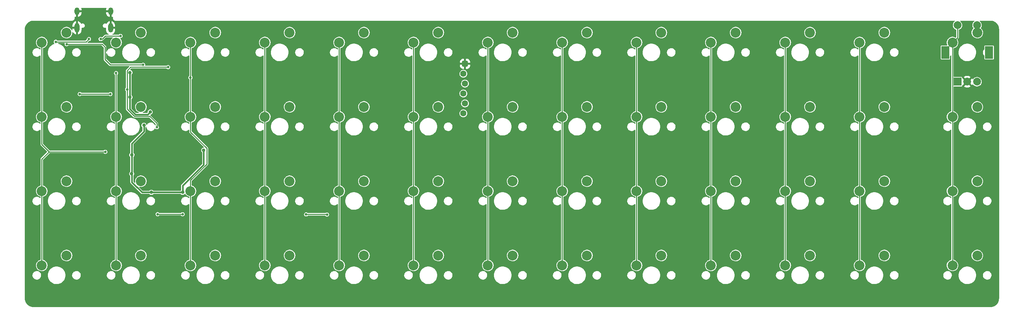
<source format=gtl>
G04 #@! TF.GenerationSoftware,KiCad,Pcbnew,(6.0.0-0)*
G04 #@! TF.CreationDate,2022-01-19T17:11:42-06:00*
G04 #@! TF.ProjectId,pcb,7063622e-6b69-4636-9164-5f7063625858,rev?*
G04 #@! TF.SameCoordinates,Original*
G04 #@! TF.FileFunction,Copper,L1,Top*
G04 #@! TF.FilePolarity,Positive*
%FSLAX46Y46*%
G04 Gerber Fmt 4.6, Leading zero omitted, Abs format (unit mm)*
G04 Created by KiCad (PCBNEW (6.0.0-0)) date 2022-01-19 17:11:42*
%MOMM*%
%LPD*%
G01*
G04 APERTURE LIST*
G04 Aperture macros list*
%AMRoundRect*
0 Rectangle with rounded corners*
0 $1 Rounding radius*
0 $2 $3 $4 $5 $6 $7 $8 $9 X,Y pos of 4 corners*
0 Add a 4 corners polygon primitive as box body*
4,1,4,$2,$3,$4,$5,$6,$7,$8,$9,$2,$3,0*
0 Add four circle primitives for the rounded corners*
1,1,$1+$1,$2,$3*
1,1,$1+$1,$4,$5*
1,1,$1+$1,$6,$7*
1,1,$1+$1,$8,$9*
0 Add four rect primitives between the rounded corners*
20,1,$1+$1,$2,$3,$4,$5,0*
20,1,$1+$1,$4,$5,$6,$7,0*
20,1,$1+$1,$6,$7,$8,$9,0*
20,1,$1+$1,$8,$9,$2,$3,0*%
G04 Aperture macros list end*
G04 #@! TA.AperFunction,ComponentPad*
%ADD10C,2.540000*%
G04 #@! TD*
G04 #@! TA.AperFunction,ComponentPad*
%ADD11R,2.000000X2.000000*%
G04 #@! TD*
G04 #@! TA.AperFunction,ComponentPad*
%ADD12C,2.000000*%
G04 #@! TD*
G04 #@! TA.AperFunction,ComponentPad*
%ADD13R,2.000000X3.200000*%
G04 #@! TD*
G04 #@! TA.AperFunction,ComponentPad*
%ADD14C,1.600200*%
G04 #@! TD*
G04 #@! TA.AperFunction,ComponentPad*
%ADD15RoundRect,0.400050X0.400050X0.400050X-0.400050X0.400050X-0.400050X-0.400050X0.400050X-0.400050X0*%
G04 #@! TD*
G04 #@! TA.AperFunction,ComponentPad*
%ADD16O,1.300000X2.400000*%
G04 #@! TD*
G04 #@! TA.AperFunction,ComponentPad*
%ADD17O,1.300000X1.900000*%
G04 #@! TD*
G04 #@! TA.AperFunction,SMDPad,CuDef*
%ADD18O,1.300000X2.400000*%
G04 #@! TD*
G04 #@! TA.AperFunction,ViaPad*
%ADD19C,0.650000*%
G04 #@! TD*
G04 #@! TA.AperFunction,ViaPad*
%ADD20C,0.900000*%
G04 #@! TD*
G04 #@! TA.AperFunction,Conductor*
%ADD21C,0.250000*%
G04 #@! TD*
G04 #@! TA.AperFunction,Conductor*
%ADD22C,0.400000*%
G04 #@! TD*
G04 APERTURE END LIST*
D10*
X121205625Y-50641250D03*
X127555625Y-48101250D03*
X197405625Y-50641250D03*
X203755625Y-48101250D03*
X178355625Y-50641250D03*
X184705625Y-48101250D03*
X159305625Y-50641250D03*
X165655625Y-48101250D03*
X83105625Y-50641250D03*
X89455625Y-48101250D03*
X216455625Y-50641250D03*
X222805625Y-48101250D03*
X235505625Y-50641250D03*
X241855625Y-48101250D03*
X83105625Y-69691250D03*
X89455625Y-67151250D03*
X102155625Y-69691250D03*
X108505625Y-67151250D03*
X140260799Y-69691250D03*
X146610799Y-67151250D03*
X273605625Y-50641250D03*
X279955625Y-48101250D03*
X159305625Y-69691250D03*
X165655625Y-67151250D03*
X178355625Y-69691250D03*
X184705625Y-67151250D03*
X197405625Y-69691250D03*
X203755625Y-67151250D03*
X102155625Y-107791250D03*
X108505625Y-105251250D03*
X121205625Y-107791250D03*
X127555625Y-105251250D03*
X140255625Y-107791250D03*
X146605625Y-105251250D03*
X159305625Y-107791250D03*
X165655625Y-105251250D03*
X178355625Y-107791250D03*
X184705625Y-105251250D03*
X216455625Y-107791250D03*
X222805625Y-105251250D03*
X235505625Y-107791250D03*
X241855625Y-105251250D03*
X254555625Y-107791250D03*
X260905625Y-105251250D03*
X273605625Y-107791250D03*
X279955625Y-105251250D03*
X197405625Y-107791250D03*
X203755625Y-105251250D03*
X273605625Y-88741250D03*
X279955625Y-86201250D03*
X254555625Y-88741250D03*
X260905625Y-86201250D03*
X216455625Y-88741250D03*
X222805625Y-86201250D03*
X178355625Y-88741250D03*
X184705625Y-86201250D03*
X140255625Y-88741250D03*
X146605625Y-86201250D03*
X83105625Y-88741250D03*
X89455625Y-86201250D03*
X159305625Y-88741250D03*
X165655625Y-86201250D03*
X292655625Y-69691250D03*
X299005625Y-67151250D03*
X121205625Y-88741250D03*
X127555625Y-86201250D03*
X102155625Y-88741250D03*
X108505625Y-86201250D03*
X254555625Y-69691250D03*
X260905625Y-67151250D03*
X235505625Y-69691250D03*
X241855625Y-67151250D03*
X273605625Y-69691250D03*
X279955625Y-67151250D03*
X292655625Y-107791250D03*
X299005625Y-105251250D03*
X292655625Y-88741250D03*
X299005625Y-86201250D03*
X316468125Y-50641250D03*
X322818125Y-48101250D03*
X292655625Y-50641250D03*
X299005625Y-48101250D03*
D11*
X317752725Y-60693950D03*
D12*
X322752725Y-60693950D03*
X320252725Y-60693950D03*
D13*
X325852725Y-53193950D03*
X314652725Y-53193950D03*
D12*
X322752725Y-46193950D03*
X317752725Y-46193950D03*
D10*
X102155625Y-50641250D03*
X108505625Y-48101250D03*
X140255625Y-50641250D03*
X146605625Y-48101250D03*
X316468185Y-107791530D03*
X322818185Y-105251530D03*
X316468185Y-69691370D03*
X322818185Y-67151370D03*
X316468185Y-88741450D03*
X322818185Y-86201450D03*
X197405625Y-88741250D03*
X203755625Y-86201250D03*
X235505625Y-88741250D03*
X241855625Y-86201250D03*
X83105625Y-107791250D03*
X89455625Y-105251250D03*
X254555625Y-50641250D03*
X260905625Y-48101250D03*
X121205625Y-69691250D03*
X127555625Y-67151250D03*
X216455625Y-69691250D03*
X222805625Y-67151250D03*
D14*
X191140000Y-68800000D03*
X191140000Y-58640000D03*
X191140000Y-63720000D03*
X191546400Y-66260000D03*
X191546400Y-61180000D03*
D15*
X191546400Y-56100000D03*
D16*
X100739825Y-46863315D03*
D17*
X100739825Y-42663315D03*
X92139825Y-42663315D03*
D16*
X92139825Y-46863315D03*
D18*
X92139825Y-46863315D03*
D19*
X109090625Y-56356250D03*
X89490625Y-51056250D03*
D20*
X119190625Y-89056250D03*
X109290625Y-71856250D03*
X111190625Y-89051250D03*
X110890625Y-68456250D03*
X124590625Y-78256250D03*
X106190625Y-79456250D03*
X105695625Y-64656250D03*
X106139815Y-84305440D03*
X105695625Y-58341278D03*
D19*
X92840625Y-63856250D03*
X100690625Y-63856250D03*
X119190625Y-94656250D03*
X150840625Y-94706250D03*
X112790625Y-94656250D03*
X156190625Y-94756250D03*
X99390625Y-78656250D03*
X102154911Y-58466336D03*
X121205625Y-59626278D03*
X103290625Y-48956250D03*
X98190625Y-49742186D03*
X95190625Y-49742186D03*
X86690625Y-50456250D03*
X104990625Y-62656250D03*
X112590625Y-72356250D03*
X115490625Y-56956250D03*
D21*
X99290625Y-51756250D02*
X98590625Y-51056250D01*
X99290625Y-54956250D02*
X99290625Y-51756250D01*
X100690625Y-56356250D02*
X109090625Y-56356250D01*
X89490625Y-51056250D02*
X98590625Y-51056250D01*
X99290625Y-54956250D02*
X100690625Y-56356250D01*
D22*
X124590625Y-81956250D02*
X124590625Y-78256250D01*
X109845635Y-69101240D02*
X110245635Y-69101240D01*
X108790625Y-89056250D02*
X111190625Y-89056250D01*
X109845635Y-69101240D02*
X107079095Y-69101240D01*
X111190625Y-89056250D02*
X111190625Y-89051250D01*
X109290625Y-73456250D02*
X109290625Y-71856250D01*
X106190625Y-76556250D02*
X109290625Y-73456250D01*
X106190625Y-79456250D02*
X106190625Y-76556250D01*
X110245635Y-69101240D02*
X110890625Y-68456250D01*
X106190625Y-84356250D02*
X106139815Y-84305440D01*
X110145635Y-69101240D02*
X109845635Y-69101240D01*
X106190625Y-86456250D02*
X108790625Y-89056250D01*
X106190625Y-85961276D02*
X106190625Y-84356250D01*
X105690625Y-64656250D02*
X105690625Y-59056250D01*
X106190625Y-86456250D02*
X106190625Y-85961276D01*
X105690625Y-65151224D02*
X105690625Y-64656250D01*
X105690625Y-64656250D02*
X105695625Y-64656250D01*
X119190625Y-89056250D02*
X119190625Y-87356250D01*
X105690625Y-58346278D02*
X105695625Y-58341278D01*
X119190625Y-87356250D02*
X124590625Y-81956250D01*
X111190625Y-89056250D02*
X119190625Y-89056250D01*
X105690625Y-59056250D02*
X105690625Y-58346278D01*
X107079095Y-69101240D02*
X105690625Y-67712770D01*
X105690625Y-67712770D02*
X105690625Y-65151224D01*
X106190625Y-84356250D02*
X106190625Y-79456250D01*
D21*
X100690625Y-63856250D02*
X92840625Y-63856250D01*
X113850605Y-94656250D02*
X112790625Y-94656250D01*
X150840625Y-94706250D02*
X156140625Y-94706250D01*
X156140625Y-94706250D02*
X156190625Y-94756250D01*
X113850605Y-94656250D02*
X119190625Y-94656250D01*
X83105625Y-88741250D02*
X83105625Y-80541250D01*
X84990625Y-78656250D02*
X83105625Y-76771250D01*
X83105625Y-88741250D02*
X83105625Y-107791250D01*
X99390625Y-78656250D02*
X84990625Y-78656250D01*
X83105625Y-76771250D02*
X83105625Y-50641250D01*
X83105625Y-80541250D02*
X84990625Y-78656250D01*
X102155625Y-107791250D02*
X102155625Y-88741250D01*
X102155625Y-88741250D02*
X102155625Y-58516420D01*
X125390625Y-81799731D02*
X121205625Y-85984730D01*
X121205625Y-60041250D02*
X121205625Y-69691250D01*
X121205625Y-107791250D02*
X121205625Y-88741250D01*
X121205625Y-69691250D02*
X121205625Y-73571250D01*
X121205625Y-73571250D02*
X125390625Y-77756250D01*
X121205625Y-85984730D02*
X121205625Y-88741250D01*
X121205625Y-50641250D02*
X121205625Y-60041250D01*
X125390625Y-77756250D02*
X125390625Y-81799731D01*
X140255625Y-50641250D02*
X140255625Y-107791250D01*
X159305625Y-50641250D02*
X159305625Y-107791250D01*
X178355625Y-50641250D02*
X178355625Y-107791250D01*
X197405625Y-50641250D02*
X197405625Y-107791250D01*
X216455625Y-50641250D02*
X216455625Y-107791250D01*
X235505625Y-50641250D02*
X235505625Y-107791250D01*
X254555625Y-50641250D02*
X254555625Y-107791250D01*
X273605625Y-50641250D02*
X273605625Y-107791250D01*
X292655625Y-50641250D02*
X292655625Y-107791250D01*
X98650244Y-49742186D02*
X99436180Y-48956250D01*
X99436180Y-48956250D02*
X103290625Y-48956250D01*
X98190625Y-49742186D02*
X98650244Y-49742186D01*
X94390625Y-50456250D02*
X86690625Y-50456250D01*
X95190625Y-49742186D02*
X94476561Y-50456250D01*
X94476561Y-50456250D02*
X94390625Y-50456250D01*
X104990625Y-62656250D02*
X104990625Y-58556250D01*
X112590625Y-72356250D02*
X112590625Y-71356250D01*
X104990625Y-57856250D02*
X104990625Y-58556250D01*
X105890625Y-56956250D02*
X104990625Y-57856250D01*
X115490625Y-56956250D02*
X105890625Y-56956250D01*
X104990625Y-67656250D02*
X104990625Y-62656250D01*
X110790625Y-69556250D02*
X106890625Y-69556250D01*
X106890625Y-69556250D02*
X104990625Y-67656250D01*
X112590625Y-71356250D02*
X110790625Y-69556250D01*
X316468125Y-50641250D02*
X316468125Y-107791470D01*
X317752725Y-49356650D02*
X316468125Y-50641250D01*
X317752725Y-46193950D02*
X317752725Y-49356650D01*
X316468125Y-107791470D02*
X316468185Y-107791530D01*
X322818125Y-46259350D02*
X322752725Y-46193950D01*
X322818125Y-48101250D02*
X322818125Y-46259350D01*
G04 #@! TA.AperFunction,Conductor*
G36*
X99631603Y-41802612D02*
G01*
X99667567Y-41852112D01*
X99667568Y-41913297D01*
X99664875Y-41920596D01*
X99664042Y-41922606D01*
X99603624Y-42117183D01*
X99601743Y-42126033D01*
X99582167Y-42291439D01*
X99581825Y-42297235D01*
X99581825Y-42393635D01*
X99585947Y-42406320D01*
X99590068Y-42409315D01*
X100894825Y-42409315D01*
X100953016Y-42428222D01*
X100988980Y-42477722D01*
X100993825Y-42508315D01*
X100993825Y-44079044D01*
X100997947Y-44091729D01*
X100998551Y-44092168D01*
X101005699Y-44092684D01*
X101036349Y-44087417D01*
X101045076Y-44085079D01*
X101207359Y-44025210D01*
X101268498Y-44022808D01*
X101319371Y-44056801D01*
X101340625Y-44118091D01*
X101340625Y-44294474D01*
X101338068Y-44316826D01*
X101335483Y-44327980D01*
X101335482Y-44328696D01*
X101336727Y-44334152D01*
X101336727Y-44334154D01*
X101337028Y-44335475D01*
X101339031Y-44347790D01*
X101351017Y-44469485D01*
X101392083Y-44604863D01*
X101458772Y-44729628D01*
X101548519Y-44838986D01*
X101657877Y-44928733D01*
X101782642Y-44995422D01*
X101787302Y-44996836D01*
X101787303Y-44996836D01*
X101913364Y-45035076D01*
X101913368Y-45035077D01*
X101918020Y-45036488D01*
X102038662Y-45048371D01*
X102051309Y-45050450D01*
X102052626Y-45050755D01*
X102058093Y-45052022D01*
X102058809Y-45052023D01*
X102069212Y-45049650D01*
X102070488Y-45049359D01*
X102092505Y-45046880D01*
X316976798Y-45046880D01*
X317034989Y-45065787D01*
X317070953Y-45115287D01*
X317070953Y-45176473D01*
X317042073Y-45220312D01*
X316878182Y-45364040D01*
X316875374Y-45367602D01*
X316758110Y-45516352D01*
X316741588Y-45537310D01*
X316739474Y-45541328D01*
X316664443Y-45683938D01*
X316638856Y-45732570D01*
X316637512Y-45736899D01*
X316589206Y-45892471D01*
X316573428Y-45943283D01*
X316572894Y-45947793D01*
X316572894Y-45947794D01*
X316563392Y-46028075D01*
X316547495Y-46162390D01*
X316550908Y-46214458D01*
X316553997Y-46261586D01*
X316561925Y-46382554D01*
X316563041Y-46386947D01*
X316563041Y-46386949D01*
X316586598Y-46479704D01*
X316616236Y-46596402D01*
X316708608Y-46796771D01*
X316835947Y-46976952D01*
X316993989Y-47130911D01*
X317177442Y-47253490D01*
X317181609Y-47255280D01*
X317181614Y-47255283D01*
X317367305Y-47335062D01*
X317413306Y-47375404D01*
X317427225Y-47426022D01*
X317427225Y-49180816D01*
X317408318Y-49239007D01*
X317398229Y-49250820D01*
X317306490Y-49342559D01*
X317251973Y-49370336D01*
X317188641Y-49359226D01*
X317076541Y-49297344D01*
X317076540Y-49297343D01*
X317072983Y-49295380D01*
X317069160Y-49294026D01*
X317069155Y-49294024D01*
X316848869Y-49216017D01*
X316848867Y-49216017D01*
X316845045Y-49214663D01*
X316606986Y-49172258D01*
X316602925Y-49172208D01*
X316602921Y-49172208D01*
X316492119Y-49170855D01*
X316365197Y-49169304D01*
X316126172Y-49205880D01*
X316024820Y-49239007D01*
X315900187Y-49279743D01*
X315900183Y-49279745D01*
X315896330Y-49281004D01*
X315892730Y-49282878D01*
X315685450Y-49390781D01*
X315685447Y-49390783D01*
X315681845Y-49392658D01*
X315678602Y-49395093D01*
X315678597Y-49395096D01*
X315562470Y-49482287D01*
X315488475Y-49537844D01*
X315485670Y-49540779D01*
X315485668Y-49540781D01*
X315452709Y-49575271D01*
X315321415Y-49712663D01*
X315319123Y-49716023D01*
X315256208Y-49808253D01*
X315185150Y-49912419D01*
X315183442Y-49916099D01*
X315183439Y-49916104D01*
X315123374Y-50045504D01*
X315083341Y-50131749D01*
X315082255Y-50135665D01*
X315029610Y-50325498D01*
X315018721Y-50364761D01*
X315018288Y-50368809D01*
X315018288Y-50368811D01*
X315014495Y-50404302D01*
X314993025Y-50605199D01*
X315006945Y-50846605D01*
X315060105Y-51082497D01*
X315061634Y-51086261D01*
X315061635Y-51086266D01*
X315131046Y-51257204D01*
X315135421Y-51318233D01*
X315103088Y-51370177D01*
X315046398Y-51393197D01*
X315039320Y-51393450D01*
X313632977Y-51393450D01*
X313606730Y-51398671D01*
X313584059Y-51403180D01*
X313584057Y-51403181D01*
X313574494Y-51405083D01*
X313508173Y-51449398D01*
X313463858Y-51515719D01*
X313452225Y-51574202D01*
X313452225Y-54813698D01*
X313463858Y-54872181D01*
X313508173Y-54938502D01*
X313574494Y-54982817D01*
X313584057Y-54984719D01*
X313584059Y-54984720D01*
X313606730Y-54989229D01*
X313632977Y-54994450D01*
X315672473Y-54994450D01*
X315698720Y-54989229D01*
X315721391Y-54984720D01*
X315721393Y-54984719D01*
X315730956Y-54982817D01*
X315797277Y-54938502D01*
X315841592Y-54872181D01*
X315853225Y-54813698D01*
X315853225Y-54115364D01*
X315872132Y-54057173D01*
X315891068Y-54037513D01*
X315961127Y-53982481D01*
X315964214Y-53978924D01*
X315964215Y-53978923D01*
X315968853Y-53973578D01*
X316021272Y-53942020D01*
X316082229Y-53947301D01*
X316128441Y-53987402D01*
X316142625Y-54038464D01*
X316142625Y-68178846D01*
X316123718Y-68237037D01*
X316074382Y-68272947D01*
X315900247Y-68329863D01*
X315900243Y-68329865D01*
X315896390Y-68331124D01*
X315892790Y-68332998D01*
X315685510Y-68440901D01*
X315685507Y-68440903D01*
X315681905Y-68442778D01*
X315678662Y-68445213D01*
X315678657Y-68445216D01*
X315558300Y-68535583D01*
X315488535Y-68587964D01*
X315485730Y-68590899D01*
X315485728Y-68590901D01*
X315452884Y-68625271D01*
X315321475Y-68762783D01*
X315185210Y-68962539D01*
X315183502Y-68966219D01*
X315183499Y-68966224D01*
X315121488Y-69099817D01*
X315083401Y-69181869D01*
X315082315Y-69185785D01*
X315019903Y-69410837D01*
X315018781Y-69414881D01*
X315018348Y-69418929D01*
X315018348Y-69418931D01*
X315014568Y-69454302D01*
X314993085Y-69655319D01*
X315007005Y-69896725D01*
X315060165Y-70132617D01*
X315061695Y-70136385D01*
X315125267Y-70292942D01*
X315151139Y-70356658D01*
X315153263Y-70360124D01*
X315153265Y-70360128D01*
X315215072Y-70460987D01*
X315277483Y-70562832D01*
X315280142Y-70565902D01*
X315280143Y-70565903D01*
X315359514Y-70657531D01*
X315435804Y-70745603D01*
X315438930Y-70748198D01*
X315618579Y-70897346D01*
X315621850Y-70900062D01*
X315830625Y-71022060D01*
X315834417Y-71023508D01*
X315938546Y-71063271D01*
X316056522Y-71108322D01*
X316060506Y-71109133D01*
X316060511Y-71109134D01*
X316063365Y-71109715D01*
X316064268Y-71110226D01*
X316064409Y-71110267D01*
X316064399Y-71110300D01*
X316116617Y-71139845D01*
X316141989Y-71195522D01*
X316142625Y-71206727D01*
X316142625Y-71378925D01*
X316123718Y-71437116D01*
X316074218Y-71473080D01*
X316013032Y-71473080D01*
X315975165Y-71450439D01*
X315956008Y-71432100D01*
X315883915Y-71363086D01*
X315746055Y-71274070D01*
X315711309Y-71251635D01*
X315711308Y-71251635D01*
X315707355Y-71249082D01*
X315692772Y-71243205D01*
X315516785Y-71172280D01*
X315516782Y-71172279D01*
X315512422Y-71170522D01*
X315507809Y-71169621D01*
X315507805Y-71169620D01*
X315309647Y-71130922D01*
X315309640Y-71130921D01*
X315306152Y-71130240D01*
X315300631Y-71129970D01*
X315145674Y-71129970D01*
X315012677Y-71142659D01*
X314993663Y-71144473D01*
X314993662Y-71144473D01*
X314988968Y-71144921D01*
X314787300Y-71204084D01*
X314763065Y-71216566D01*
X314637025Y-71281481D01*
X314600458Y-71300314D01*
X314435183Y-71430139D01*
X314432098Y-71433694D01*
X314432096Y-71433696D01*
X314329301Y-71552156D01*
X314297439Y-71588874D01*
X314192197Y-71770793D01*
X314123253Y-71969330D01*
X314093096Y-72177322D01*
X314093569Y-72187541D01*
X314102590Y-72382437D01*
X314102813Y-72387265D01*
X314103918Y-72391849D01*
X314150921Y-72586879D01*
X314152054Y-72591582D01*
X314239042Y-72782902D01*
X314241768Y-72786745D01*
X314256176Y-72807057D01*
X314360638Y-72954321D01*
X314432985Y-73023578D01*
X314509051Y-73096396D01*
X314509055Y-73096399D01*
X314512455Y-73099654D01*
X314689015Y-73213658D01*
X314693376Y-73215416D01*
X314693377Y-73215416D01*
X314879585Y-73290460D01*
X314879588Y-73290461D01*
X314883948Y-73292218D01*
X314888561Y-73293119D01*
X314888565Y-73293120D01*
X315086723Y-73331818D01*
X315086730Y-73331819D01*
X315090218Y-73332500D01*
X315095739Y-73332770D01*
X315250696Y-73332770D01*
X315391324Y-73319353D01*
X315402707Y-73318267D01*
X315402708Y-73318267D01*
X315407402Y-73317819D01*
X315609070Y-73258656D01*
X315795912Y-73162426D01*
X315947490Y-73043360D01*
X315957480Y-73035513D01*
X315957481Y-73035512D01*
X315961187Y-73032601D01*
X315964379Y-73028923D01*
X315968853Y-73023768D01*
X316021271Y-72992210D01*
X316082229Y-72997490D01*
X316128440Y-73037591D01*
X316142625Y-73088653D01*
X316142625Y-87228926D01*
X316123718Y-87287117D01*
X316074382Y-87323027D01*
X315900247Y-87379943D01*
X315900243Y-87379945D01*
X315896390Y-87381204D01*
X315892790Y-87383078D01*
X315685510Y-87490981D01*
X315685507Y-87490983D01*
X315681905Y-87492858D01*
X315678662Y-87495293D01*
X315678657Y-87495296D01*
X315528263Y-87608216D01*
X315488535Y-87638044D01*
X315485730Y-87640979D01*
X315485728Y-87640981D01*
X315452769Y-87675471D01*
X315321475Y-87812863D01*
X315319183Y-87816223D01*
X315187634Y-88009066D01*
X315185210Y-88012619D01*
X315183502Y-88016299D01*
X315183499Y-88016304D01*
X315101431Y-88193106D01*
X315083401Y-88231949D01*
X315082315Y-88235865D01*
X315019925Y-88460837D01*
X315018781Y-88464961D01*
X315018348Y-88469009D01*
X315018348Y-88469011D01*
X315014555Y-88504502D01*
X314993085Y-88705399D01*
X315007005Y-88946805D01*
X315060165Y-89182697D01*
X315061695Y-89186465D01*
X315105271Y-89293778D01*
X315151139Y-89406738D01*
X315153263Y-89410204D01*
X315153265Y-89410208D01*
X315215072Y-89511067D01*
X315277483Y-89612912D01*
X315280142Y-89615982D01*
X315280143Y-89615983D01*
X315359716Y-89707844D01*
X315435804Y-89795683D01*
X315523466Y-89868462D01*
X315602399Y-89933993D01*
X315621850Y-89950142D01*
X315830625Y-90072140D01*
X315834417Y-90073588D01*
X316052204Y-90156753D01*
X316056522Y-90158402D01*
X316060506Y-90159213D01*
X316060511Y-90159214D01*
X316063365Y-90159795D01*
X316064268Y-90160306D01*
X316064409Y-90160347D01*
X316064399Y-90160380D01*
X316116617Y-90189925D01*
X316141989Y-90245602D01*
X316142625Y-90256807D01*
X316142625Y-90429005D01*
X316123718Y-90487196D01*
X316074218Y-90523160D01*
X316013032Y-90523160D01*
X315975165Y-90500519D01*
X315957466Y-90483576D01*
X315883915Y-90413166D01*
X315707355Y-90299162D01*
X315702497Y-90297204D01*
X315516785Y-90222360D01*
X315516782Y-90222359D01*
X315512422Y-90220602D01*
X315507809Y-90219701D01*
X315507805Y-90219700D01*
X315309647Y-90181002D01*
X315309640Y-90181001D01*
X315306152Y-90180320D01*
X315300631Y-90180050D01*
X315145674Y-90180050D01*
X315012677Y-90192739D01*
X314993663Y-90194553D01*
X314993662Y-90194553D01*
X314988968Y-90195001D01*
X314787300Y-90254164D01*
X314600458Y-90350394D01*
X314435183Y-90480219D01*
X314432098Y-90483774D01*
X314432096Y-90483776D01*
X314364093Y-90562142D01*
X314297439Y-90638954D01*
X314192197Y-90820873D01*
X314123253Y-91019410D01*
X314093096Y-91227402D01*
X314102813Y-91437345D01*
X314103918Y-91441929D01*
X314148950Y-91628782D01*
X314152054Y-91641662D01*
X314239042Y-91832982D01*
X314241768Y-91836825D01*
X314295915Y-91913158D01*
X314360638Y-92004401D01*
X314405452Y-92047301D01*
X314509051Y-92146476D01*
X314509055Y-92146479D01*
X314512455Y-92149734D01*
X314689015Y-92263738D01*
X314693376Y-92265496D01*
X314693377Y-92265496D01*
X314879585Y-92340540D01*
X314879588Y-92340541D01*
X314883948Y-92342298D01*
X314888561Y-92343199D01*
X314888565Y-92343200D01*
X315086723Y-92381898D01*
X315086730Y-92381899D01*
X315090218Y-92382580D01*
X315095739Y-92382850D01*
X315250696Y-92382850D01*
X315383693Y-92370161D01*
X315402707Y-92368347D01*
X315402708Y-92368347D01*
X315407402Y-92367899D01*
X315609070Y-92308736D01*
X315795912Y-92212506D01*
X315931251Y-92106196D01*
X315957480Y-92085593D01*
X315957481Y-92085592D01*
X315961187Y-92082681D01*
X315964448Y-92078923D01*
X315968853Y-92073848D01*
X316021271Y-92042290D01*
X316082229Y-92047570D01*
X316128440Y-92087671D01*
X316142625Y-92138733D01*
X316142625Y-106279006D01*
X316123718Y-106337197D01*
X316074382Y-106373107D01*
X315900247Y-106430023D01*
X315900243Y-106430025D01*
X315896390Y-106431284D01*
X315892790Y-106433158D01*
X315685510Y-106541061D01*
X315685507Y-106541063D01*
X315681905Y-106542938D01*
X315678662Y-106545373D01*
X315678657Y-106545376D01*
X315528263Y-106658296D01*
X315488535Y-106688124D01*
X315485730Y-106691059D01*
X315485728Y-106691061D01*
X315452769Y-106725551D01*
X315321475Y-106862943D01*
X315185210Y-107062699D01*
X315183502Y-107066379D01*
X315183499Y-107066384D01*
X315101431Y-107243186D01*
X315083401Y-107282029D01*
X315018781Y-107515041D01*
X315018348Y-107519089D01*
X315018348Y-107519091D01*
X315014585Y-107554302D01*
X314993085Y-107755479D01*
X315007005Y-107996885D01*
X315060165Y-108232777D01*
X315061695Y-108236545D01*
X315125202Y-108392942D01*
X315151139Y-108456818D01*
X315153263Y-108460284D01*
X315153265Y-108460288D01*
X315215072Y-108561147D01*
X315277483Y-108662992D01*
X315280142Y-108666062D01*
X315280143Y-108666063D01*
X315432904Y-108842415D01*
X315435804Y-108845763D01*
X315520011Y-108915673D01*
X315602399Y-108984073D01*
X315621850Y-109000222D01*
X315830625Y-109122220D01*
X316056522Y-109208482D01*
X316060497Y-109209291D01*
X316060498Y-109209291D01*
X316289492Y-109255880D01*
X316289496Y-109255880D01*
X316293475Y-109256690D01*
X316297535Y-109256839D01*
X316297536Y-109256839D01*
X316340434Y-109258412D01*
X316535120Y-109265551D01*
X316539138Y-109265036D01*
X316539144Y-109265036D01*
X316770935Y-109235343D01*
X316770941Y-109235342D01*
X316774967Y-109234826D01*
X316778860Y-109233658D01*
X316778865Y-109233657D01*
X316944821Y-109183867D01*
X317006575Y-109165340D01*
X317120663Y-109109449D01*
X317220078Y-109060747D01*
X317220081Y-109060745D01*
X317223725Y-109058960D01*
X317420584Y-108918542D01*
X317591865Y-108747857D01*
X317594235Y-108744558D01*
X317594239Y-108744554D01*
X317730599Y-108554789D01*
X317730601Y-108554786D01*
X317732970Y-108551489D01*
X317734768Y-108547851D01*
X317734771Y-108547846D01*
X317838306Y-108338358D01*
X317838308Y-108338353D01*
X317840107Y-108334713D01*
X317870018Y-108236265D01*
X317909220Y-108107237D01*
X317909221Y-108107231D01*
X317910401Y-108103348D01*
X317911959Y-108091518D01*
X317941618Y-107866229D01*
X317941963Y-107863610D01*
X317943725Y-107791530D01*
X317923912Y-107550536D01*
X317922853Y-107546317D01*
X317865995Y-107319960D01*
X317865004Y-107316014D01*
X317768583Y-107094262D01*
X317637240Y-106891236D01*
X317474501Y-106712388D01*
X317471315Y-106709872D01*
X317471312Y-106709869D01*
X317287924Y-106565038D01*
X317287918Y-106565034D01*
X317284736Y-106562521D01*
X317103136Y-106462272D01*
X317076601Y-106447624D01*
X317076600Y-106447623D01*
X317073043Y-106445660D01*
X317069210Y-106444303D01*
X317069204Y-106444300D01*
X316859578Y-106370067D01*
X316811036Y-106332820D01*
X316793625Y-106276746D01*
X316793625Y-105215479D01*
X321343085Y-105215479D01*
X321357005Y-105456885D01*
X321410165Y-105692777D01*
X321501139Y-105916818D01*
X321503263Y-105920284D01*
X321503265Y-105920288D01*
X321556921Y-106007846D01*
X321627483Y-106122992D01*
X321630142Y-106126062D01*
X321630143Y-106126063D01*
X321782904Y-106302415D01*
X321785804Y-106305763D01*
X321971850Y-106460222D01*
X322180625Y-106582220D01*
X322406522Y-106668482D01*
X322410497Y-106669291D01*
X322410498Y-106669291D01*
X322639492Y-106715880D01*
X322639496Y-106715880D01*
X322643475Y-106716690D01*
X322647535Y-106716839D01*
X322647536Y-106716839D01*
X322690434Y-106718412D01*
X322885120Y-106725551D01*
X322889138Y-106725036D01*
X322889144Y-106725036D01*
X323120935Y-106695343D01*
X323120941Y-106695342D01*
X323124967Y-106694826D01*
X323128860Y-106693658D01*
X323128865Y-106693657D01*
X323294821Y-106643867D01*
X323356575Y-106625340D01*
X323470663Y-106569449D01*
X323570078Y-106520747D01*
X323570081Y-106520745D01*
X323573725Y-106518960D01*
X323770584Y-106378542D01*
X323941865Y-106207857D01*
X323944235Y-106204558D01*
X323944239Y-106204554D01*
X324080599Y-106014789D01*
X324080601Y-106014786D01*
X324082970Y-106011489D01*
X324084768Y-106007851D01*
X324084771Y-106007846D01*
X324188306Y-105798358D01*
X324188308Y-105798353D01*
X324190107Y-105794713D01*
X324220018Y-105696265D01*
X324259220Y-105567237D01*
X324259221Y-105567231D01*
X324260401Y-105563348D01*
X324291963Y-105323610D01*
X324293725Y-105251530D01*
X324273912Y-105010536D01*
X324272853Y-105006317D01*
X324215995Y-104779960D01*
X324215004Y-104776014D01*
X324118583Y-104554262D01*
X323987240Y-104351236D01*
X323824501Y-104172388D01*
X323821315Y-104169872D01*
X323821312Y-104169869D01*
X323637924Y-104025038D01*
X323637918Y-104025034D01*
X323634736Y-104022521D01*
X323423043Y-103905660D01*
X323419220Y-103904306D01*
X323419215Y-103904304D01*
X323198929Y-103826297D01*
X323198927Y-103826297D01*
X323195105Y-103824943D01*
X322957046Y-103782538D01*
X322952985Y-103782488D01*
X322952981Y-103782488D01*
X322842179Y-103781135D01*
X322715257Y-103779584D01*
X322476232Y-103816160D01*
X322352463Y-103856614D01*
X322250247Y-103890023D01*
X322250243Y-103890025D01*
X322246390Y-103891284D01*
X322242790Y-103893158D01*
X322035510Y-104001061D01*
X322035507Y-104001063D01*
X322031905Y-104002938D01*
X322028662Y-104005373D01*
X322028657Y-104005376D01*
X321878263Y-104118296D01*
X321838535Y-104148124D01*
X321835730Y-104151059D01*
X321835728Y-104151061D01*
X321817755Y-104169869D01*
X321671475Y-104322943D01*
X321535210Y-104522699D01*
X321533502Y-104526379D01*
X321533499Y-104526384D01*
X321451431Y-104703186D01*
X321433401Y-104742029D01*
X321368781Y-104975041D01*
X321368348Y-104979089D01*
X321368348Y-104979091D01*
X321364585Y-105014302D01*
X321343085Y-105215479D01*
X316793625Y-105215479D01*
X316793625Y-91328558D01*
X318029255Y-91328558D01*
X318055241Y-91625580D01*
X318080231Y-91737380D01*
X318119523Y-91913158D01*
X318120282Y-91916555D01*
X318223235Y-92196373D01*
X318281235Y-92306379D01*
X318360763Y-92457219D01*
X318360767Y-92457226D01*
X318362291Y-92460116D01*
X318535007Y-92703151D01*
X318738349Y-92921209D01*
X318740885Y-92923292D01*
X318740886Y-92923293D01*
X318966205Y-93108373D01*
X318966210Y-93108377D01*
X318968744Y-93110458D01*
X319126360Y-93208184D01*
X319219026Y-93265639D01*
X319222145Y-93267573D01*
X319225142Y-93268920D01*
X319225146Y-93268922D01*
X319385438Y-93340960D01*
X319494099Y-93389794D01*
X319779829Y-93474973D01*
X319783070Y-93475486D01*
X319783073Y-93475487D01*
X319871493Y-93489491D01*
X320074314Y-93521615D01*
X320145074Y-93524828D01*
X320166469Y-93525800D01*
X320166475Y-93525800D01*
X320167573Y-93525850D01*
X320353810Y-93525850D01*
X320575686Y-93511113D01*
X320760563Y-93473835D01*
X320864732Y-93452831D01*
X320864737Y-93452830D01*
X320867959Y-93452180D01*
X320910699Y-93437463D01*
X321146759Y-93356182D01*
X321146765Y-93356179D01*
X321149871Y-93355110D01*
X321416469Y-93221608D01*
X321663068Y-93054020D01*
X321811609Y-92921209D01*
X321882886Y-92857480D01*
X321882889Y-92857476D01*
X321885336Y-92855289D01*
X322079369Y-92628907D01*
X322241756Y-92378853D01*
X322243257Y-92375693D01*
X322368239Y-92112481D01*
X322369646Y-92109518D01*
X322460791Y-91825635D01*
X322513589Y-91532191D01*
X322527115Y-91234342D01*
X322526812Y-91230871D01*
X322526508Y-91227402D01*
X324253096Y-91227402D01*
X324262813Y-91437345D01*
X324263918Y-91441929D01*
X324308950Y-91628782D01*
X324312054Y-91641662D01*
X324399042Y-91832982D01*
X324401768Y-91836825D01*
X324455915Y-91913158D01*
X324520638Y-92004401D01*
X324565452Y-92047301D01*
X324669051Y-92146476D01*
X324669055Y-92146479D01*
X324672455Y-92149734D01*
X324849015Y-92263738D01*
X324853376Y-92265496D01*
X324853377Y-92265496D01*
X325039585Y-92340540D01*
X325039588Y-92340541D01*
X325043948Y-92342298D01*
X325048561Y-92343199D01*
X325048565Y-92343200D01*
X325246723Y-92381898D01*
X325246730Y-92381899D01*
X325250218Y-92382580D01*
X325255739Y-92382850D01*
X325410696Y-92382850D01*
X325543693Y-92370161D01*
X325562707Y-92368347D01*
X325562708Y-92368347D01*
X325567402Y-92367899D01*
X325769070Y-92308736D01*
X325955912Y-92212506D01*
X326091251Y-92106196D01*
X326117480Y-92085593D01*
X326117481Y-92085592D01*
X326121187Y-92082681D01*
X326124448Y-92078924D01*
X326255842Y-91927506D01*
X326255843Y-91927505D01*
X326258931Y-91923946D01*
X326364173Y-91742027D01*
X326433117Y-91543490D01*
X326463274Y-91335498D01*
X326453557Y-91125555D01*
X326426856Y-91014764D01*
X326405421Y-90925821D01*
X326405419Y-90925816D01*
X326404316Y-90921238D01*
X326317328Y-90729918D01*
X326195732Y-90558499D01*
X326088978Y-90456304D01*
X326047319Y-90416424D01*
X326047315Y-90416421D01*
X326043915Y-90413166D01*
X325867355Y-90299162D01*
X325862497Y-90297204D01*
X325676785Y-90222360D01*
X325676782Y-90222359D01*
X325672422Y-90220602D01*
X325667809Y-90219701D01*
X325667805Y-90219700D01*
X325469647Y-90181002D01*
X325469640Y-90181001D01*
X325466152Y-90180320D01*
X325460631Y-90180050D01*
X325305674Y-90180050D01*
X325172677Y-90192739D01*
X325153663Y-90194553D01*
X325153662Y-90194553D01*
X325148968Y-90195001D01*
X324947300Y-90254164D01*
X324760458Y-90350394D01*
X324595183Y-90480219D01*
X324592098Y-90483774D01*
X324592096Y-90483776D01*
X324524093Y-90562142D01*
X324457439Y-90638954D01*
X324352197Y-90820873D01*
X324283253Y-91019410D01*
X324253096Y-91227402D01*
X322526508Y-91227402D01*
X322509587Y-91033996D01*
X322501129Y-90937320D01*
X322456411Y-90737265D01*
X322436803Y-90649542D01*
X322436801Y-90649537D01*
X322436088Y-90646345D01*
X322333135Y-90366527D01*
X322257019Y-90222160D01*
X322195607Y-90105681D01*
X322195603Y-90105674D01*
X322194079Y-90102784D01*
X322021363Y-89859749D01*
X321818021Y-89641691D01*
X321815484Y-89639607D01*
X321590165Y-89454527D01*
X321590160Y-89454523D01*
X321587626Y-89452442D01*
X321334225Y-89295327D01*
X321331228Y-89293980D01*
X321331224Y-89293978D01*
X321065270Y-89174454D01*
X321062271Y-89173106D01*
X320776541Y-89087927D01*
X320773300Y-89087414D01*
X320773297Y-89087413D01*
X320684877Y-89073409D01*
X320482056Y-89041285D01*
X320411296Y-89038072D01*
X320389901Y-89037100D01*
X320389895Y-89037100D01*
X320388797Y-89037050D01*
X320202560Y-89037050D01*
X319980684Y-89051787D01*
X319832734Y-89081619D01*
X319691638Y-89110069D01*
X319691633Y-89110070D01*
X319688411Y-89110720D01*
X319685294Y-89111793D01*
X319685295Y-89111793D01*
X319409611Y-89206718D01*
X319409605Y-89206721D01*
X319406499Y-89207790D01*
X319139901Y-89341292D01*
X318893302Y-89508880D01*
X318890856Y-89511067D01*
X318676366Y-89702844D01*
X318671034Y-89707611D01*
X318668899Y-89710102D01*
X318668896Y-89710105D01*
X318595547Y-89795683D01*
X318477001Y-89933993D01*
X318314614Y-90184047D01*
X318313211Y-90187001D01*
X318313208Y-90187007D01*
X318235721Y-90350194D01*
X318186724Y-90453382D01*
X318095579Y-90737265D01*
X318042781Y-91030709D01*
X318029255Y-91328558D01*
X316793625Y-91328558D01*
X316793625Y-90252806D01*
X316812532Y-90194615D01*
X316864176Y-90157982D01*
X316954876Y-90130770D01*
X317006575Y-90115260D01*
X317120663Y-90059369D01*
X317220078Y-90010667D01*
X317220081Y-90010665D01*
X317223725Y-90008880D01*
X317420584Y-89868462D01*
X317591865Y-89697777D01*
X317594235Y-89694478D01*
X317594239Y-89694474D01*
X317730599Y-89504709D01*
X317730601Y-89504706D01*
X317732970Y-89501409D01*
X317734768Y-89497771D01*
X317734771Y-89497766D01*
X317838306Y-89288278D01*
X317838308Y-89288273D01*
X317840107Y-89284633D01*
X317869933Y-89186465D01*
X317909220Y-89057157D01*
X317909221Y-89057151D01*
X317910401Y-89053268D01*
X317912022Y-89040960D01*
X317941618Y-88816149D01*
X317941963Y-88813530D01*
X317943725Y-88741450D01*
X317943509Y-88738821D01*
X317924245Y-88504502D01*
X317924244Y-88504498D01*
X317923912Y-88500456D01*
X317922873Y-88496317D01*
X317865995Y-88269880D01*
X317865004Y-88265934D01*
X317768583Y-88044182D01*
X317637240Y-87841156D01*
X317474501Y-87662308D01*
X317471315Y-87659792D01*
X317471312Y-87659789D01*
X317287924Y-87514958D01*
X317287918Y-87514954D01*
X317284736Y-87512441D01*
X317099060Y-87409942D01*
X317076601Y-87397544D01*
X317076600Y-87397543D01*
X317073043Y-87395580D01*
X317069210Y-87394223D01*
X317069204Y-87394220D01*
X316859578Y-87319987D01*
X316811036Y-87282740D01*
X316793625Y-87226666D01*
X316793625Y-86165399D01*
X321343085Y-86165399D01*
X321357005Y-86406805D01*
X321410165Y-86642697D01*
X321501139Y-86866738D01*
X321503263Y-86870204D01*
X321503265Y-86870208D01*
X321556921Y-86957766D01*
X321627483Y-87072912D01*
X321630142Y-87075982D01*
X321630143Y-87075983D01*
X321771042Y-87238641D01*
X321785804Y-87255683D01*
X321971850Y-87410142D01*
X322180625Y-87532140D01*
X322406522Y-87618402D01*
X322410497Y-87619211D01*
X322410498Y-87619211D01*
X322639492Y-87665800D01*
X322639496Y-87665800D01*
X322643475Y-87666610D01*
X322647535Y-87666759D01*
X322647536Y-87666759D01*
X322690434Y-87668332D01*
X322885120Y-87675471D01*
X322889138Y-87674956D01*
X322889144Y-87674956D01*
X323120935Y-87645263D01*
X323120941Y-87645262D01*
X323124967Y-87644746D01*
X323128860Y-87643578D01*
X323128865Y-87643577D01*
X323294821Y-87593787D01*
X323356575Y-87575260D01*
X323470663Y-87519369D01*
X323570078Y-87470667D01*
X323570081Y-87470665D01*
X323573725Y-87468880D01*
X323770584Y-87328462D01*
X323941865Y-87157777D01*
X323944235Y-87154478D01*
X323944239Y-87154474D01*
X324080599Y-86964709D01*
X324080601Y-86964706D01*
X324082970Y-86961409D01*
X324084768Y-86957771D01*
X324084771Y-86957766D01*
X324188306Y-86748278D01*
X324188308Y-86748273D01*
X324190107Y-86744633D01*
X324219933Y-86646465D01*
X324259220Y-86517157D01*
X324259221Y-86517151D01*
X324260401Y-86513268D01*
X324261065Y-86508229D01*
X324291618Y-86276149D01*
X324291963Y-86273530D01*
X324293725Y-86201450D01*
X324293509Y-86198821D01*
X324274245Y-85964502D01*
X324274244Y-85964498D01*
X324273912Y-85960456D01*
X324272873Y-85956317D01*
X324215995Y-85729880D01*
X324215004Y-85725934D01*
X324118583Y-85504182D01*
X323987240Y-85301156D01*
X323824501Y-85122308D01*
X323821315Y-85119792D01*
X323821312Y-85119789D01*
X323637924Y-84974958D01*
X323637918Y-84974954D01*
X323634736Y-84972441D01*
X323423043Y-84855580D01*
X323419220Y-84854226D01*
X323419215Y-84854224D01*
X323198929Y-84776217D01*
X323198927Y-84776217D01*
X323195105Y-84774863D01*
X323142345Y-84765465D01*
X322961049Y-84733171D01*
X322961048Y-84733171D01*
X322957046Y-84732458D01*
X322952985Y-84732408D01*
X322952981Y-84732408D01*
X322842179Y-84731055D01*
X322715257Y-84729504D01*
X322476232Y-84766080D01*
X322352463Y-84806534D01*
X322250247Y-84839943D01*
X322250243Y-84839945D01*
X322246390Y-84841204D01*
X322242790Y-84843078D01*
X322035510Y-84950981D01*
X322035507Y-84950983D01*
X322031905Y-84952858D01*
X322028662Y-84955293D01*
X322028657Y-84955296D01*
X321878263Y-85068216D01*
X321838535Y-85098044D01*
X321671475Y-85272863D01*
X321669183Y-85276223D01*
X321537634Y-85469066D01*
X321535210Y-85472619D01*
X321533502Y-85476299D01*
X321533499Y-85476304D01*
X321451431Y-85653106D01*
X321433401Y-85691949D01*
X321432315Y-85695865D01*
X321369925Y-85920837D01*
X321368781Y-85924961D01*
X321368348Y-85929009D01*
X321368348Y-85929011D01*
X321364555Y-85964502D01*
X321343085Y-86165399D01*
X316793625Y-86165399D01*
X316793625Y-72278478D01*
X318029255Y-72278478D01*
X318029541Y-72281746D01*
X318029541Y-72281749D01*
X318034642Y-72340056D01*
X318055241Y-72575500D01*
X318065471Y-72621267D01*
X318119541Y-72863158D01*
X318120282Y-72866475D01*
X318223235Y-73146293D01*
X318277570Y-73249349D01*
X318360763Y-73407139D01*
X318360767Y-73407146D01*
X318362291Y-73410036D01*
X318535007Y-73653071D01*
X318738349Y-73871129D01*
X318740885Y-73873212D01*
X318740886Y-73873213D01*
X318966205Y-74058293D01*
X318966210Y-74058297D01*
X318968744Y-74060378D01*
X319126360Y-74158104D01*
X319219155Y-74215639D01*
X319222145Y-74217493D01*
X319225142Y-74218840D01*
X319225146Y-74218842D01*
X319385438Y-74290880D01*
X319494099Y-74339714D01*
X319779829Y-74424893D01*
X319783070Y-74425406D01*
X319783073Y-74425407D01*
X319871493Y-74439411D01*
X320074314Y-74471535D01*
X320145074Y-74474748D01*
X320166469Y-74475720D01*
X320166475Y-74475720D01*
X320167573Y-74475770D01*
X320353810Y-74475770D01*
X320575686Y-74461033D01*
X320754919Y-74424893D01*
X320864732Y-74402751D01*
X320864737Y-74402750D01*
X320867959Y-74402100D01*
X320910699Y-74387383D01*
X321146759Y-74306102D01*
X321146765Y-74306099D01*
X321149871Y-74305030D01*
X321153053Y-74303437D01*
X321321985Y-74218842D01*
X321416469Y-74171528D01*
X321663068Y-74003940D01*
X321885336Y-73805209D01*
X321887577Y-73802595D01*
X322004516Y-73666159D01*
X322079369Y-73578827D01*
X322241756Y-73328773D01*
X322243219Y-73325693D01*
X322368239Y-73062401D01*
X322369646Y-73059438D01*
X322460791Y-72775555D01*
X322501662Y-72548401D01*
X322513006Y-72485352D01*
X322513006Y-72485350D01*
X322513589Y-72482111D01*
X322527115Y-72184262D01*
X322526819Y-72180871D01*
X322526508Y-72177322D01*
X324253096Y-72177322D01*
X324253569Y-72187541D01*
X324262590Y-72382437D01*
X324262813Y-72387265D01*
X324263918Y-72391849D01*
X324310921Y-72586879D01*
X324312054Y-72591582D01*
X324399042Y-72782902D01*
X324401768Y-72786745D01*
X324416176Y-72807057D01*
X324520638Y-72954321D01*
X324592985Y-73023578D01*
X324669051Y-73096396D01*
X324669055Y-73096399D01*
X324672455Y-73099654D01*
X324849015Y-73213658D01*
X324853376Y-73215416D01*
X324853377Y-73215416D01*
X325039585Y-73290460D01*
X325039588Y-73290461D01*
X325043948Y-73292218D01*
X325048561Y-73293119D01*
X325048565Y-73293120D01*
X325246723Y-73331818D01*
X325246730Y-73331819D01*
X325250218Y-73332500D01*
X325255739Y-73332770D01*
X325410696Y-73332770D01*
X325551324Y-73319353D01*
X325562707Y-73318267D01*
X325562708Y-73318267D01*
X325567402Y-73317819D01*
X325769070Y-73258656D01*
X325955912Y-73162426D01*
X326107490Y-73043360D01*
X326117480Y-73035513D01*
X326117481Y-73035512D01*
X326121187Y-73032601D01*
X326127202Y-73025670D01*
X326255842Y-72877426D01*
X326255843Y-72877425D01*
X326258931Y-72873866D01*
X326364173Y-72691947D01*
X326433117Y-72493410D01*
X326463274Y-72285418D01*
X326453557Y-72075475D01*
X326426875Y-71964764D01*
X326405421Y-71875741D01*
X326405419Y-71875736D01*
X326404316Y-71871158D01*
X326317328Y-71679838D01*
X326195732Y-71508419D01*
X326101052Y-71417783D01*
X326047319Y-71366344D01*
X326047315Y-71366341D01*
X326043915Y-71363086D01*
X325906055Y-71274070D01*
X325871309Y-71251635D01*
X325871308Y-71251635D01*
X325867355Y-71249082D01*
X325852772Y-71243205D01*
X325676785Y-71172280D01*
X325676782Y-71172279D01*
X325672422Y-71170522D01*
X325667809Y-71169621D01*
X325667805Y-71169620D01*
X325469647Y-71130922D01*
X325469640Y-71130921D01*
X325466152Y-71130240D01*
X325460631Y-71129970D01*
X325305674Y-71129970D01*
X325172677Y-71142659D01*
X325153663Y-71144473D01*
X325153662Y-71144473D01*
X325148968Y-71144921D01*
X324947300Y-71204084D01*
X324923065Y-71216566D01*
X324797025Y-71281481D01*
X324760458Y-71300314D01*
X324595183Y-71430139D01*
X324592098Y-71433694D01*
X324592096Y-71433696D01*
X324489301Y-71552156D01*
X324457439Y-71588874D01*
X324352197Y-71770793D01*
X324283253Y-71969330D01*
X324253096Y-72177322D01*
X322526508Y-72177322D01*
X322509587Y-71983916D01*
X322501129Y-71887240D01*
X322456411Y-71687185D01*
X322436803Y-71599462D01*
X322436801Y-71599457D01*
X322436088Y-71596265D01*
X322333135Y-71316447D01*
X322269378Y-71195522D01*
X322195607Y-71055601D01*
X322195603Y-71055594D01*
X322194079Y-71052704D01*
X322021363Y-70809669D01*
X321818021Y-70591611D01*
X321778617Y-70559244D01*
X321590165Y-70404447D01*
X321590160Y-70404443D01*
X321587626Y-70402362D01*
X321334225Y-70245247D01*
X321331228Y-70243900D01*
X321331224Y-70243898D01*
X321065270Y-70124374D01*
X321062271Y-70123026D01*
X320776541Y-70037847D01*
X320773300Y-70037334D01*
X320773297Y-70037333D01*
X320684877Y-70023329D01*
X320482056Y-69991205D01*
X320411296Y-69987992D01*
X320389901Y-69987020D01*
X320389895Y-69987020D01*
X320388797Y-69986970D01*
X320202560Y-69986970D01*
X319980684Y-70001707D01*
X319832734Y-70031539D01*
X319691638Y-70059989D01*
X319691633Y-70059990D01*
X319688411Y-70060640D01*
X319685294Y-70061713D01*
X319685295Y-70061713D01*
X319409611Y-70156638D01*
X319409605Y-70156641D01*
X319406499Y-70157710D01*
X319139901Y-70291212D01*
X318893302Y-70458800D01*
X318890856Y-70460987D01*
X318673619Y-70655220D01*
X318671034Y-70657531D01*
X318477001Y-70883913D01*
X318314614Y-71133967D01*
X318313211Y-71136921D01*
X318313208Y-71136927D01*
X318235683Y-71300194D01*
X318186724Y-71403302D01*
X318095579Y-71687185D01*
X318080536Y-71770793D01*
X318044836Y-71969210D01*
X318042781Y-71980629D01*
X318029255Y-72278478D01*
X316793625Y-72278478D01*
X316793625Y-71202726D01*
X316812532Y-71144535D01*
X316864176Y-71107902D01*
X316954876Y-71080690D01*
X317006575Y-71065180D01*
X317120663Y-71009289D01*
X317220078Y-70960587D01*
X317220081Y-70960585D01*
X317223725Y-70958800D01*
X317420584Y-70818382D01*
X317591865Y-70647697D01*
X317594235Y-70644398D01*
X317594239Y-70644394D01*
X317730599Y-70454629D01*
X317730601Y-70454626D01*
X317732970Y-70451329D01*
X317734768Y-70447691D01*
X317734771Y-70447686D01*
X317838306Y-70238198D01*
X317838308Y-70238193D01*
X317840107Y-70234553D01*
X317869969Y-70136265D01*
X317909220Y-70007077D01*
X317909221Y-70007071D01*
X317910401Y-70003188D01*
X317911938Y-69991518D01*
X317941618Y-69766069D01*
X317941963Y-69763450D01*
X317943725Y-69691370D01*
X317941094Y-69659371D01*
X317924245Y-69454422D01*
X317924244Y-69454418D01*
X317923912Y-69450376D01*
X317922893Y-69446317D01*
X317870608Y-69238165D01*
X317865004Y-69215854D01*
X317768583Y-68994102D01*
X317637240Y-68791076D01*
X317474501Y-68612228D01*
X317471315Y-68609712D01*
X317471312Y-68609709D01*
X317287924Y-68464878D01*
X317287918Y-68464874D01*
X317284736Y-68462361D01*
X317187225Y-68408532D01*
X317076601Y-68347464D01*
X317076600Y-68347463D01*
X317073043Y-68345500D01*
X317069210Y-68344143D01*
X317069204Y-68344140D01*
X316859578Y-68269907D01*
X316811036Y-68232660D01*
X316793625Y-68176586D01*
X316793625Y-67115319D01*
X321343085Y-67115319D01*
X321357005Y-67356725D01*
X321410165Y-67592617D01*
X321411695Y-67596385D01*
X321492176Y-67794584D01*
X321501139Y-67816658D01*
X321503263Y-67820124D01*
X321503265Y-67820128D01*
X321551914Y-67899515D01*
X321627483Y-68022832D01*
X321630142Y-68025902D01*
X321630143Y-68025903D01*
X321763971Y-68180398D01*
X321785804Y-68205603D01*
X321866920Y-68272947D01*
X321968579Y-68357346D01*
X321971850Y-68360062D01*
X322180625Y-68482060D01*
X322406522Y-68568322D01*
X322410497Y-68569131D01*
X322410498Y-68569131D01*
X322639492Y-68615720D01*
X322639496Y-68615720D01*
X322643475Y-68616530D01*
X322647535Y-68616679D01*
X322647536Y-68616679D01*
X322690434Y-68618252D01*
X322885120Y-68625391D01*
X322889138Y-68624876D01*
X322889144Y-68624876D01*
X323120935Y-68595183D01*
X323120941Y-68595182D01*
X323124967Y-68594666D01*
X323128860Y-68593498D01*
X323128865Y-68593497D01*
X323321900Y-68535583D01*
X323356575Y-68525180D01*
X323475865Y-68466741D01*
X323570078Y-68420587D01*
X323570081Y-68420585D01*
X323573725Y-68418800D01*
X323770584Y-68278382D01*
X323874673Y-68174655D01*
X323938981Y-68110571D01*
X323941865Y-68107697D01*
X323944235Y-68104398D01*
X323944239Y-68104394D01*
X324080599Y-67914629D01*
X324080601Y-67914626D01*
X324082970Y-67911329D01*
X324084768Y-67907691D01*
X324084771Y-67907686D01*
X324188306Y-67698198D01*
X324188308Y-67698193D01*
X324190107Y-67694553D01*
X324219969Y-67596265D01*
X324259220Y-67467077D01*
X324259221Y-67467071D01*
X324260401Y-67463188D01*
X324291963Y-67223450D01*
X324293725Y-67151370D01*
X324291094Y-67119371D01*
X324274245Y-66914422D01*
X324274244Y-66914418D01*
X324273912Y-66910376D01*
X324272893Y-66906317D01*
X324215995Y-66679800D01*
X324215004Y-66675854D01*
X324118583Y-66454102D01*
X323987240Y-66251076D01*
X323824501Y-66072228D01*
X323821315Y-66069712D01*
X323821312Y-66069709D01*
X323637924Y-65924878D01*
X323637918Y-65924874D01*
X323634736Y-65922361D01*
X323537225Y-65868532D01*
X323426601Y-65807464D01*
X323426600Y-65807463D01*
X323423043Y-65805500D01*
X323419220Y-65804146D01*
X323419215Y-65804144D01*
X323198929Y-65726137D01*
X323198927Y-65726137D01*
X323195105Y-65724783D01*
X323055110Y-65699846D01*
X322961049Y-65683091D01*
X322961048Y-65683091D01*
X322957046Y-65682378D01*
X322952985Y-65682328D01*
X322952981Y-65682328D01*
X322842179Y-65680975D01*
X322715257Y-65679424D01*
X322476232Y-65716000D01*
X322352463Y-65756454D01*
X322250247Y-65789863D01*
X322250243Y-65789865D01*
X322246390Y-65791124D01*
X322242790Y-65792998D01*
X322035510Y-65900901D01*
X322035507Y-65900903D01*
X322031905Y-65902778D01*
X322028662Y-65905213D01*
X322028657Y-65905216D01*
X321878263Y-66018136D01*
X321838535Y-66047964D01*
X321835730Y-66050899D01*
X321835728Y-66050901D01*
X321815348Y-66072228D01*
X321671475Y-66222783D01*
X321535210Y-66422539D01*
X321533502Y-66426219D01*
X321533499Y-66426224D01*
X321507259Y-66482754D01*
X321433401Y-66641869D01*
X321432315Y-66645785D01*
X321369903Y-66870837D01*
X321368781Y-66874881D01*
X321368348Y-66878929D01*
X321368348Y-66878931D01*
X321364568Y-66914302D01*
X321343085Y-67115319D01*
X316793625Y-67115319D01*
X316793625Y-61993450D01*
X316812532Y-61935259D01*
X316823466Y-61927315D01*
X319384137Y-61927315D01*
X319390508Y-61934206D01*
X319562675Y-62039712D01*
X319569581Y-62043231D01*
X319781695Y-62131091D01*
X319789063Y-62133485D01*
X320012319Y-62187084D01*
X320019962Y-62188295D01*
X320248850Y-62206308D01*
X320256600Y-62206308D01*
X320485488Y-62188295D01*
X320493131Y-62187084D01*
X320716387Y-62133485D01*
X320723755Y-62131091D01*
X320935869Y-62043231D01*
X320942775Y-62039712D01*
X321113248Y-61935244D01*
X321121521Y-61925558D01*
X321116937Y-61917372D01*
X320263811Y-61064246D01*
X320251928Y-61058192D01*
X320246897Y-61058988D01*
X319389919Y-61915966D01*
X319384137Y-61927315D01*
X316823466Y-61927315D01*
X316862032Y-61899295D01*
X316892625Y-61894450D01*
X318772473Y-61894450D01*
X318803502Y-61888278D01*
X318821391Y-61884720D01*
X318821393Y-61884719D01*
X318830956Y-61882817D01*
X318897277Y-61838502D01*
X318941592Y-61772181D01*
X318944954Y-61755282D01*
X318951045Y-61724656D01*
X318953225Y-61713698D01*
X318953225Y-61658792D01*
X318972132Y-61600601D01*
X319003852Y-61572415D01*
X319029303Y-61558162D01*
X319882429Y-60705036D01*
X319887671Y-60694747D01*
X320616967Y-60694747D01*
X320617763Y-60699778D01*
X321474741Y-61556756D01*
X321486090Y-61562538D01*
X321492981Y-61556167D01*
X321599734Y-61381964D01*
X321646260Y-61342228D01*
X321707256Y-61337427D01*
X321759425Y-61369397D01*
X321764992Y-61376554D01*
X321833328Y-61473247D01*
X321833331Y-61473251D01*
X321835947Y-61476952D01*
X321993989Y-61630911D01*
X322177442Y-61753490D01*
X322380161Y-61840585D01*
X322457890Y-61858173D01*
X322590931Y-61888278D01*
X322590936Y-61888279D01*
X322595357Y-61889279D01*
X322702841Y-61893502D01*
X322811290Y-61897763D01*
X322811291Y-61897763D01*
X322815823Y-61897941D01*
X323034177Y-61866281D01*
X323038476Y-61864822D01*
X323038479Y-61864821D01*
X323238803Y-61796820D01*
X323243104Y-61795360D01*
X323270014Y-61780290D01*
X323388922Y-61713698D01*
X323435609Y-61687552D01*
X323605243Y-61546468D01*
X323746327Y-61376834D01*
X323791164Y-61296771D01*
X323851917Y-61188290D01*
X323851918Y-61188288D01*
X323854135Y-61184329D01*
X323855595Y-61180028D01*
X323923596Y-60979704D01*
X323923597Y-60979701D01*
X323925056Y-60975402D01*
X323928776Y-60949745D01*
X323956296Y-60759947D01*
X323956296Y-60759941D01*
X323956716Y-60757048D01*
X323958216Y-60699778D01*
X323958292Y-60696864D01*
X323958292Y-60696859D01*
X323958368Y-60693950D01*
X323957833Y-60688122D01*
X323938594Y-60478759D01*
X323938179Y-60474239D01*
X323878290Y-60261886D01*
X323876282Y-60257814D01*
X323876280Y-60257809D01*
X323782713Y-60068075D01*
X323780705Y-60064003D01*
X323648692Y-59887217D01*
X323486674Y-59737449D01*
X323476449Y-59730997D01*
X323303912Y-59622135D01*
X323300075Y-59619714D01*
X323095146Y-59537956D01*
X322878749Y-59494912D01*
X322770072Y-59493489D01*
X322662671Y-59492083D01*
X322662666Y-59492083D01*
X322658131Y-59492024D01*
X322653658Y-59492793D01*
X322653653Y-59492793D01*
X322445160Y-59528618D01*
X322445154Y-59528620D01*
X322440682Y-59529388D01*
X322364459Y-59557508D01*
X322237945Y-59604181D01*
X322237942Y-59604182D01*
X322233682Y-59605754D01*
X322229779Y-59608076D01*
X322229777Y-59608077D01*
X322188371Y-59632711D01*
X322044066Y-59718564D01*
X322040651Y-59721559D01*
X322040648Y-59721561D01*
X321932761Y-59816175D01*
X321878182Y-59864040D01*
X321875374Y-59867602D01*
X321760532Y-60013279D01*
X321709658Y-60047272D01*
X321648520Y-60044870D01*
X321598374Y-60003717D01*
X321494019Y-59833427D01*
X321484333Y-59825154D01*
X321476147Y-59829738D01*
X320623021Y-60682864D01*
X320616967Y-60694747D01*
X319887671Y-60694747D01*
X319888483Y-60693153D01*
X319887687Y-60688122D01*
X319030710Y-59831145D01*
X319007280Y-59819207D01*
X318964016Y-59775943D01*
X318953225Y-59730997D01*
X318953225Y-59674202D01*
X318944972Y-59632711D01*
X318943495Y-59625284D01*
X318943494Y-59625282D01*
X318941592Y-59615719D01*
X318897277Y-59549398D01*
X318830956Y-59505083D01*
X318821393Y-59503181D01*
X318821391Y-59503180D01*
X318798720Y-59498671D01*
X318772473Y-59493450D01*
X316892625Y-59493450D01*
X316834434Y-59474543D01*
X316825569Y-59462342D01*
X319383929Y-59462342D01*
X319388513Y-59470528D01*
X320241639Y-60323654D01*
X320253522Y-60329708D01*
X320258553Y-60328912D01*
X321115531Y-59471934D01*
X321121313Y-59460585D01*
X321114942Y-59453694D01*
X320942775Y-59348188D01*
X320935869Y-59344669D01*
X320723755Y-59256809D01*
X320716387Y-59254415D01*
X320493131Y-59200816D01*
X320485488Y-59199605D01*
X320256600Y-59181592D01*
X320248850Y-59181592D01*
X320019962Y-59199605D01*
X320012319Y-59200816D01*
X319789063Y-59254415D01*
X319781695Y-59256809D01*
X319569581Y-59344669D01*
X319562675Y-59348188D01*
X319392202Y-59452656D01*
X319383929Y-59462342D01*
X316825569Y-59462342D01*
X316798470Y-59425043D01*
X316793625Y-59394450D01*
X316793625Y-53228358D01*
X318029195Y-53228358D01*
X318055181Y-53525380D01*
X318120222Y-53816355D01*
X318223175Y-54096173D01*
X318281280Y-54206379D01*
X318360703Y-54357019D01*
X318360707Y-54357026D01*
X318362231Y-54359916D01*
X318534947Y-54602951D01*
X318738289Y-54821009D01*
X318740825Y-54823092D01*
X318740826Y-54823093D01*
X318966145Y-55008173D01*
X318966150Y-55008177D01*
X318968684Y-55010258D01*
X319118309Y-55103029D01*
X319212139Y-55161206D01*
X319222085Y-55167373D01*
X319225082Y-55168720D01*
X319225086Y-55168722D01*
X319291646Y-55198635D01*
X319494039Y-55289594D01*
X319779769Y-55374773D01*
X319783010Y-55375286D01*
X319783013Y-55375287D01*
X319871433Y-55389291D01*
X320074254Y-55421415D01*
X320145014Y-55424628D01*
X320166409Y-55425600D01*
X320166415Y-55425600D01*
X320167513Y-55425650D01*
X320353750Y-55425650D01*
X320575626Y-55410913D01*
X320759511Y-55373835D01*
X320864672Y-55352631D01*
X320864677Y-55352630D01*
X320867899Y-55351980D01*
X320910639Y-55337263D01*
X321146699Y-55255982D01*
X321146705Y-55255979D01*
X321149811Y-55254910D01*
X321416409Y-55121408D01*
X321663008Y-54953820D01*
X321765014Y-54862616D01*
X321882826Y-54757280D01*
X321882829Y-54757276D01*
X321885276Y-54755089D01*
X322079309Y-54528707D01*
X322241696Y-54278653D01*
X322246898Y-54267699D01*
X322368179Y-54012281D01*
X322369586Y-54009318D01*
X322460731Y-53725435D01*
X322513529Y-53431991D01*
X322527055Y-53134142D01*
X322526448Y-53127202D01*
X324253036Y-53127202D01*
X324262753Y-53337145D01*
X324275435Y-53389766D01*
X324308890Y-53528582D01*
X324311994Y-53541462D01*
X324398982Y-53732782D01*
X324520578Y-53904201D01*
X324523977Y-53907455D01*
X324523985Y-53907464D01*
X324621684Y-54000989D01*
X324650645Y-54054886D01*
X324652225Y-54072503D01*
X324652225Y-54813698D01*
X324663858Y-54872181D01*
X324708173Y-54938502D01*
X324774494Y-54982817D01*
X324784057Y-54984719D01*
X324784059Y-54984720D01*
X324806730Y-54989229D01*
X324832977Y-54994450D01*
X326872473Y-54994450D01*
X326898720Y-54989229D01*
X326921391Y-54984720D01*
X326921393Y-54984719D01*
X326930956Y-54982817D01*
X326997277Y-54938502D01*
X327041592Y-54872181D01*
X327053225Y-54813698D01*
X327053225Y-51574202D01*
X327041592Y-51515719D01*
X326997277Y-51449398D01*
X326930956Y-51405083D01*
X326921393Y-51403181D01*
X326921391Y-51403180D01*
X326898720Y-51398671D01*
X326872473Y-51393450D01*
X324832977Y-51393450D01*
X324806730Y-51398671D01*
X324784059Y-51403180D01*
X324784057Y-51403181D01*
X324774494Y-51405083D01*
X324708173Y-51449398D01*
X324663858Y-51515719D01*
X324652225Y-51574202D01*
X324652225Y-52287040D01*
X324633318Y-52345231D01*
X324614382Y-52364891D01*
X324595123Y-52380019D01*
X324592038Y-52383574D01*
X324592036Y-52383576D01*
X324523860Y-52462142D01*
X324457379Y-52538754D01*
X324352137Y-52720673D01*
X324283193Y-52919210D01*
X324253036Y-53127202D01*
X322526448Y-53127202D01*
X322501069Y-52837120D01*
X322436028Y-52546145D01*
X322333075Y-52266327D01*
X322257064Y-52122160D01*
X322195547Y-52005481D01*
X322195543Y-52005474D01*
X322194019Y-52002584D01*
X322021303Y-51759549D01*
X321817961Y-51541491D01*
X321786044Y-51515274D01*
X321590105Y-51354327D01*
X321590100Y-51354323D01*
X321587566Y-51352242D01*
X321405922Y-51239618D01*
X321336962Y-51196861D01*
X321336960Y-51196860D01*
X321334165Y-51195127D01*
X321331168Y-51193780D01*
X321331164Y-51193778D01*
X321065210Y-51074254D01*
X321062211Y-51072906D01*
X320776481Y-50987727D01*
X320773240Y-50987214D01*
X320773237Y-50987213D01*
X320684817Y-50973209D01*
X320481996Y-50941085D01*
X320411236Y-50937872D01*
X320389841Y-50936900D01*
X320389835Y-50936900D01*
X320388737Y-50936850D01*
X320202500Y-50936850D01*
X319980624Y-50951587D01*
X319846998Y-50978531D01*
X319691578Y-51009869D01*
X319691573Y-51009870D01*
X319688351Y-51010520D01*
X319685234Y-51011593D01*
X319685235Y-51011593D01*
X319409551Y-51106518D01*
X319409545Y-51106521D01*
X319406439Y-51107590D01*
X319139841Y-51241092D01*
X318893242Y-51408680D01*
X318890796Y-51410867D01*
X318681973Y-51597577D01*
X318670974Y-51607411D01*
X318668839Y-51609902D01*
X318668836Y-51609905D01*
X318651091Y-51630609D01*
X318476941Y-51833793D01*
X318314554Y-52083847D01*
X318313151Y-52086801D01*
X318313148Y-52086807D01*
X318226444Y-52269405D01*
X318186664Y-52353182D01*
X318095519Y-52637065D01*
X318042721Y-52930509D01*
X318029195Y-53228358D01*
X316793625Y-53228358D01*
X316793625Y-52152588D01*
X316812532Y-52094397D01*
X316864176Y-52057764D01*
X316956001Y-52030215D01*
X317006515Y-52015060D01*
X317120603Y-51959169D01*
X317220018Y-51910467D01*
X317220021Y-51910465D01*
X317223665Y-51908680D01*
X317420524Y-51768262D01*
X317579434Y-51609905D01*
X317588921Y-51600451D01*
X317591805Y-51597577D01*
X317594175Y-51594278D01*
X317594179Y-51594274D01*
X317730539Y-51404509D01*
X317730541Y-51404506D01*
X317732910Y-51401209D01*
X317734708Y-51397571D01*
X317734711Y-51397566D01*
X317838246Y-51188078D01*
X317838248Y-51188073D01*
X317840047Y-51184433D01*
X317869873Y-51086265D01*
X317909160Y-50956957D01*
X317909161Y-50956951D01*
X317910341Y-50953068D01*
X317916432Y-50906806D01*
X317933260Y-50778982D01*
X317941903Y-50713330D01*
X317943665Y-50641250D01*
X317937129Y-50561746D01*
X317924185Y-50404302D01*
X317924184Y-50404298D01*
X317923852Y-50400256D01*
X317914937Y-50364761D01*
X317873855Y-50201210D01*
X317864944Y-50165734D01*
X317768523Y-49943982D01*
X317755896Y-49924464D01*
X317740164Y-49865336D01*
X317762191Y-49808253D01*
X317769015Y-49800686D01*
X317969782Y-49599919D01*
X317976150Y-49594084D01*
X317976459Y-49593825D01*
X318005919Y-49569105D01*
X318025354Y-49535442D01*
X318029993Y-49528161D01*
X318037981Y-49516753D01*
X318052279Y-49496334D01*
X318054521Y-49487966D01*
X318056987Y-49482679D01*
X318058983Y-49477194D01*
X318063313Y-49469695D01*
X318070059Y-49431433D01*
X318071929Y-49422999D01*
X318079747Y-49393824D01*
X318081989Y-49385457D01*
X318078602Y-49346741D01*
X318078225Y-49338113D01*
X318078225Y-47422271D01*
X318097132Y-47364080D01*
X318145403Y-47328525D01*
X318238804Y-47296820D01*
X318238807Y-47296819D01*
X318243104Y-47295360D01*
X318435609Y-47187552D01*
X318605243Y-47046468D01*
X318746327Y-46876834D01*
X318821346Y-46742878D01*
X318851917Y-46688290D01*
X318851918Y-46688288D01*
X318854135Y-46684329D01*
X318872605Y-46629919D01*
X318923596Y-46479704D01*
X318923597Y-46479701D01*
X318925056Y-46475402D01*
X318937881Y-46386949D01*
X318956296Y-46259947D01*
X318956296Y-46259941D01*
X318956716Y-46257048D01*
X318957689Y-46219915D01*
X318958292Y-46196864D01*
X318958292Y-46196859D01*
X318958368Y-46193950D01*
X318955440Y-46162079D01*
X318947533Y-46076033D01*
X318938179Y-45974239D01*
X318907162Y-45864258D01*
X318879524Y-45766261D01*
X318879523Y-45766260D01*
X318878290Y-45761886D01*
X318876282Y-45757814D01*
X318876280Y-45757809D01*
X318782713Y-45568075D01*
X318780705Y-45564003D01*
X318658266Y-45400038D01*
X318651408Y-45390854D01*
X318651407Y-45390853D01*
X318648692Y-45387217D01*
X318532197Y-45279530D01*
X318490004Y-45240527D01*
X318490003Y-45240526D01*
X318486674Y-45237449D01*
X318482841Y-45235030D01*
X318482835Y-45235026D01*
X318474246Y-45229607D01*
X318435121Y-45182566D01*
X318431119Y-45121511D01*
X318463768Y-45069765D01*
X318520597Y-45047092D01*
X318527073Y-45046880D01*
X321976798Y-45046880D01*
X322034989Y-45065787D01*
X322070953Y-45115287D01*
X322070953Y-45176473D01*
X322042073Y-45220312D01*
X321878182Y-45364040D01*
X321875374Y-45367602D01*
X321758110Y-45516352D01*
X321741588Y-45537310D01*
X321739474Y-45541328D01*
X321664443Y-45683938D01*
X321638856Y-45732570D01*
X321637512Y-45736899D01*
X321589206Y-45892471D01*
X321573428Y-45943283D01*
X321572894Y-45947793D01*
X321572894Y-45947794D01*
X321563392Y-46028075D01*
X321547495Y-46162390D01*
X321550908Y-46214458D01*
X321553997Y-46261586D01*
X321561925Y-46382554D01*
X321563041Y-46386947D01*
X321563041Y-46386949D01*
X321586598Y-46479704D01*
X321616236Y-46596402D01*
X321708608Y-46796771D01*
X321711228Y-46800478D01*
X321711233Y-46800487D01*
X321798451Y-46923897D01*
X321816596Y-46982330D01*
X321796928Y-47040268D01*
X321789181Y-47049427D01*
X321671415Y-47172663D01*
X321669123Y-47176023D01*
X321540839Y-47364080D01*
X321535150Y-47372419D01*
X321533442Y-47376099D01*
X321533439Y-47376104D01*
X321473366Y-47505521D01*
X321433341Y-47591749D01*
X321368721Y-47824761D01*
X321368288Y-47828809D01*
X321368288Y-47828811D01*
X321364701Y-47862372D01*
X321343025Y-48065199D01*
X321356945Y-48306605D01*
X321410105Y-48542497D01*
X321411635Y-48546265D01*
X321475302Y-48703056D01*
X321501079Y-48766538D01*
X321503203Y-48770004D01*
X321503205Y-48770008D01*
X321533269Y-48819067D01*
X321627423Y-48972712D01*
X321630082Y-48975782D01*
X321630083Y-48975783D01*
X321737187Y-49099427D01*
X321785744Y-49155483D01*
X321971790Y-49309942D01*
X322180565Y-49431940D01*
X322406462Y-49518202D01*
X322410437Y-49519011D01*
X322410438Y-49519011D01*
X322639432Y-49565600D01*
X322639436Y-49565600D01*
X322643415Y-49566410D01*
X322647475Y-49566559D01*
X322647476Y-49566559D01*
X322690374Y-49568132D01*
X322885060Y-49575271D01*
X322889078Y-49574756D01*
X322889084Y-49574756D01*
X323120875Y-49545063D01*
X323120881Y-49545062D01*
X323124907Y-49544546D01*
X323128800Y-49543378D01*
X323128805Y-49543377D01*
X323329493Y-49483167D01*
X323356515Y-49475060D01*
X323478554Y-49415274D01*
X323570018Y-49370467D01*
X323570021Y-49370465D01*
X323573665Y-49368680D01*
X323770524Y-49228262D01*
X323941805Y-49057577D01*
X323944175Y-49054278D01*
X323944179Y-49054274D01*
X324080539Y-48864509D01*
X324080541Y-48864506D01*
X324082910Y-48861209D01*
X324084708Y-48857571D01*
X324084711Y-48857566D01*
X324188246Y-48648078D01*
X324188248Y-48648073D01*
X324190047Y-48644433D01*
X324220961Y-48542684D01*
X324259160Y-48416957D01*
X324259161Y-48416951D01*
X324260341Y-48413068D01*
X324291903Y-48173330D01*
X324293665Y-48101250D01*
X324287363Y-48024598D01*
X324274185Y-47864302D01*
X324274184Y-47864298D01*
X324273852Y-47860256D01*
X324264937Y-47824761D01*
X324215935Y-47629680D01*
X324214944Y-47625734D01*
X324118523Y-47403982D01*
X323987180Y-47200956D01*
X323824441Y-47022108D01*
X323821255Y-47019592D01*
X323821252Y-47019589D01*
X323780170Y-46987145D01*
X323746222Y-46936242D01*
X323748677Y-46875106D01*
X323755151Y-46861079D01*
X323851914Y-46688295D01*
X323851914Y-46688294D01*
X323854135Y-46684329D01*
X323872605Y-46629919D01*
X323923596Y-46479704D01*
X323923597Y-46479701D01*
X323925056Y-46475402D01*
X323937881Y-46386949D01*
X323956296Y-46259947D01*
X323956296Y-46259941D01*
X323956716Y-46257048D01*
X323957689Y-46219915D01*
X323958292Y-46196864D01*
X323958292Y-46196859D01*
X323958368Y-46193950D01*
X323955440Y-46162079D01*
X323947533Y-46076033D01*
X323938179Y-45974239D01*
X323907162Y-45864258D01*
X323879524Y-45766261D01*
X323879523Y-45766260D01*
X323878290Y-45761886D01*
X323876282Y-45757814D01*
X323876280Y-45757809D01*
X323782713Y-45568075D01*
X323780705Y-45564003D01*
X323658266Y-45400038D01*
X323651408Y-45390854D01*
X323651407Y-45390853D01*
X323648692Y-45387217D01*
X323532197Y-45279530D01*
X323490004Y-45240527D01*
X323490003Y-45240526D01*
X323486674Y-45237449D01*
X323482841Y-45235030D01*
X323482835Y-45235026D01*
X323474246Y-45229607D01*
X323435121Y-45182566D01*
X323431119Y-45121511D01*
X323463768Y-45069765D01*
X323520597Y-45047092D01*
X323527073Y-45046880D01*
X326197375Y-45046880D01*
X326219562Y-45049398D01*
X326230977Y-45052023D01*
X326241852Y-45049562D01*
X326252998Y-45049582D01*
X326252998Y-45049617D01*
X326263059Y-45048799D01*
X326488286Y-45062423D01*
X326500141Y-45063862D01*
X326747461Y-45109185D01*
X326759054Y-45112042D01*
X326952999Y-45172478D01*
X326999101Y-45186844D01*
X327010279Y-45191083D01*
X327239560Y-45294274D01*
X327250139Y-45299826D01*
X327465306Y-45429899D01*
X327475144Y-45436690D01*
X327673059Y-45591746D01*
X327682008Y-45599673D01*
X327859802Y-45777467D01*
X327867729Y-45786416D01*
X328022785Y-45984331D01*
X328029574Y-45994166D01*
X328159649Y-46209336D01*
X328165201Y-46219915D01*
X328268392Y-46449196D01*
X328272631Y-46460374D01*
X328275178Y-46468548D01*
X328343655Y-46688295D01*
X328347431Y-46700413D01*
X328350290Y-46712014D01*
X328395613Y-46959336D01*
X328397052Y-46971186D01*
X328409443Y-47176023D01*
X328410645Y-47195895D01*
X328409825Y-47205767D01*
X328409970Y-47205767D01*
X328409950Y-47216918D01*
X328407452Y-47227782D01*
X328409912Y-47238654D01*
X328409912Y-47238656D01*
X328410154Y-47239723D01*
X328412595Y-47261572D01*
X328412595Y-116250720D01*
X328410077Y-116272907D01*
X328407452Y-116284322D01*
X328409913Y-116295197D01*
X328409893Y-116306343D01*
X328409858Y-116306343D01*
X328410676Y-116316406D01*
X328397053Y-116541624D01*
X328395612Y-116553492D01*
X328350292Y-116800799D01*
X328347431Y-116812407D01*
X328272631Y-117052446D01*
X328268392Y-117063624D01*
X328165201Y-117292905D01*
X328159649Y-117303484D01*
X328029576Y-117518651D01*
X328022785Y-117528489D01*
X327867729Y-117726404D01*
X327859802Y-117735353D01*
X327682008Y-117913147D01*
X327673059Y-117921074D01*
X327475144Y-118076130D01*
X327465309Y-118082919D01*
X327250139Y-118212994D01*
X327239560Y-118218546D01*
X327010279Y-118321737D01*
X326999101Y-118325976D01*
X326759054Y-118400778D01*
X326747461Y-118403635D01*
X326500139Y-118448958D01*
X326488289Y-118450397D01*
X326263578Y-118463990D01*
X326253708Y-118463170D01*
X326253708Y-118463315D01*
X326242557Y-118463295D01*
X326231693Y-118460797D01*
X326220821Y-118463257D01*
X326220819Y-118463257D01*
X326219752Y-118463499D01*
X326197903Y-118465940D01*
X80995515Y-118465940D01*
X80973328Y-118463422D01*
X80961913Y-118460797D01*
X80951038Y-118463258D01*
X80939892Y-118463238D01*
X80939892Y-118463203D01*
X80929831Y-118464021D01*
X80704604Y-118450397D01*
X80692749Y-118448958D01*
X80445429Y-118403635D01*
X80433836Y-118400778D01*
X80193789Y-118325976D01*
X80182611Y-118321737D01*
X79953330Y-118218546D01*
X79942751Y-118212994D01*
X79727581Y-118082919D01*
X79717746Y-118076130D01*
X79519831Y-117921074D01*
X79510882Y-117913147D01*
X79333088Y-117735353D01*
X79325161Y-117726404D01*
X79170105Y-117528489D01*
X79163314Y-117518651D01*
X79033241Y-117303484D01*
X79027689Y-117292905D01*
X78924498Y-117063624D01*
X78920259Y-117052446D01*
X78845459Y-116812407D01*
X78842598Y-116800799D01*
X78797278Y-116553492D01*
X78795837Y-116541624D01*
X78782261Y-116317180D01*
X78783997Y-116296485D01*
X78783530Y-116296431D01*
X78784171Y-116290857D01*
X78785437Y-116285396D01*
X78785438Y-116284680D01*
X78782774Y-116273001D01*
X78780295Y-116250984D01*
X78780295Y-110277202D01*
X80730536Y-110277202D01*
X80740253Y-110487145D01*
X80741358Y-110491729D01*
X80786390Y-110678582D01*
X80789494Y-110691462D01*
X80876482Y-110882782D01*
X80998078Y-111054201D01*
X81001773Y-111057738D01*
X81146491Y-111196276D01*
X81146495Y-111196279D01*
X81149895Y-111199534D01*
X81326455Y-111313538D01*
X81330816Y-111315296D01*
X81330817Y-111315296D01*
X81517025Y-111390340D01*
X81517028Y-111390341D01*
X81521388Y-111392098D01*
X81526001Y-111392999D01*
X81526005Y-111393000D01*
X81724163Y-111431698D01*
X81724170Y-111431699D01*
X81727658Y-111432380D01*
X81733179Y-111432650D01*
X81888136Y-111432650D01*
X82037212Y-111418427D01*
X82040147Y-111418147D01*
X82040148Y-111418147D01*
X82044842Y-111417699D01*
X82246510Y-111358536D01*
X82433352Y-111262306D01*
X82568436Y-111156196D01*
X82594920Y-111135393D01*
X82594921Y-111135392D01*
X82598627Y-111132481D01*
X82666313Y-111054481D01*
X82733282Y-110977306D01*
X82733283Y-110977305D01*
X82736371Y-110973746D01*
X82841613Y-110791827D01*
X82910557Y-110593290D01*
X82940714Y-110385298D01*
X82940393Y-110378358D01*
X84666695Y-110378358D01*
X84666981Y-110381626D01*
X84666981Y-110381629D01*
X84667710Y-110389958D01*
X84692681Y-110675380D01*
X84697297Y-110696031D01*
X84739104Y-110883062D01*
X84757722Y-110966355D01*
X84860675Y-111246173D01*
X84897267Y-111315576D01*
X84998203Y-111507019D01*
X84998207Y-111507026D01*
X84999731Y-111509916D01*
X85172447Y-111752951D01*
X85375789Y-111971009D01*
X85378325Y-111973092D01*
X85378326Y-111973093D01*
X85603645Y-112158173D01*
X85603650Y-112158177D01*
X85606184Y-112160258D01*
X85763800Y-112257984D01*
X85785903Y-112271688D01*
X85859585Y-112317373D01*
X85862582Y-112318720D01*
X85862586Y-112318722D01*
X86022878Y-112390760D01*
X86131539Y-112439594D01*
X86417269Y-112524773D01*
X86420510Y-112525286D01*
X86420513Y-112525287D01*
X86508933Y-112539291D01*
X86711754Y-112571415D01*
X86782514Y-112574628D01*
X86803909Y-112575600D01*
X86803915Y-112575600D01*
X86805013Y-112575650D01*
X86991250Y-112575650D01*
X87213126Y-112560913D01*
X87361076Y-112531081D01*
X87502172Y-112502631D01*
X87502177Y-112502630D01*
X87505399Y-112501980D01*
X87548139Y-112487263D01*
X87784199Y-112405982D01*
X87784205Y-112405979D01*
X87787311Y-112404910D01*
X88053909Y-112271408D01*
X88300508Y-112103820D01*
X88451733Y-111968609D01*
X88520326Y-111907280D01*
X88520329Y-111907276D01*
X88522776Y-111905089D01*
X88716809Y-111678707D01*
X88879196Y-111428653D01*
X88884265Y-111417979D01*
X89005679Y-111162281D01*
X89007086Y-111159318D01*
X89098231Y-110875435D01*
X89149834Y-110588633D01*
X89150446Y-110585232D01*
X89150446Y-110585230D01*
X89151029Y-110581991D01*
X89164555Y-110284142D01*
X89163948Y-110277202D01*
X90890536Y-110277202D01*
X90900253Y-110487145D01*
X90901358Y-110491729D01*
X90946390Y-110678582D01*
X90949494Y-110691462D01*
X91036482Y-110882782D01*
X91158078Y-111054201D01*
X91161773Y-111057738D01*
X91306491Y-111196276D01*
X91306495Y-111196279D01*
X91309895Y-111199534D01*
X91486455Y-111313538D01*
X91490816Y-111315296D01*
X91490817Y-111315296D01*
X91677025Y-111390340D01*
X91677028Y-111390341D01*
X91681388Y-111392098D01*
X91686001Y-111392999D01*
X91686005Y-111393000D01*
X91884163Y-111431698D01*
X91884170Y-111431699D01*
X91887658Y-111432380D01*
X91893179Y-111432650D01*
X92048136Y-111432650D01*
X92197212Y-111418427D01*
X92200147Y-111418147D01*
X92200148Y-111418147D01*
X92204842Y-111417699D01*
X92406510Y-111358536D01*
X92593352Y-111262306D01*
X92728436Y-111156196D01*
X92754920Y-111135393D01*
X92754921Y-111135392D01*
X92758627Y-111132481D01*
X92826313Y-111054481D01*
X92893282Y-110977306D01*
X92893283Y-110977305D01*
X92896371Y-110973746D01*
X93001613Y-110791827D01*
X93070557Y-110593290D01*
X93100714Y-110385298D01*
X93095711Y-110277202D01*
X99780536Y-110277202D01*
X99790253Y-110487145D01*
X99791358Y-110491729D01*
X99836390Y-110678582D01*
X99839494Y-110691462D01*
X99926482Y-110882782D01*
X100048078Y-111054201D01*
X100051773Y-111057738D01*
X100196491Y-111196276D01*
X100196495Y-111196279D01*
X100199895Y-111199534D01*
X100376455Y-111313538D01*
X100380816Y-111315296D01*
X100380817Y-111315296D01*
X100567025Y-111390340D01*
X100567028Y-111390341D01*
X100571388Y-111392098D01*
X100576001Y-111392999D01*
X100576005Y-111393000D01*
X100774163Y-111431698D01*
X100774170Y-111431699D01*
X100777658Y-111432380D01*
X100783179Y-111432650D01*
X100938136Y-111432650D01*
X101087212Y-111418427D01*
X101090147Y-111418147D01*
X101090148Y-111418147D01*
X101094842Y-111417699D01*
X101296510Y-111358536D01*
X101483352Y-111262306D01*
X101618436Y-111156196D01*
X101644920Y-111135393D01*
X101644921Y-111135392D01*
X101648627Y-111132481D01*
X101716313Y-111054481D01*
X101783282Y-110977306D01*
X101783283Y-110977305D01*
X101786371Y-110973746D01*
X101891613Y-110791827D01*
X101960557Y-110593290D01*
X101990714Y-110385298D01*
X101990393Y-110378358D01*
X103716695Y-110378358D01*
X103716981Y-110381626D01*
X103716981Y-110381629D01*
X103717710Y-110389958D01*
X103742681Y-110675380D01*
X103747297Y-110696031D01*
X103789104Y-110883062D01*
X103807722Y-110966355D01*
X103910675Y-111246173D01*
X103947267Y-111315576D01*
X104048203Y-111507019D01*
X104048207Y-111507026D01*
X104049731Y-111509916D01*
X104222447Y-111752951D01*
X104425789Y-111971009D01*
X104428325Y-111973092D01*
X104428326Y-111973093D01*
X104653645Y-112158173D01*
X104653650Y-112158177D01*
X104656184Y-112160258D01*
X104813800Y-112257984D01*
X104835903Y-112271688D01*
X104909585Y-112317373D01*
X104912582Y-112318720D01*
X104912586Y-112318722D01*
X105072878Y-112390760D01*
X105181539Y-112439594D01*
X105467269Y-112524773D01*
X105470510Y-112525286D01*
X105470513Y-112525287D01*
X105558933Y-112539291D01*
X105761754Y-112571415D01*
X105832514Y-112574628D01*
X105853909Y-112575600D01*
X105853915Y-112575600D01*
X105855013Y-112575650D01*
X106041250Y-112575650D01*
X106263126Y-112560913D01*
X106411076Y-112531081D01*
X106552172Y-112502631D01*
X106552177Y-112502630D01*
X106555399Y-112501980D01*
X106598139Y-112487263D01*
X106834199Y-112405982D01*
X106834205Y-112405979D01*
X106837311Y-112404910D01*
X107103909Y-112271408D01*
X107350508Y-112103820D01*
X107501733Y-111968609D01*
X107570326Y-111907280D01*
X107570329Y-111907276D01*
X107572776Y-111905089D01*
X107766809Y-111678707D01*
X107929196Y-111428653D01*
X107934265Y-111417979D01*
X108055679Y-111162281D01*
X108057086Y-111159318D01*
X108148231Y-110875435D01*
X108199834Y-110588633D01*
X108200446Y-110585232D01*
X108200446Y-110585230D01*
X108201029Y-110581991D01*
X108214555Y-110284142D01*
X108213948Y-110277202D01*
X109940536Y-110277202D01*
X109950253Y-110487145D01*
X109951358Y-110491729D01*
X109996390Y-110678582D01*
X109999494Y-110691462D01*
X110086482Y-110882782D01*
X110208078Y-111054201D01*
X110211773Y-111057738D01*
X110356491Y-111196276D01*
X110356495Y-111196279D01*
X110359895Y-111199534D01*
X110536455Y-111313538D01*
X110540816Y-111315296D01*
X110540817Y-111315296D01*
X110727025Y-111390340D01*
X110727028Y-111390341D01*
X110731388Y-111392098D01*
X110736001Y-111392999D01*
X110736005Y-111393000D01*
X110934163Y-111431698D01*
X110934170Y-111431699D01*
X110937658Y-111432380D01*
X110943179Y-111432650D01*
X111098136Y-111432650D01*
X111247212Y-111418427D01*
X111250147Y-111418147D01*
X111250148Y-111418147D01*
X111254842Y-111417699D01*
X111456510Y-111358536D01*
X111643352Y-111262306D01*
X111778436Y-111156196D01*
X111804920Y-111135393D01*
X111804921Y-111135392D01*
X111808627Y-111132481D01*
X111876313Y-111054481D01*
X111943282Y-110977306D01*
X111943283Y-110977305D01*
X111946371Y-110973746D01*
X112051613Y-110791827D01*
X112120557Y-110593290D01*
X112150714Y-110385298D01*
X112145711Y-110277202D01*
X118830536Y-110277202D01*
X118840253Y-110487145D01*
X118841358Y-110491729D01*
X118886390Y-110678582D01*
X118889494Y-110691462D01*
X118976482Y-110882782D01*
X119098078Y-111054201D01*
X119101773Y-111057738D01*
X119246491Y-111196276D01*
X119246495Y-111196279D01*
X119249895Y-111199534D01*
X119426455Y-111313538D01*
X119430816Y-111315296D01*
X119430817Y-111315296D01*
X119617025Y-111390340D01*
X119617028Y-111390341D01*
X119621388Y-111392098D01*
X119626001Y-111392999D01*
X119626005Y-111393000D01*
X119824163Y-111431698D01*
X119824170Y-111431699D01*
X119827658Y-111432380D01*
X119833179Y-111432650D01*
X119988136Y-111432650D01*
X120137212Y-111418427D01*
X120140147Y-111418147D01*
X120140148Y-111418147D01*
X120144842Y-111417699D01*
X120346510Y-111358536D01*
X120533352Y-111262306D01*
X120668436Y-111156196D01*
X120694920Y-111135393D01*
X120694921Y-111135392D01*
X120698627Y-111132481D01*
X120766313Y-111054481D01*
X120833282Y-110977306D01*
X120833283Y-110977305D01*
X120836371Y-110973746D01*
X120941613Y-110791827D01*
X121010557Y-110593290D01*
X121040714Y-110385298D01*
X121040393Y-110378358D01*
X122766695Y-110378358D01*
X122766981Y-110381626D01*
X122766981Y-110381629D01*
X122767710Y-110389958D01*
X122792681Y-110675380D01*
X122797297Y-110696031D01*
X122839104Y-110883062D01*
X122857722Y-110966355D01*
X122960675Y-111246173D01*
X122997267Y-111315576D01*
X123098203Y-111507019D01*
X123098207Y-111507026D01*
X123099731Y-111509916D01*
X123272447Y-111752951D01*
X123475789Y-111971009D01*
X123478325Y-111973092D01*
X123478326Y-111973093D01*
X123703645Y-112158173D01*
X123703650Y-112158177D01*
X123706184Y-112160258D01*
X123863800Y-112257984D01*
X123885903Y-112271688D01*
X123959585Y-112317373D01*
X123962582Y-112318720D01*
X123962586Y-112318722D01*
X124122878Y-112390760D01*
X124231539Y-112439594D01*
X124517269Y-112524773D01*
X124520510Y-112525286D01*
X124520513Y-112525287D01*
X124608933Y-112539291D01*
X124811754Y-112571415D01*
X124882514Y-112574628D01*
X124903909Y-112575600D01*
X124903915Y-112575600D01*
X124905013Y-112575650D01*
X125091250Y-112575650D01*
X125313126Y-112560913D01*
X125461076Y-112531081D01*
X125602172Y-112502631D01*
X125602177Y-112502630D01*
X125605399Y-112501980D01*
X125648139Y-112487263D01*
X125884199Y-112405982D01*
X125884205Y-112405979D01*
X125887311Y-112404910D01*
X126153909Y-112271408D01*
X126400508Y-112103820D01*
X126551733Y-111968609D01*
X126620326Y-111907280D01*
X126620329Y-111907276D01*
X126622776Y-111905089D01*
X126816809Y-111678707D01*
X126979196Y-111428653D01*
X126984265Y-111417979D01*
X127105679Y-111162281D01*
X127107086Y-111159318D01*
X127198231Y-110875435D01*
X127249834Y-110588633D01*
X127250446Y-110585232D01*
X127250446Y-110585230D01*
X127251029Y-110581991D01*
X127264555Y-110284142D01*
X127263948Y-110277202D01*
X128990536Y-110277202D01*
X129000253Y-110487145D01*
X129001358Y-110491729D01*
X129046390Y-110678582D01*
X129049494Y-110691462D01*
X129136482Y-110882782D01*
X129258078Y-111054201D01*
X129261773Y-111057738D01*
X129406491Y-111196276D01*
X129406495Y-111196279D01*
X129409895Y-111199534D01*
X129586455Y-111313538D01*
X129590816Y-111315296D01*
X129590817Y-111315296D01*
X129777025Y-111390340D01*
X129777028Y-111390341D01*
X129781388Y-111392098D01*
X129786001Y-111392999D01*
X129786005Y-111393000D01*
X129984163Y-111431698D01*
X129984170Y-111431699D01*
X129987658Y-111432380D01*
X129993179Y-111432650D01*
X130148136Y-111432650D01*
X130297212Y-111418427D01*
X130300147Y-111418147D01*
X130300148Y-111418147D01*
X130304842Y-111417699D01*
X130506510Y-111358536D01*
X130693352Y-111262306D01*
X130828436Y-111156196D01*
X130854920Y-111135393D01*
X130854921Y-111135392D01*
X130858627Y-111132481D01*
X130926313Y-111054481D01*
X130993282Y-110977306D01*
X130993283Y-110977305D01*
X130996371Y-110973746D01*
X131101613Y-110791827D01*
X131170557Y-110593290D01*
X131200714Y-110385298D01*
X131195711Y-110277202D01*
X137880536Y-110277202D01*
X137890253Y-110487145D01*
X137891358Y-110491729D01*
X137936390Y-110678582D01*
X137939494Y-110691462D01*
X138026482Y-110882782D01*
X138148078Y-111054201D01*
X138151773Y-111057738D01*
X138296491Y-111196276D01*
X138296495Y-111196279D01*
X138299895Y-111199534D01*
X138476455Y-111313538D01*
X138480816Y-111315296D01*
X138480817Y-111315296D01*
X138667025Y-111390340D01*
X138667028Y-111390341D01*
X138671388Y-111392098D01*
X138676001Y-111392999D01*
X138676005Y-111393000D01*
X138874163Y-111431698D01*
X138874170Y-111431699D01*
X138877658Y-111432380D01*
X138883179Y-111432650D01*
X139038136Y-111432650D01*
X139187212Y-111418427D01*
X139190147Y-111418147D01*
X139190148Y-111418147D01*
X139194842Y-111417699D01*
X139396510Y-111358536D01*
X139583352Y-111262306D01*
X139718436Y-111156196D01*
X139744920Y-111135393D01*
X139744921Y-111135392D01*
X139748627Y-111132481D01*
X139816313Y-111054481D01*
X139883282Y-110977306D01*
X139883283Y-110977305D01*
X139886371Y-110973746D01*
X139991613Y-110791827D01*
X140060557Y-110593290D01*
X140090714Y-110385298D01*
X140090393Y-110378358D01*
X141816695Y-110378358D01*
X141816981Y-110381626D01*
X141816981Y-110381629D01*
X141817710Y-110389958D01*
X141842681Y-110675380D01*
X141847297Y-110696031D01*
X141889104Y-110883062D01*
X141907722Y-110966355D01*
X142010675Y-111246173D01*
X142047267Y-111315576D01*
X142148203Y-111507019D01*
X142148207Y-111507026D01*
X142149731Y-111509916D01*
X142322447Y-111752951D01*
X142525789Y-111971009D01*
X142528325Y-111973092D01*
X142528326Y-111973093D01*
X142753645Y-112158173D01*
X142753650Y-112158177D01*
X142756184Y-112160258D01*
X142913800Y-112257984D01*
X142935903Y-112271688D01*
X143009585Y-112317373D01*
X143012582Y-112318720D01*
X143012586Y-112318722D01*
X143172878Y-112390760D01*
X143281539Y-112439594D01*
X143567269Y-112524773D01*
X143570510Y-112525286D01*
X143570513Y-112525287D01*
X143658933Y-112539291D01*
X143861754Y-112571415D01*
X143932514Y-112574628D01*
X143953909Y-112575600D01*
X143953915Y-112575600D01*
X143955013Y-112575650D01*
X144141250Y-112575650D01*
X144363126Y-112560913D01*
X144511076Y-112531081D01*
X144652172Y-112502631D01*
X144652177Y-112502630D01*
X144655399Y-112501980D01*
X144698139Y-112487263D01*
X144934199Y-112405982D01*
X144934205Y-112405979D01*
X144937311Y-112404910D01*
X145203909Y-112271408D01*
X145450508Y-112103820D01*
X145601733Y-111968609D01*
X145670326Y-111907280D01*
X145670329Y-111907276D01*
X145672776Y-111905089D01*
X145866809Y-111678707D01*
X146029196Y-111428653D01*
X146034265Y-111417979D01*
X146155679Y-111162281D01*
X146157086Y-111159318D01*
X146248231Y-110875435D01*
X146299834Y-110588633D01*
X146300446Y-110585232D01*
X146300446Y-110585230D01*
X146301029Y-110581991D01*
X146314555Y-110284142D01*
X146313948Y-110277202D01*
X148040536Y-110277202D01*
X148050253Y-110487145D01*
X148051358Y-110491729D01*
X148096390Y-110678582D01*
X148099494Y-110691462D01*
X148186482Y-110882782D01*
X148308078Y-111054201D01*
X148311773Y-111057738D01*
X148456491Y-111196276D01*
X148456495Y-111196279D01*
X148459895Y-111199534D01*
X148636455Y-111313538D01*
X148640816Y-111315296D01*
X148640817Y-111315296D01*
X148827025Y-111390340D01*
X148827028Y-111390341D01*
X148831388Y-111392098D01*
X148836001Y-111392999D01*
X148836005Y-111393000D01*
X149034163Y-111431698D01*
X149034170Y-111431699D01*
X149037658Y-111432380D01*
X149043179Y-111432650D01*
X149198136Y-111432650D01*
X149347212Y-111418427D01*
X149350147Y-111418147D01*
X149350148Y-111418147D01*
X149354842Y-111417699D01*
X149556510Y-111358536D01*
X149743352Y-111262306D01*
X149878436Y-111156196D01*
X149904920Y-111135393D01*
X149904921Y-111135392D01*
X149908627Y-111132481D01*
X149976313Y-111054481D01*
X150043282Y-110977306D01*
X150043283Y-110977305D01*
X150046371Y-110973746D01*
X150151613Y-110791827D01*
X150220557Y-110593290D01*
X150250714Y-110385298D01*
X150245711Y-110277202D01*
X156930536Y-110277202D01*
X156940253Y-110487145D01*
X156941358Y-110491729D01*
X156986390Y-110678582D01*
X156989494Y-110691462D01*
X157076482Y-110882782D01*
X157198078Y-111054201D01*
X157201773Y-111057738D01*
X157346491Y-111196276D01*
X157346495Y-111196279D01*
X157349895Y-111199534D01*
X157526455Y-111313538D01*
X157530816Y-111315296D01*
X157530817Y-111315296D01*
X157717025Y-111390340D01*
X157717028Y-111390341D01*
X157721388Y-111392098D01*
X157726001Y-111392999D01*
X157726005Y-111393000D01*
X157924163Y-111431698D01*
X157924170Y-111431699D01*
X157927658Y-111432380D01*
X157933179Y-111432650D01*
X158088136Y-111432650D01*
X158237212Y-111418427D01*
X158240147Y-111418147D01*
X158240148Y-111418147D01*
X158244842Y-111417699D01*
X158446510Y-111358536D01*
X158633352Y-111262306D01*
X158768436Y-111156196D01*
X158794920Y-111135393D01*
X158794921Y-111135392D01*
X158798627Y-111132481D01*
X158866313Y-111054481D01*
X158933282Y-110977306D01*
X158933283Y-110977305D01*
X158936371Y-110973746D01*
X159041613Y-110791827D01*
X159110557Y-110593290D01*
X159140714Y-110385298D01*
X159140393Y-110378358D01*
X160866695Y-110378358D01*
X160866981Y-110381626D01*
X160866981Y-110381629D01*
X160867710Y-110389958D01*
X160892681Y-110675380D01*
X160897297Y-110696031D01*
X160939104Y-110883062D01*
X160957722Y-110966355D01*
X161060675Y-111246173D01*
X161097267Y-111315576D01*
X161198203Y-111507019D01*
X161198207Y-111507026D01*
X161199731Y-111509916D01*
X161372447Y-111752951D01*
X161575789Y-111971009D01*
X161578325Y-111973092D01*
X161578326Y-111973093D01*
X161803645Y-112158173D01*
X161803650Y-112158177D01*
X161806184Y-112160258D01*
X161963800Y-112257984D01*
X161985903Y-112271688D01*
X162059585Y-112317373D01*
X162062582Y-112318720D01*
X162062586Y-112318722D01*
X162222878Y-112390760D01*
X162331539Y-112439594D01*
X162617269Y-112524773D01*
X162620510Y-112525286D01*
X162620513Y-112525287D01*
X162708933Y-112539291D01*
X162911754Y-112571415D01*
X162982514Y-112574628D01*
X163003909Y-112575600D01*
X163003915Y-112575600D01*
X163005013Y-112575650D01*
X163191250Y-112575650D01*
X163413126Y-112560913D01*
X163561076Y-112531081D01*
X163702172Y-112502631D01*
X163702177Y-112502630D01*
X163705399Y-112501980D01*
X163748139Y-112487263D01*
X163984199Y-112405982D01*
X163984205Y-112405979D01*
X163987311Y-112404910D01*
X164253909Y-112271408D01*
X164500508Y-112103820D01*
X164651733Y-111968609D01*
X164720326Y-111907280D01*
X164720329Y-111907276D01*
X164722776Y-111905089D01*
X164916809Y-111678707D01*
X165079196Y-111428653D01*
X165084265Y-111417979D01*
X165205679Y-111162281D01*
X165207086Y-111159318D01*
X165298231Y-110875435D01*
X165349834Y-110588633D01*
X165350446Y-110585232D01*
X165350446Y-110585230D01*
X165351029Y-110581991D01*
X165364555Y-110284142D01*
X165363948Y-110277202D01*
X167090536Y-110277202D01*
X167100253Y-110487145D01*
X167101358Y-110491729D01*
X167146390Y-110678582D01*
X167149494Y-110691462D01*
X167236482Y-110882782D01*
X167358078Y-111054201D01*
X167361773Y-111057738D01*
X167506491Y-111196276D01*
X167506495Y-111196279D01*
X167509895Y-111199534D01*
X167686455Y-111313538D01*
X167690816Y-111315296D01*
X167690817Y-111315296D01*
X167877025Y-111390340D01*
X167877028Y-111390341D01*
X167881388Y-111392098D01*
X167886001Y-111392999D01*
X167886005Y-111393000D01*
X168084163Y-111431698D01*
X168084170Y-111431699D01*
X168087658Y-111432380D01*
X168093179Y-111432650D01*
X168248136Y-111432650D01*
X168397212Y-111418427D01*
X168400147Y-111418147D01*
X168400148Y-111418147D01*
X168404842Y-111417699D01*
X168606510Y-111358536D01*
X168793352Y-111262306D01*
X168928436Y-111156196D01*
X168954920Y-111135393D01*
X168954921Y-111135392D01*
X168958627Y-111132481D01*
X169026313Y-111054481D01*
X169093282Y-110977306D01*
X169093283Y-110977305D01*
X169096371Y-110973746D01*
X169201613Y-110791827D01*
X169270557Y-110593290D01*
X169300714Y-110385298D01*
X169295711Y-110277202D01*
X175980536Y-110277202D01*
X175990253Y-110487145D01*
X175991358Y-110491729D01*
X176036390Y-110678582D01*
X176039494Y-110691462D01*
X176126482Y-110882782D01*
X176248078Y-111054201D01*
X176251773Y-111057738D01*
X176396491Y-111196276D01*
X176396495Y-111196279D01*
X176399895Y-111199534D01*
X176576455Y-111313538D01*
X176580816Y-111315296D01*
X176580817Y-111315296D01*
X176767025Y-111390340D01*
X176767028Y-111390341D01*
X176771388Y-111392098D01*
X176776001Y-111392999D01*
X176776005Y-111393000D01*
X176974163Y-111431698D01*
X176974170Y-111431699D01*
X176977658Y-111432380D01*
X176983179Y-111432650D01*
X177138136Y-111432650D01*
X177287212Y-111418427D01*
X177290147Y-111418147D01*
X177290148Y-111418147D01*
X177294842Y-111417699D01*
X177496510Y-111358536D01*
X177683352Y-111262306D01*
X177818436Y-111156196D01*
X177844920Y-111135393D01*
X177844921Y-111135392D01*
X177848627Y-111132481D01*
X177916313Y-111054481D01*
X177983282Y-110977306D01*
X177983283Y-110977305D01*
X177986371Y-110973746D01*
X178091613Y-110791827D01*
X178160557Y-110593290D01*
X178190714Y-110385298D01*
X178190393Y-110378358D01*
X179916695Y-110378358D01*
X179916981Y-110381626D01*
X179916981Y-110381629D01*
X179917710Y-110389958D01*
X179942681Y-110675380D01*
X179947297Y-110696031D01*
X179989104Y-110883062D01*
X180007722Y-110966355D01*
X180110675Y-111246173D01*
X180147267Y-111315576D01*
X180248203Y-111507019D01*
X180248207Y-111507026D01*
X180249731Y-111509916D01*
X180422447Y-111752951D01*
X180625789Y-111971009D01*
X180628325Y-111973092D01*
X180628326Y-111973093D01*
X180853645Y-112158173D01*
X180853650Y-112158177D01*
X180856184Y-112160258D01*
X181013800Y-112257984D01*
X181035903Y-112271688D01*
X181109585Y-112317373D01*
X181112582Y-112318720D01*
X181112586Y-112318722D01*
X181272878Y-112390760D01*
X181381539Y-112439594D01*
X181667269Y-112524773D01*
X181670510Y-112525286D01*
X181670513Y-112525287D01*
X181758933Y-112539291D01*
X181961754Y-112571415D01*
X182032514Y-112574628D01*
X182053909Y-112575600D01*
X182053915Y-112575600D01*
X182055013Y-112575650D01*
X182241250Y-112575650D01*
X182463126Y-112560913D01*
X182611076Y-112531081D01*
X182752172Y-112502631D01*
X182752177Y-112502630D01*
X182755399Y-112501980D01*
X182798139Y-112487263D01*
X183034199Y-112405982D01*
X183034205Y-112405979D01*
X183037311Y-112404910D01*
X183303909Y-112271408D01*
X183550508Y-112103820D01*
X183701733Y-111968609D01*
X183770326Y-111907280D01*
X183770329Y-111907276D01*
X183772776Y-111905089D01*
X183966809Y-111678707D01*
X184129196Y-111428653D01*
X184134265Y-111417979D01*
X184255679Y-111162281D01*
X184257086Y-111159318D01*
X184348231Y-110875435D01*
X184399834Y-110588633D01*
X184400446Y-110585232D01*
X184400446Y-110585230D01*
X184401029Y-110581991D01*
X184414555Y-110284142D01*
X184413948Y-110277202D01*
X186140536Y-110277202D01*
X186150253Y-110487145D01*
X186151358Y-110491729D01*
X186196390Y-110678582D01*
X186199494Y-110691462D01*
X186286482Y-110882782D01*
X186408078Y-111054201D01*
X186411773Y-111057738D01*
X186556491Y-111196276D01*
X186556495Y-111196279D01*
X186559895Y-111199534D01*
X186736455Y-111313538D01*
X186740816Y-111315296D01*
X186740817Y-111315296D01*
X186927025Y-111390340D01*
X186927028Y-111390341D01*
X186931388Y-111392098D01*
X186936001Y-111392999D01*
X186936005Y-111393000D01*
X187134163Y-111431698D01*
X187134170Y-111431699D01*
X187137658Y-111432380D01*
X187143179Y-111432650D01*
X187298136Y-111432650D01*
X187447212Y-111418427D01*
X187450147Y-111418147D01*
X187450148Y-111418147D01*
X187454842Y-111417699D01*
X187656510Y-111358536D01*
X187843352Y-111262306D01*
X187978436Y-111156196D01*
X188004920Y-111135393D01*
X188004921Y-111135392D01*
X188008627Y-111132481D01*
X188076313Y-111054481D01*
X188143282Y-110977306D01*
X188143283Y-110977305D01*
X188146371Y-110973746D01*
X188251613Y-110791827D01*
X188320557Y-110593290D01*
X188350714Y-110385298D01*
X188345711Y-110277202D01*
X195030536Y-110277202D01*
X195040253Y-110487145D01*
X195041358Y-110491729D01*
X195086390Y-110678582D01*
X195089494Y-110691462D01*
X195176482Y-110882782D01*
X195298078Y-111054201D01*
X195301773Y-111057738D01*
X195446491Y-111196276D01*
X195446495Y-111196279D01*
X195449895Y-111199534D01*
X195626455Y-111313538D01*
X195630816Y-111315296D01*
X195630817Y-111315296D01*
X195817025Y-111390340D01*
X195817028Y-111390341D01*
X195821388Y-111392098D01*
X195826001Y-111392999D01*
X195826005Y-111393000D01*
X196024163Y-111431698D01*
X196024170Y-111431699D01*
X196027658Y-111432380D01*
X196033179Y-111432650D01*
X196188136Y-111432650D01*
X196337212Y-111418427D01*
X196340147Y-111418147D01*
X196340148Y-111418147D01*
X196344842Y-111417699D01*
X196546510Y-111358536D01*
X196733352Y-111262306D01*
X196868436Y-111156196D01*
X196894920Y-111135393D01*
X196894921Y-111135392D01*
X196898627Y-111132481D01*
X196966313Y-111054481D01*
X197033282Y-110977306D01*
X197033283Y-110977305D01*
X197036371Y-110973746D01*
X197141613Y-110791827D01*
X197210557Y-110593290D01*
X197240714Y-110385298D01*
X197240393Y-110378358D01*
X198966695Y-110378358D01*
X198966981Y-110381626D01*
X198966981Y-110381629D01*
X198967710Y-110389958D01*
X198992681Y-110675380D01*
X198997297Y-110696031D01*
X199039104Y-110883062D01*
X199057722Y-110966355D01*
X199160675Y-111246173D01*
X199197267Y-111315576D01*
X199298203Y-111507019D01*
X199298207Y-111507026D01*
X199299731Y-111509916D01*
X199472447Y-111752951D01*
X199675789Y-111971009D01*
X199678325Y-111973092D01*
X199678326Y-111973093D01*
X199903645Y-112158173D01*
X199903650Y-112158177D01*
X199906184Y-112160258D01*
X200063800Y-112257984D01*
X200085903Y-112271688D01*
X200159585Y-112317373D01*
X200162582Y-112318720D01*
X200162586Y-112318722D01*
X200322878Y-112390760D01*
X200431539Y-112439594D01*
X200717269Y-112524773D01*
X200720510Y-112525286D01*
X200720513Y-112525287D01*
X200808933Y-112539291D01*
X201011754Y-112571415D01*
X201082514Y-112574628D01*
X201103909Y-112575600D01*
X201103915Y-112575600D01*
X201105013Y-112575650D01*
X201291250Y-112575650D01*
X201513126Y-112560913D01*
X201661076Y-112531081D01*
X201802172Y-112502631D01*
X201802177Y-112502630D01*
X201805399Y-112501980D01*
X201848139Y-112487263D01*
X202084199Y-112405982D01*
X202084205Y-112405979D01*
X202087311Y-112404910D01*
X202353909Y-112271408D01*
X202600508Y-112103820D01*
X202751733Y-111968609D01*
X202820326Y-111907280D01*
X202820329Y-111907276D01*
X202822776Y-111905089D01*
X203016809Y-111678707D01*
X203179196Y-111428653D01*
X203184265Y-111417979D01*
X203305679Y-111162281D01*
X203307086Y-111159318D01*
X203398231Y-110875435D01*
X203449834Y-110588633D01*
X203450446Y-110585232D01*
X203450446Y-110585230D01*
X203451029Y-110581991D01*
X203464555Y-110284142D01*
X203463948Y-110277202D01*
X205190536Y-110277202D01*
X205200253Y-110487145D01*
X205201358Y-110491729D01*
X205246390Y-110678582D01*
X205249494Y-110691462D01*
X205336482Y-110882782D01*
X205458078Y-111054201D01*
X205461773Y-111057738D01*
X205606491Y-111196276D01*
X205606495Y-111196279D01*
X205609895Y-111199534D01*
X205786455Y-111313538D01*
X205790816Y-111315296D01*
X205790817Y-111315296D01*
X205977025Y-111390340D01*
X205977028Y-111390341D01*
X205981388Y-111392098D01*
X205986001Y-111392999D01*
X205986005Y-111393000D01*
X206184163Y-111431698D01*
X206184170Y-111431699D01*
X206187658Y-111432380D01*
X206193179Y-111432650D01*
X206348136Y-111432650D01*
X206497212Y-111418427D01*
X206500147Y-111418147D01*
X206500148Y-111418147D01*
X206504842Y-111417699D01*
X206706510Y-111358536D01*
X206893352Y-111262306D01*
X207028436Y-111156196D01*
X207054920Y-111135393D01*
X207054921Y-111135392D01*
X207058627Y-111132481D01*
X207126313Y-111054481D01*
X207193282Y-110977306D01*
X207193283Y-110977305D01*
X207196371Y-110973746D01*
X207301613Y-110791827D01*
X207370557Y-110593290D01*
X207400714Y-110385298D01*
X207395711Y-110277202D01*
X214080536Y-110277202D01*
X214090253Y-110487145D01*
X214091358Y-110491729D01*
X214136390Y-110678582D01*
X214139494Y-110691462D01*
X214226482Y-110882782D01*
X214348078Y-111054201D01*
X214351773Y-111057738D01*
X214496491Y-111196276D01*
X214496495Y-111196279D01*
X214499895Y-111199534D01*
X214676455Y-111313538D01*
X214680816Y-111315296D01*
X214680817Y-111315296D01*
X214867025Y-111390340D01*
X214867028Y-111390341D01*
X214871388Y-111392098D01*
X214876001Y-111392999D01*
X214876005Y-111393000D01*
X215074163Y-111431698D01*
X215074170Y-111431699D01*
X215077658Y-111432380D01*
X215083179Y-111432650D01*
X215238136Y-111432650D01*
X215387212Y-111418427D01*
X215390147Y-111418147D01*
X215390148Y-111418147D01*
X215394842Y-111417699D01*
X215596510Y-111358536D01*
X215783352Y-111262306D01*
X215918436Y-111156196D01*
X215944920Y-111135393D01*
X215944921Y-111135392D01*
X215948627Y-111132481D01*
X216016313Y-111054481D01*
X216083282Y-110977306D01*
X216083283Y-110977305D01*
X216086371Y-110973746D01*
X216191613Y-110791827D01*
X216260557Y-110593290D01*
X216290714Y-110385298D01*
X216290393Y-110378358D01*
X218016695Y-110378358D01*
X218016981Y-110381626D01*
X218016981Y-110381629D01*
X218017710Y-110389958D01*
X218042681Y-110675380D01*
X218047297Y-110696031D01*
X218089104Y-110883062D01*
X218107722Y-110966355D01*
X218210675Y-111246173D01*
X218247267Y-111315576D01*
X218348203Y-111507019D01*
X218348207Y-111507026D01*
X218349731Y-111509916D01*
X218522447Y-111752951D01*
X218725789Y-111971009D01*
X218728325Y-111973092D01*
X218728326Y-111973093D01*
X218953645Y-112158173D01*
X218953650Y-112158177D01*
X218956184Y-112160258D01*
X219113800Y-112257984D01*
X219135903Y-112271688D01*
X219209585Y-112317373D01*
X219212582Y-112318720D01*
X219212586Y-112318722D01*
X219372878Y-112390760D01*
X219481539Y-112439594D01*
X219767269Y-112524773D01*
X219770510Y-112525286D01*
X219770513Y-112525287D01*
X219858933Y-112539291D01*
X220061754Y-112571415D01*
X220132514Y-112574628D01*
X220153909Y-112575600D01*
X220153915Y-112575600D01*
X220155013Y-112575650D01*
X220341250Y-112575650D01*
X220563126Y-112560913D01*
X220711076Y-112531081D01*
X220852172Y-112502631D01*
X220852177Y-112502630D01*
X220855399Y-112501980D01*
X220898139Y-112487263D01*
X221134199Y-112405982D01*
X221134205Y-112405979D01*
X221137311Y-112404910D01*
X221403909Y-112271408D01*
X221650508Y-112103820D01*
X221801733Y-111968609D01*
X221870326Y-111907280D01*
X221870329Y-111907276D01*
X221872776Y-111905089D01*
X222066809Y-111678707D01*
X222229196Y-111428653D01*
X222234265Y-111417979D01*
X222355679Y-111162281D01*
X222357086Y-111159318D01*
X222448231Y-110875435D01*
X222499834Y-110588633D01*
X222500446Y-110585232D01*
X222500446Y-110585230D01*
X222501029Y-110581991D01*
X222514555Y-110284142D01*
X222513948Y-110277202D01*
X224240536Y-110277202D01*
X224250253Y-110487145D01*
X224251358Y-110491729D01*
X224296390Y-110678582D01*
X224299494Y-110691462D01*
X224386482Y-110882782D01*
X224508078Y-111054201D01*
X224511773Y-111057738D01*
X224656491Y-111196276D01*
X224656495Y-111196279D01*
X224659895Y-111199534D01*
X224836455Y-111313538D01*
X224840816Y-111315296D01*
X224840817Y-111315296D01*
X225027025Y-111390340D01*
X225027028Y-111390341D01*
X225031388Y-111392098D01*
X225036001Y-111392999D01*
X225036005Y-111393000D01*
X225234163Y-111431698D01*
X225234170Y-111431699D01*
X225237658Y-111432380D01*
X225243179Y-111432650D01*
X225398136Y-111432650D01*
X225547212Y-111418427D01*
X225550147Y-111418147D01*
X225550148Y-111418147D01*
X225554842Y-111417699D01*
X225756510Y-111358536D01*
X225943352Y-111262306D01*
X226078436Y-111156196D01*
X226104920Y-111135393D01*
X226104921Y-111135392D01*
X226108627Y-111132481D01*
X226176313Y-111054481D01*
X226243282Y-110977306D01*
X226243283Y-110977305D01*
X226246371Y-110973746D01*
X226351613Y-110791827D01*
X226420557Y-110593290D01*
X226450714Y-110385298D01*
X226445711Y-110277202D01*
X233130536Y-110277202D01*
X233140253Y-110487145D01*
X233141358Y-110491729D01*
X233186390Y-110678582D01*
X233189494Y-110691462D01*
X233276482Y-110882782D01*
X233398078Y-111054201D01*
X233401773Y-111057738D01*
X233546491Y-111196276D01*
X233546495Y-111196279D01*
X233549895Y-111199534D01*
X233726455Y-111313538D01*
X233730816Y-111315296D01*
X233730817Y-111315296D01*
X233917025Y-111390340D01*
X233917028Y-111390341D01*
X233921388Y-111392098D01*
X233926001Y-111392999D01*
X233926005Y-111393000D01*
X234124163Y-111431698D01*
X234124170Y-111431699D01*
X234127658Y-111432380D01*
X234133179Y-111432650D01*
X234288136Y-111432650D01*
X234437212Y-111418427D01*
X234440147Y-111418147D01*
X234440148Y-111418147D01*
X234444842Y-111417699D01*
X234646510Y-111358536D01*
X234833352Y-111262306D01*
X234968436Y-111156196D01*
X234994920Y-111135393D01*
X234994921Y-111135392D01*
X234998627Y-111132481D01*
X235066313Y-111054481D01*
X235133282Y-110977306D01*
X235133283Y-110977305D01*
X235136371Y-110973746D01*
X235241613Y-110791827D01*
X235310557Y-110593290D01*
X235340714Y-110385298D01*
X235340393Y-110378358D01*
X237066695Y-110378358D01*
X237066981Y-110381626D01*
X237066981Y-110381629D01*
X237067710Y-110389958D01*
X237092681Y-110675380D01*
X237097297Y-110696031D01*
X237139104Y-110883062D01*
X237157722Y-110966355D01*
X237260675Y-111246173D01*
X237297267Y-111315576D01*
X237398203Y-111507019D01*
X237398207Y-111507026D01*
X237399731Y-111509916D01*
X237572447Y-111752951D01*
X237775789Y-111971009D01*
X237778325Y-111973092D01*
X237778326Y-111973093D01*
X238003645Y-112158173D01*
X238003650Y-112158177D01*
X238006184Y-112160258D01*
X238163800Y-112257984D01*
X238185903Y-112271688D01*
X238259585Y-112317373D01*
X238262582Y-112318720D01*
X238262586Y-112318722D01*
X238422878Y-112390760D01*
X238531539Y-112439594D01*
X238817269Y-112524773D01*
X238820510Y-112525286D01*
X238820513Y-112525287D01*
X238908933Y-112539291D01*
X239111754Y-112571415D01*
X239182514Y-112574628D01*
X239203909Y-112575600D01*
X239203915Y-112575600D01*
X239205013Y-112575650D01*
X239391250Y-112575650D01*
X239613126Y-112560913D01*
X239761076Y-112531081D01*
X239902172Y-112502631D01*
X239902177Y-112502630D01*
X239905399Y-112501980D01*
X239948139Y-112487263D01*
X240184199Y-112405982D01*
X240184205Y-112405979D01*
X240187311Y-112404910D01*
X240453909Y-112271408D01*
X240700508Y-112103820D01*
X240851733Y-111968609D01*
X240920326Y-111907280D01*
X240920329Y-111907276D01*
X240922776Y-111905089D01*
X241116809Y-111678707D01*
X241279196Y-111428653D01*
X241284265Y-111417979D01*
X241405679Y-111162281D01*
X241407086Y-111159318D01*
X241498231Y-110875435D01*
X241549834Y-110588633D01*
X241550446Y-110585232D01*
X241550446Y-110585230D01*
X241551029Y-110581991D01*
X241564555Y-110284142D01*
X241563948Y-110277202D01*
X243290536Y-110277202D01*
X243300253Y-110487145D01*
X243301358Y-110491729D01*
X243346390Y-110678582D01*
X243349494Y-110691462D01*
X243436482Y-110882782D01*
X243558078Y-111054201D01*
X243561773Y-111057738D01*
X243706491Y-111196276D01*
X243706495Y-111196279D01*
X243709895Y-111199534D01*
X243886455Y-111313538D01*
X243890816Y-111315296D01*
X243890817Y-111315296D01*
X244077025Y-111390340D01*
X244077028Y-111390341D01*
X244081388Y-111392098D01*
X244086001Y-111392999D01*
X244086005Y-111393000D01*
X244284163Y-111431698D01*
X244284170Y-111431699D01*
X244287658Y-111432380D01*
X244293179Y-111432650D01*
X244448136Y-111432650D01*
X244597212Y-111418427D01*
X244600147Y-111418147D01*
X244600148Y-111418147D01*
X244604842Y-111417699D01*
X244806510Y-111358536D01*
X244993352Y-111262306D01*
X245128436Y-111156196D01*
X245154920Y-111135393D01*
X245154921Y-111135392D01*
X245158627Y-111132481D01*
X245226313Y-111054481D01*
X245293282Y-110977306D01*
X245293283Y-110977305D01*
X245296371Y-110973746D01*
X245401613Y-110791827D01*
X245470557Y-110593290D01*
X245500714Y-110385298D01*
X245495711Y-110277202D01*
X252180536Y-110277202D01*
X252190253Y-110487145D01*
X252191358Y-110491729D01*
X252236390Y-110678582D01*
X252239494Y-110691462D01*
X252326482Y-110882782D01*
X252448078Y-111054201D01*
X252451773Y-111057738D01*
X252596491Y-111196276D01*
X252596495Y-111196279D01*
X252599895Y-111199534D01*
X252776455Y-111313538D01*
X252780816Y-111315296D01*
X252780817Y-111315296D01*
X252967025Y-111390340D01*
X252967028Y-111390341D01*
X252971388Y-111392098D01*
X252976001Y-111392999D01*
X252976005Y-111393000D01*
X253174163Y-111431698D01*
X253174170Y-111431699D01*
X253177658Y-111432380D01*
X253183179Y-111432650D01*
X253338136Y-111432650D01*
X253487212Y-111418427D01*
X253490147Y-111418147D01*
X253490148Y-111418147D01*
X253494842Y-111417699D01*
X253696510Y-111358536D01*
X253883352Y-111262306D01*
X254018436Y-111156196D01*
X254044920Y-111135393D01*
X254044921Y-111135392D01*
X254048627Y-111132481D01*
X254116313Y-111054481D01*
X254183282Y-110977306D01*
X254183283Y-110977305D01*
X254186371Y-110973746D01*
X254291613Y-110791827D01*
X254360557Y-110593290D01*
X254390714Y-110385298D01*
X254390393Y-110378358D01*
X256116695Y-110378358D01*
X256116981Y-110381626D01*
X256116981Y-110381629D01*
X256117710Y-110389958D01*
X256142681Y-110675380D01*
X256147297Y-110696031D01*
X256189104Y-110883062D01*
X256207722Y-110966355D01*
X256310675Y-111246173D01*
X256347267Y-111315576D01*
X256448203Y-111507019D01*
X256448207Y-111507026D01*
X256449731Y-111509916D01*
X256622447Y-111752951D01*
X256825789Y-111971009D01*
X256828325Y-111973092D01*
X256828326Y-111973093D01*
X257053645Y-112158173D01*
X257053650Y-112158177D01*
X257056184Y-112160258D01*
X257213800Y-112257984D01*
X257235903Y-112271688D01*
X257309585Y-112317373D01*
X257312582Y-112318720D01*
X257312586Y-112318722D01*
X257472878Y-112390760D01*
X257581539Y-112439594D01*
X257867269Y-112524773D01*
X257870510Y-112525286D01*
X257870513Y-112525287D01*
X257958933Y-112539291D01*
X258161754Y-112571415D01*
X258232514Y-112574628D01*
X258253909Y-112575600D01*
X258253915Y-112575600D01*
X258255013Y-112575650D01*
X258441250Y-112575650D01*
X258663126Y-112560913D01*
X258811076Y-112531081D01*
X258952172Y-112502631D01*
X258952177Y-112502630D01*
X258955399Y-112501980D01*
X258998139Y-112487263D01*
X259234199Y-112405982D01*
X259234205Y-112405979D01*
X259237311Y-112404910D01*
X259503909Y-112271408D01*
X259750508Y-112103820D01*
X259901733Y-111968609D01*
X259970326Y-111907280D01*
X259970329Y-111907276D01*
X259972776Y-111905089D01*
X260166809Y-111678707D01*
X260329196Y-111428653D01*
X260334265Y-111417979D01*
X260455679Y-111162281D01*
X260457086Y-111159318D01*
X260548231Y-110875435D01*
X260599834Y-110588633D01*
X260600446Y-110585232D01*
X260600446Y-110585230D01*
X260601029Y-110581991D01*
X260614555Y-110284142D01*
X260613948Y-110277202D01*
X262340536Y-110277202D01*
X262350253Y-110487145D01*
X262351358Y-110491729D01*
X262396390Y-110678582D01*
X262399494Y-110691462D01*
X262486482Y-110882782D01*
X262608078Y-111054201D01*
X262611773Y-111057738D01*
X262756491Y-111196276D01*
X262756495Y-111196279D01*
X262759895Y-111199534D01*
X262936455Y-111313538D01*
X262940816Y-111315296D01*
X262940817Y-111315296D01*
X263127025Y-111390340D01*
X263127028Y-111390341D01*
X263131388Y-111392098D01*
X263136001Y-111392999D01*
X263136005Y-111393000D01*
X263334163Y-111431698D01*
X263334170Y-111431699D01*
X263337658Y-111432380D01*
X263343179Y-111432650D01*
X263498136Y-111432650D01*
X263647212Y-111418427D01*
X263650147Y-111418147D01*
X263650148Y-111418147D01*
X263654842Y-111417699D01*
X263856510Y-111358536D01*
X264043352Y-111262306D01*
X264178436Y-111156196D01*
X264204920Y-111135393D01*
X264204921Y-111135392D01*
X264208627Y-111132481D01*
X264276313Y-111054481D01*
X264343282Y-110977306D01*
X264343283Y-110977305D01*
X264346371Y-110973746D01*
X264451613Y-110791827D01*
X264520557Y-110593290D01*
X264550714Y-110385298D01*
X264545711Y-110277202D01*
X271230536Y-110277202D01*
X271240253Y-110487145D01*
X271241358Y-110491729D01*
X271286390Y-110678582D01*
X271289494Y-110691462D01*
X271376482Y-110882782D01*
X271498078Y-111054201D01*
X271501773Y-111057738D01*
X271646491Y-111196276D01*
X271646495Y-111196279D01*
X271649895Y-111199534D01*
X271826455Y-111313538D01*
X271830816Y-111315296D01*
X271830817Y-111315296D01*
X272017025Y-111390340D01*
X272017028Y-111390341D01*
X272021388Y-111392098D01*
X272026001Y-111392999D01*
X272026005Y-111393000D01*
X272224163Y-111431698D01*
X272224170Y-111431699D01*
X272227658Y-111432380D01*
X272233179Y-111432650D01*
X272388136Y-111432650D01*
X272537212Y-111418427D01*
X272540147Y-111418147D01*
X272540148Y-111418147D01*
X272544842Y-111417699D01*
X272746510Y-111358536D01*
X272933352Y-111262306D01*
X273068436Y-111156196D01*
X273094920Y-111135393D01*
X273094921Y-111135392D01*
X273098627Y-111132481D01*
X273166313Y-111054481D01*
X273233282Y-110977306D01*
X273233283Y-110977305D01*
X273236371Y-110973746D01*
X273341613Y-110791827D01*
X273410557Y-110593290D01*
X273440714Y-110385298D01*
X273440393Y-110378358D01*
X275166695Y-110378358D01*
X275166981Y-110381626D01*
X275166981Y-110381629D01*
X275167710Y-110389958D01*
X275192681Y-110675380D01*
X275197297Y-110696031D01*
X275239104Y-110883062D01*
X275257722Y-110966355D01*
X275360675Y-111246173D01*
X275397267Y-111315576D01*
X275498203Y-111507019D01*
X275498207Y-111507026D01*
X275499731Y-111509916D01*
X275672447Y-111752951D01*
X275875789Y-111971009D01*
X275878325Y-111973092D01*
X275878326Y-111973093D01*
X276103645Y-112158173D01*
X276103650Y-112158177D01*
X276106184Y-112160258D01*
X276263800Y-112257984D01*
X276285903Y-112271688D01*
X276359585Y-112317373D01*
X276362582Y-112318720D01*
X276362586Y-112318722D01*
X276522878Y-112390760D01*
X276631539Y-112439594D01*
X276917269Y-112524773D01*
X276920510Y-112525286D01*
X276920513Y-112525287D01*
X277008933Y-112539291D01*
X277211754Y-112571415D01*
X277282514Y-112574628D01*
X277303909Y-112575600D01*
X277303915Y-112575600D01*
X277305013Y-112575650D01*
X277491250Y-112575650D01*
X277713126Y-112560913D01*
X277861076Y-112531081D01*
X278002172Y-112502631D01*
X278002177Y-112502630D01*
X278005399Y-112501980D01*
X278048139Y-112487263D01*
X278284199Y-112405982D01*
X278284205Y-112405979D01*
X278287311Y-112404910D01*
X278553909Y-112271408D01*
X278800508Y-112103820D01*
X278951733Y-111968609D01*
X279020326Y-111907280D01*
X279020329Y-111907276D01*
X279022776Y-111905089D01*
X279216809Y-111678707D01*
X279379196Y-111428653D01*
X279384265Y-111417979D01*
X279505679Y-111162281D01*
X279507086Y-111159318D01*
X279598231Y-110875435D01*
X279649834Y-110588633D01*
X279650446Y-110585232D01*
X279650446Y-110585230D01*
X279651029Y-110581991D01*
X279664555Y-110284142D01*
X279663948Y-110277202D01*
X281390536Y-110277202D01*
X281400253Y-110487145D01*
X281401358Y-110491729D01*
X281446390Y-110678582D01*
X281449494Y-110691462D01*
X281536482Y-110882782D01*
X281658078Y-111054201D01*
X281661773Y-111057738D01*
X281806491Y-111196276D01*
X281806495Y-111196279D01*
X281809895Y-111199534D01*
X281986455Y-111313538D01*
X281990816Y-111315296D01*
X281990817Y-111315296D01*
X282177025Y-111390340D01*
X282177028Y-111390341D01*
X282181388Y-111392098D01*
X282186001Y-111392999D01*
X282186005Y-111393000D01*
X282384163Y-111431698D01*
X282384170Y-111431699D01*
X282387658Y-111432380D01*
X282393179Y-111432650D01*
X282548136Y-111432650D01*
X282697212Y-111418427D01*
X282700147Y-111418147D01*
X282700148Y-111418147D01*
X282704842Y-111417699D01*
X282906510Y-111358536D01*
X283093352Y-111262306D01*
X283228436Y-111156196D01*
X283254920Y-111135393D01*
X283254921Y-111135392D01*
X283258627Y-111132481D01*
X283326313Y-111054481D01*
X283393282Y-110977306D01*
X283393283Y-110977305D01*
X283396371Y-110973746D01*
X283501613Y-110791827D01*
X283570557Y-110593290D01*
X283600714Y-110385298D01*
X283595711Y-110277202D01*
X290280536Y-110277202D01*
X290290253Y-110487145D01*
X290291358Y-110491729D01*
X290336390Y-110678582D01*
X290339494Y-110691462D01*
X290426482Y-110882782D01*
X290548078Y-111054201D01*
X290551773Y-111057738D01*
X290696491Y-111196276D01*
X290696495Y-111196279D01*
X290699895Y-111199534D01*
X290876455Y-111313538D01*
X290880816Y-111315296D01*
X290880817Y-111315296D01*
X291067025Y-111390340D01*
X291067028Y-111390341D01*
X291071388Y-111392098D01*
X291076001Y-111392999D01*
X291076005Y-111393000D01*
X291274163Y-111431698D01*
X291274170Y-111431699D01*
X291277658Y-111432380D01*
X291283179Y-111432650D01*
X291438136Y-111432650D01*
X291587212Y-111418427D01*
X291590147Y-111418147D01*
X291590148Y-111418147D01*
X291594842Y-111417699D01*
X291796510Y-111358536D01*
X291983352Y-111262306D01*
X292118436Y-111156196D01*
X292144920Y-111135393D01*
X292144921Y-111135392D01*
X292148627Y-111132481D01*
X292216313Y-111054481D01*
X292283282Y-110977306D01*
X292283283Y-110977305D01*
X292286371Y-110973746D01*
X292391613Y-110791827D01*
X292460557Y-110593290D01*
X292490714Y-110385298D01*
X292490393Y-110378358D01*
X294216695Y-110378358D01*
X294216981Y-110381626D01*
X294216981Y-110381629D01*
X294217710Y-110389958D01*
X294242681Y-110675380D01*
X294247297Y-110696031D01*
X294289104Y-110883062D01*
X294307722Y-110966355D01*
X294410675Y-111246173D01*
X294447267Y-111315576D01*
X294548203Y-111507019D01*
X294548207Y-111507026D01*
X294549731Y-111509916D01*
X294722447Y-111752951D01*
X294925789Y-111971009D01*
X294928325Y-111973092D01*
X294928326Y-111973093D01*
X295153645Y-112158173D01*
X295153650Y-112158177D01*
X295156184Y-112160258D01*
X295313800Y-112257984D01*
X295335903Y-112271688D01*
X295409585Y-112317373D01*
X295412582Y-112318720D01*
X295412586Y-112318722D01*
X295572878Y-112390760D01*
X295681539Y-112439594D01*
X295967269Y-112524773D01*
X295970510Y-112525286D01*
X295970513Y-112525287D01*
X296058933Y-112539291D01*
X296261754Y-112571415D01*
X296332514Y-112574628D01*
X296353909Y-112575600D01*
X296353915Y-112575600D01*
X296355013Y-112575650D01*
X296541250Y-112575650D01*
X296763126Y-112560913D01*
X296911076Y-112531081D01*
X297052172Y-112502631D01*
X297052177Y-112502630D01*
X297055399Y-112501980D01*
X297098139Y-112487263D01*
X297334199Y-112405982D01*
X297334205Y-112405979D01*
X297337311Y-112404910D01*
X297603909Y-112271408D01*
X297850508Y-112103820D01*
X298001733Y-111968609D01*
X298070326Y-111907280D01*
X298070329Y-111907276D01*
X298072776Y-111905089D01*
X298266809Y-111678707D01*
X298429196Y-111428653D01*
X298434265Y-111417979D01*
X298555679Y-111162281D01*
X298557086Y-111159318D01*
X298648231Y-110875435D01*
X298699834Y-110588633D01*
X298700446Y-110585232D01*
X298700446Y-110585230D01*
X298701029Y-110581991D01*
X298714555Y-110284142D01*
X298713948Y-110277202D01*
X300440536Y-110277202D01*
X300450253Y-110487145D01*
X300451358Y-110491729D01*
X300496390Y-110678582D01*
X300499494Y-110691462D01*
X300586482Y-110882782D01*
X300708078Y-111054201D01*
X300711773Y-111057738D01*
X300856491Y-111196276D01*
X300856495Y-111196279D01*
X300859895Y-111199534D01*
X301036455Y-111313538D01*
X301040816Y-111315296D01*
X301040817Y-111315296D01*
X301227025Y-111390340D01*
X301227028Y-111390341D01*
X301231388Y-111392098D01*
X301236001Y-111392999D01*
X301236005Y-111393000D01*
X301434163Y-111431698D01*
X301434170Y-111431699D01*
X301437658Y-111432380D01*
X301443179Y-111432650D01*
X301598136Y-111432650D01*
X301747212Y-111418427D01*
X301750147Y-111418147D01*
X301750148Y-111418147D01*
X301754842Y-111417699D01*
X301956510Y-111358536D01*
X302143352Y-111262306D01*
X302278436Y-111156196D01*
X302304920Y-111135393D01*
X302304921Y-111135392D01*
X302308627Y-111132481D01*
X302376313Y-111054481D01*
X302443282Y-110977306D01*
X302443283Y-110977305D01*
X302446371Y-110973746D01*
X302551613Y-110791827D01*
X302620557Y-110593290D01*
X302650714Y-110385298D01*
X302645724Y-110277482D01*
X314093096Y-110277482D01*
X314102813Y-110487425D01*
X314103918Y-110492009D01*
X314148950Y-110678862D01*
X314152054Y-110691742D01*
X314239042Y-110883062D01*
X314360638Y-111054481D01*
X314438402Y-111128924D01*
X314509051Y-111196556D01*
X314509055Y-111196559D01*
X314512455Y-111199814D01*
X314689015Y-111313818D01*
X314693376Y-111315576D01*
X314693377Y-111315576D01*
X314879585Y-111390620D01*
X314879588Y-111390621D01*
X314883948Y-111392378D01*
X314888561Y-111393279D01*
X314888565Y-111393280D01*
X315086723Y-111431978D01*
X315086730Y-111431979D01*
X315090218Y-111432660D01*
X315095739Y-111432930D01*
X315250696Y-111432930D01*
X315383693Y-111420241D01*
X315402707Y-111418427D01*
X315402708Y-111418427D01*
X315407402Y-111417979D01*
X315609070Y-111358816D01*
X315795912Y-111262586D01*
X315961187Y-111132761D01*
X316029116Y-111054481D01*
X316095842Y-110977586D01*
X316095843Y-110977585D01*
X316098931Y-110974026D01*
X316204173Y-110792107D01*
X316273117Y-110593570D01*
X316303274Y-110385578D01*
X316302953Y-110378638D01*
X318029255Y-110378638D01*
X318055241Y-110675660D01*
X318080214Y-110787380D01*
X318119505Y-110963158D01*
X318120282Y-110966635D01*
X318223235Y-111246453D01*
X318281192Y-111356379D01*
X318360763Y-111507299D01*
X318360767Y-111507306D01*
X318362291Y-111510196D01*
X318535007Y-111753231D01*
X318738349Y-111971289D01*
X318740885Y-111973372D01*
X318740886Y-111973373D01*
X318966205Y-112158453D01*
X318966210Y-112158457D01*
X318968744Y-112160538D01*
X319126360Y-112258264D01*
X319218897Y-112315639D01*
X319222145Y-112317653D01*
X319225142Y-112319000D01*
X319225146Y-112319002D01*
X319385438Y-112391040D01*
X319494099Y-112439874D01*
X319779829Y-112525053D01*
X319783070Y-112525566D01*
X319783073Y-112525567D01*
X319871493Y-112539571D01*
X320074314Y-112571695D01*
X320145074Y-112574908D01*
X320166469Y-112575880D01*
X320166475Y-112575880D01*
X320167573Y-112575930D01*
X320353810Y-112575930D01*
X320575686Y-112561193D01*
X320760960Y-112523835D01*
X320864732Y-112502911D01*
X320864737Y-112502910D01*
X320867959Y-112502260D01*
X320910699Y-112487543D01*
X321146759Y-112406262D01*
X321146765Y-112406259D01*
X321149871Y-112405190D01*
X321416469Y-112271688D01*
X321663068Y-112104100D01*
X321885336Y-111905369D01*
X322079369Y-111678987D01*
X322241756Y-111428933D01*
X322243295Y-111425693D01*
X322368239Y-111162561D01*
X322369646Y-111159598D01*
X322460791Y-110875715D01*
X322510756Y-110598016D01*
X322513006Y-110585512D01*
X322513006Y-110585510D01*
X322513589Y-110582271D01*
X322527115Y-110284422D01*
X322526805Y-110280871D01*
X322526508Y-110277482D01*
X324253096Y-110277482D01*
X324262813Y-110487425D01*
X324263918Y-110492009D01*
X324308950Y-110678862D01*
X324312054Y-110691742D01*
X324399042Y-110883062D01*
X324520638Y-111054481D01*
X324598402Y-111128924D01*
X324669051Y-111196556D01*
X324669055Y-111196559D01*
X324672455Y-111199814D01*
X324849015Y-111313818D01*
X324853376Y-111315576D01*
X324853377Y-111315576D01*
X325039585Y-111390620D01*
X325039588Y-111390621D01*
X325043948Y-111392378D01*
X325048561Y-111393279D01*
X325048565Y-111393280D01*
X325246723Y-111431978D01*
X325246730Y-111431979D01*
X325250218Y-111432660D01*
X325255739Y-111432930D01*
X325410696Y-111432930D01*
X325543693Y-111420241D01*
X325562707Y-111418427D01*
X325562708Y-111418427D01*
X325567402Y-111417979D01*
X325769070Y-111358816D01*
X325955912Y-111262586D01*
X326121187Y-111132761D01*
X326189116Y-111054481D01*
X326255842Y-110977586D01*
X326255843Y-110977585D01*
X326258931Y-110974026D01*
X326364173Y-110792107D01*
X326433117Y-110593570D01*
X326463274Y-110385578D01*
X326453557Y-110175635D01*
X326426837Y-110064764D01*
X326405421Y-109975901D01*
X326405419Y-109975896D01*
X326404316Y-109971318D01*
X326317328Y-109779998D01*
X326195732Y-109608579D01*
X326088894Y-109506304D01*
X326047319Y-109466504D01*
X326047315Y-109466501D01*
X326043915Y-109463246D01*
X325867355Y-109349242D01*
X325862298Y-109347204D01*
X325676785Y-109272440D01*
X325676782Y-109272439D01*
X325672422Y-109270682D01*
X325667809Y-109269781D01*
X325667805Y-109269780D01*
X325469647Y-109231082D01*
X325469640Y-109231081D01*
X325466152Y-109230400D01*
X325460631Y-109230130D01*
X325305674Y-109230130D01*
X325172677Y-109242819D01*
X325153663Y-109244633D01*
X325153662Y-109244633D01*
X325148968Y-109245081D01*
X324947300Y-109304244D01*
X324760458Y-109400474D01*
X324676754Y-109466224D01*
X324599247Y-109527107D01*
X324595183Y-109530299D01*
X324592098Y-109533854D01*
X324592096Y-109533856D01*
X324524163Y-109612142D01*
X324457439Y-109689034D01*
X324352197Y-109870953D01*
X324283253Y-110069490D01*
X324253096Y-110277482D01*
X322526508Y-110277482D01*
X322509587Y-110084076D01*
X322501129Y-109987400D01*
X322455665Y-109784007D01*
X322436803Y-109699622D01*
X322436801Y-109699617D01*
X322436088Y-109696425D01*
X322333135Y-109416607D01*
X322256977Y-109272160D01*
X322195607Y-109155761D01*
X322195603Y-109155754D01*
X322194079Y-109152864D01*
X322021363Y-108909829D01*
X321818021Y-108691771D01*
X321778422Y-108659244D01*
X321590165Y-108504607D01*
X321590160Y-108504603D01*
X321587626Y-108502522D01*
X321408359Y-108391372D01*
X321337022Y-108347141D01*
X321337020Y-108347140D01*
X321334225Y-108345407D01*
X321331228Y-108344060D01*
X321331224Y-108344058D01*
X321065270Y-108224534D01*
X321062271Y-108223186D01*
X320776541Y-108138007D01*
X320773300Y-108137494D01*
X320773297Y-108137493D01*
X320684877Y-108123489D01*
X320482056Y-108091365D01*
X320411296Y-108088152D01*
X320389901Y-108087180D01*
X320389895Y-108087180D01*
X320388797Y-108087130D01*
X320202560Y-108087130D01*
X319980684Y-108101867D01*
X319832734Y-108131699D01*
X319691638Y-108160149D01*
X319691633Y-108160150D01*
X319688411Y-108160800D01*
X319685294Y-108161873D01*
X319685295Y-108161873D01*
X319409611Y-108256798D01*
X319409605Y-108256801D01*
X319406499Y-108257870D01*
X319139901Y-108391372D01*
X318893302Y-108558960D01*
X318890856Y-108561147D01*
X318673798Y-108755220D01*
X318671034Y-108757691D01*
X318477001Y-108984073D01*
X318314614Y-109234127D01*
X318313211Y-109237081D01*
X318313208Y-109237087D01*
X318235759Y-109400194D01*
X318186724Y-109503462D01*
X318095579Y-109787345D01*
X318094996Y-109790587D01*
X318043415Y-110077268D01*
X318042781Y-110080789D01*
X318029255Y-110378638D01*
X316302953Y-110378638D01*
X316293557Y-110175635D01*
X316266837Y-110064764D01*
X316245421Y-109975901D01*
X316245419Y-109975896D01*
X316244316Y-109971318D01*
X316157328Y-109779998D01*
X316035732Y-109608579D01*
X315928894Y-109506304D01*
X315887319Y-109466504D01*
X315887315Y-109466501D01*
X315883915Y-109463246D01*
X315707355Y-109349242D01*
X315702298Y-109347204D01*
X315516785Y-109272440D01*
X315516782Y-109272439D01*
X315512422Y-109270682D01*
X315507809Y-109269781D01*
X315507805Y-109269780D01*
X315309647Y-109231082D01*
X315309640Y-109231081D01*
X315306152Y-109230400D01*
X315300631Y-109230130D01*
X315145674Y-109230130D01*
X315012677Y-109242819D01*
X314993663Y-109244633D01*
X314993662Y-109244633D01*
X314988968Y-109245081D01*
X314787300Y-109304244D01*
X314600458Y-109400474D01*
X314516754Y-109466224D01*
X314439247Y-109527107D01*
X314435183Y-109530299D01*
X314432098Y-109533854D01*
X314432096Y-109533856D01*
X314364163Y-109612142D01*
X314297439Y-109689034D01*
X314192197Y-109870953D01*
X314123253Y-110069490D01*
X314093096Y-110277482D01*
X302645724Y-110277482D01*
X302640997Y-110175355D01*
X302624183Y-110105589D01*
X302592861Y-109975621D01*
X302592859Y-109975616D01*
X302591756Y-109971038D01*
X302504768Y-109779718D01*
X302383172Y-109608299D01*
X302273658Y-109503462D01*
X302234759Y-109466224D01*
X302234755Y-109466221D01*
X302231355Y-109462966D01*
X302054795Y-109348962D01*
X302050433Y-109347204D01*
X301864225Y-109272160D01*
X301864222Y-109272159D01*
X301859862Y-109270402D01*
X301855249Y-109269501D01*
X301855245Y-109269500D01*
X301657087Y-109230802D01*
X301657080Y-109230801D01*
X301653592Y-109230120D01*
X301648071Y-109229850D01*
X301493114Y-109229850D01*
X301360117Y-109242539D01*
X301341103Y-109244353D01*
X301341102Y-109244353D01*
X301336408Y-109244801D01*
X301134740Y-109303964D01*
X300947898Y-109400194D01*
X300782623Y-109530019D01*
X300779538Y-109533574D01*
X300779536Y-109533576D01*
X300711360Y-109612142D01*
X300644879Y-109688754D01*
X300539637Y-109870673D01*
X300470693Y-110069210D01*
X300440536Y-110277202D01*
X298713948Y-110277202D01*
X298688569Y-109987120D01*
X298661629Y-109866597D01*
X298624243Y-109699342D01*
X298624241Y-109699337D01*
X298623528Y-109696145D01*
X298520575Y-109416327D01*
X298443785Y-109270682D01*
X298383047Y-109155481D01*
X298383043Y-109155474D01*
X298381519Y-109152584D01*
X298208803Y-108909549D01*
X298005461Y-108691491D01*
X297846778Y-108561147D01*
X297777605Y-108504327D01*
X297777600Y-108504323D01*
X297775066Y-108502242D01*
X297593422Y-108389618D01*
X297524462Y-108346861D01*
X297524460Y-108346860D01*
X297521665Y-108345127D01*
X297518668Y-108343780D01*
X297518664Y-108343778D01*
X297252710Y-108224254D01*
X297249711Y-108222906D01*
X296963981Y-108137727D01*
X296960740Y-108137214D01*
X296960737Y-108137213D01*
X296872317Y-108123209D01*
X296669496Y-108091085D01*
X296598736Y-108087872D01*
X296577341Y-108086900D01*
X296577335Y-108086900D01*
X296576237Y-108086850D01*
X296390000Y-108086850D01*
X296168124Y-108101587D01*
X296020174Y-108131419D01*
X295879078Y-108159869D01*
X295879073Y-108159870D01*
X295875851Y-108160520D01*
X295872734Y-108161593D01*
X295872735Y-108161593D01*
X295597051Y-108256518D01*
X295597045Y-108256521D01*
X295593939Y-108257590D01*
X295327341Y-108391092D01*
X295080742Y-108558680D01*
X295078296Y-108560867D01*
X294869160Y-108747857D01*
X294858474Y-108757411D01*
X294664441Y-108983793D01*
X294502054Y-109233847D01*
X294500651Y-109236801D01*
X294500648Y-109236807D01*
X294423958Y-109398317D01*
X294374164Y-109503182D01*
X294283019Y-109787065D01*
X294267176Y-109875120D01*
X294232204Y-110069490D01*
X294230221Y-110080509D01*
X294216695Y-110378358D01*
X292490393Y-110378358D01*
X292480997Y-110175355D01*
X292464183Y-110105589D01*
X292432861Y-109975621D01*
X292432859Y-109975616D01*
X292431756Y-109971038D01*
X292344768Y-109779718D01*
X292223172Y-109608299D01*
X292113658Y-109503462D01*
X292074759Y-109466224D01*
X292074755Y-109466221D01*
X292071355Y-109462966D01*
X291894795Y-109348962D01*
X291890433Y-109347204D01*
X291704225Y-109272160D01*
X291704222Y-109272159D01*
X291699862Y-109270402D01*
X291695249Y-109269501D01*
X291695245Y-109269500D01*
X291497087Y-109230802D01*
X291497080Y-109230801D01*
X291493592Y-109230120D01*
X291488071Y-109229850D01*
X291333114Y-109229850D01*
X291200117Y-109242539D01*
X291181103Y-109244353D01*
X291181102Y-109244353D01*
X291176408Y-109244801D01*
X290974740Y-109303964D01*
X290787898Y-109400194D01*
X290622623Y-109530019D01*
X290619538Y-109533574D01*
X290619536Y-109533576D01*
X290551360Y-109612142D01*
X290484879Y-109688754D01*
X290379637Y-109870673D01*
X290310693Y-110069210D01*
X290280536Y-110277202D01*
X283595711Y-110277202D01*
X283590997Y-110175355D01*
X283574183Y-110105589D01*
X283542861Y-109975621D01*
X283542859Y-109975616D01*
X283541756Y-109971038D01*
X283454768Y-109779718D01*
X283333172Y-109608299D01*
X283223658Y-109503462D01*
X283184759Y-109466224D01*
X283184755Y-109466221D01*
X283181355Y-109462966D01*
X283004795Y-109348962D01*
X283000433Y-109347204D01*
X282814225Y-109272160D01*
X282814222Y-109272159D01*
X282809862Y-109270402D01*
X282805249Y-109269501D01*
X282805245Y-109269500D01*
X282607087Y-109230802D01*
X282607080Y-109230801D01*
X282603592Y-109230120D01*
X282598071Y-109229850D01*
X282443114Y-109229850D01*
X282310117Y-109242539D01*
X282291103Y-109244353D01*
X282291102Y-109244353D01*
X282286408Y-109244801D01*
X282084740Y-109303964D01*
X281897898Y-109400194D01*
X281732623Y-109530019D01*
X281729538Y-109533574D01*
X281729536Y-109533576D01*
X281661360Y-109612142D01*
X281594879Y-109688754D01*
X281489637Y-109870673D01*
X281420693Y-110069210D01*
X281390536Y-110277202D01*
X279663948Y-110277202D01*
X279638569Y-109987120D01*
X279611629Y-109866597D01*
X279574243Y-109699342D01*
X279574241Y-109699337D01*
X279573528Y-109696145D01*
X279470575Y-109416327D01*
X279393785Y-109270682D01*
X279333047Y-109155481D01*
X279333043Y-109155474D01*
X279331519Y-109152584D01*
X279158803Y-108909549D01*
X278955461Y-108691491D01*
X278796778Y-108561147D01*
X278727605Y-108504327D01*
X278727600Y-108504323D01*
X278725066Y-108502242D01*
X278543422Y-108389618D01*
X278474462Y-108346861D01*
X278474460Y-108346860D01*
X278471665Y-108345127D01*
X278468668Y-108343780D01*
X278468664Y-108343778D01*
X278202710Y-108224254D01*
X278199711Y-108222906D01*
X277913981Y-108137727D01*
X277910740Y-108137214D01*
X277910737Y-108137213D01*
X277822317Y-108123209D01*
X277619496Y-108091085D01*
X277548736Y-108087872D01*
X277527341Y-108086900D01*
X277527335Y-108086900D01*
X277526237Y-108086850D01*
X277340000Y-108086850D01*
X277118124Y-108101587D01*
X276970174Y-108131419D01*
X276829078Y-108159869D01*
X276829073Y-108159870D01*
X276825851Y-108160520D01*
X276822734Y-108161593D01*
X276822735Y-108161593D01*
X276547051Y-108256518D01*
X276547045Y-108256521D01*
X276543939Y-108257590D01*
X276277341Y-108391092D01*
X276030742Y-108558680D01*
X276028296Y-108560867D01*
X275819160Y-108747857D01*
X275808474Y-108757411D01*
X275614441Y-108983793D01*
X275452054Y-109233847D01*
X275450651Y-109236801D01*
X275450648Y-109236807D01*
X275373958Y-109398317D01*
X275324164Y-109503182D01*
X275233019Y-109787065D01*
X275217176Y-109875120D01*
X275182204Y-110069490D01*
X275180221Y-110080509D01*
X275166695Y-110378358D01*
X273440393Y-110378358D01*
X273430997Y-110175355D01*
X273414183Y-110105589D01*
X273382861Y-109975621D01*
X273382859Y-109975616D01*
X273381756Y-109971038D01*
X273294768Y-109779718D01*
X273173172Y-109608299D01*
X273063658Y-109503462D01*
X273024759Y-109466224D01*
X273024755Y-109466221D01*
X273021355Y-109462966D01*
X272844795Y-109348962D01*
X272840433Y-109347204D01*
X272654225Y-109272160D01*
X272654222Y-109272159D01*
X272649862Y-109270402D01*
X272645249Y-109269501D01*
X272645245Y-109269500D01*
X272447087Y-109230802D01*
X272447080Y-109230801D01*
X272443592Y-109230120D01*
X272438071Y-109229850D01*
X272283114Y-109229850D01*
X272150117Y-109242539D01*
X272131103Y-109244353D01*
X272131102Y-109244353D01*
X272126408Y-109244801D01*
X271924740Y-109303964D01*
X271737898Y-109400194D01*
X271572623Y-109530019D01*
X271569538Y-109533574D01*
X271569536Y-109533576D01*
X271501360Y-109612142D01*
X271434879Y-109688754D01*
X271329637Y-109870673D01*
X271260693Y-110069210D01*
X271230536Y-110277202D01*
X264545711Y-110277202D01*
X264540997Y-110175355D01*
X264524183Y-110105589D01*
X264492861Y-109975621D01*
X264492859Y-109975616D01*
X264491756Y-109971038D01*
X264404768Y-109779718D01*
X264283172Y-109608299D01*
X264173658Y-109503462D01*
X264134759Y-109466224D01*
X264134755Y-109466221D01*
X264131355Y-109462966D01*
X263954795Y-109348962D01*
X263950433Y-109347204D01*
X263764225Y-109272160D01*
X263764222Y-109272159D01*
X263759862Y-109270402D01*
X263755249Y-109269501D01*
X263755245Y-109269500D01*
X263557087Y-109230802D01*
X263557080Y-109230801D01*
X263553592Y-109230120D01*
X263548071Y-109229850D01*
X263393114Y-109229850D01*
X263260117Y-109242539D01*
X263241103Y-109244353D01*
X263241102Y-109244353D01*
X263236408Y-109244801D01*
X263034740Y-109303964D01*
X262847898Y-109400194D01*
X262682623Y-109530019D01*
X262679538Y-109533574D01*
X262679536Y-109533576D01*
X262611360Y-109612142D01*
X262544879Y-109688754D01*
X262439637Y-109870673D01*
X262370693Y-110069210D01*
X262340536Y-110277202D01*
X260613948Y-110277202D01*
X260588569Y-109987120D01*
X260561629Y-109866597D01*
X260524243Y-109699342D01*
X260524241Y-109699337D01*
X260523528Y-109696145D01*
X260420575Y-109416327D01*
X260343785Y-109270682D01*
X260283047Y-109155481D01*
X260283043Y-109155474D01*
X260281519Y-109152584D01*
X260108803Y-108909549D01*
X259905461Y-108691491D01*
X259746778Y-108561147D01*
X259677605Y-108504327D01*
X259677600Y-108504323D01*
X259675066Y-108502242D01*
X259493422Y-108389618D01*
X259424462Y-108346861D01*
X259424460Y-108346860D01*
X259421665Y-108345127D01*
X259418668Y-108343780D01*
X259418664Y-108343778D01*
X259152710Y-108224254D01*
X259149711Y-108222906D01*
X258863981Y-108137727D01*
X258860740Y-108137214D01*
X258860737Y-108137213D01*
X258772317Y-108123209D01*
X258569496Y-108091085D01*
X258498736Y-108087872D01*
X258477341Y-108086900D01*
X258477335Y-108086900D01*
X258476237Y-108086850D01*
X258290000Y-108086850D01*
X258068124Y-108101587D01*
X257920174Y-108131419D01*
X257779078Y-108159869D01*
X257779073Y-108159870D01*
X257775851Y-108160520D01*
X257772734Y-108161593D01*
X257772735Y-108161593D01*
X257497051Y-108256518D01*
X257497045Y-108256521D01*
X257493939Y-108257590D01*
X257227341Y-108391092D01*
X256980742Y-108558680D01*
X256978296Y-108560867D01*
X256769160Y-108747857D01*
X256758474Y-108757411D01*
X256564441Y-108983793D01*
X256402054Y-109233847D01*
X256400651Y-109236801D01*
X256400648Y-109236807D01*
X256323958Y-109398317D01*
X256274164Y-109503182D01*
X256183019Y-109787065D01*
X256167176Y-109875120D01*
X256132204Y-110069490D01*
X256130221Y-110080509D01*
X256116695Y-110378358D01*
X254390393Y-110378358D01*
X254380997Y-110175355D01*
X254364183Y-110105589D01*
X254332861Y-109975621D01*
X254332859Y-109975616D01*
X254331756Y-109971038D01*
X254244768Y-109779718D01*
X254123172Y-109608299D01*
X254013658Y-109503462D01*
X253974759Y-109466224D01*
X253974755Y-109466221D01*
X253971355Y-109462966D01*
X253794795Y-109348962D01*
X253790433Y-109347204D01*
X253604225Y-109272160D01*
X253604222Y-109272159D01*
X253599862Y-109270402D01*
X253595249Y-109269501D01*
X253595245Y-109269500D01*
X253397087Y-109230802D01*
X253397080Y-109230801D01*
X253393592Y-109230120D01*
X253388071Y-109229850D01*
X253233114Y-109229850D01*
X253100117Y-109242539D01*
X253081103Y-109244353D01*
X253081102Y-109244353D01*
X253076408Y-109244801D01*
X252874740Y-109303964D01*
X252687898Y-109400194D01*
X252522623Y-109530019D01*
X252519538Y-109533574D01*
X252519536Y-109533576D01*
X252451360Y-109612142D01*
X252384879Y-109688754D01*
X252279637Y-109870673D01*
X252210693Y-110069210D01*
X252180536Y-110277202D01*
X245495711Y-110277202D01*
X245490997Y-110175355D01*
X245474183Y-110105589D01*
X245442861Y-109975621D01*
X245442859Y-109975616D01*
X245441756Y-109971038D01*
X245354768Y-109779718D01*
X245233172Y-109608299D01*
X245123658Y-109503462D01*
X245084759Y-109466224D01*
X245084755Y-109466221D01*
X245081355Y-109462966D01*
X244904795Y-109348962D01*
X244900433Y-109347204D01*
X244714225Y-109272160D01*
X244714222Y-109272159D01*
X244709862Y-109270402D01*
X244705249Y-109269501D01*
X244705245Y-109269500D01*
X244507087Y-109230802D01*
X244507080Y-109230801D01*
X244503592Y-109230120D01*
X244498071Y-109229850D01*
X244343114Y-109229850D01*
X244210117Y-109242539D01*
X244191103Y-109244353D01*
X244191102Y-109244353D01*
X244186408Y-109244801D01*
X243984740Y-109303964D01*
X243797898Y-109400194D01*
X243632623Y-109530019D01*
X243629538Y-109533574D01*
X243629536Y-109533576D01*
X243561360Y-109612142D01*
X243494879Y-109688754D01*
X243389637Y-109870673D01*
X243320693Y-110069210D01*
X243290536Y-110277202D01*
X241563948Y-110277202D01*
X241538569Y-109987120D01*
X241511629Y-109866597D01*
X241474243Y-109699342D01*
X241474241Y-109699337D01*
X241473528Y-109696145D01*
X241370575Y-109416327D01*
X241293785Y-109270682D01*
X241233047Y-109155481D01*
X241233043Y-109155474D01*
X241231519Y-109152584D01*
X241058803Y-108909549D01*
X240855461Y-108691491D01*
X240696778Y-108561147D01*
X240627605Y-108504327D01*
X240627600Y-108504323D01*
X240625066Y-108502242D01*
X240443422Y-108389618D01*
X240374462Y-108346861D01*
X240374460Y-108346860D01*
X240371665Y-108345127D01*
X240368668Y-108343780D01*
X240368664Y-108343778D01*
X240102710Y-108224254D01*
X240099711Y-108222906D01*
X239813981Y-108137727D01*
X239810740Y-108137214D01*
X239810737Y-108137213D01*
X239722317Y-108123209D01*
X239519496Y-108091085D01*
X239448736Y-108087872D01*
X239427341Y-108086900D01*
X239427335Y-108086900D01*
X239426237Y-108086850D01*
X239240000Y-108086850D01*
X239018124Y-108101587D01*
X238870174Y-108131419D01*
X238729078Y-108159869D01*
X238729073Y-108159870D01*
X238725851Y-108160520D01*
X238722734Y-108161593D01*
X238722735Y-108161593D01*
X238447051Y-108256518D01*
X238447045Y-108256521D01*
X238443939Y-108257590D01*
X238177341Y-108391092D01*
X237930742Y-108558680D01*
X237928296Y-108560867D01*
X237719160Y-108747857D01*
X237708474Y-108757411D01*
X237514441Y-108983793D01*
X237352054Y-109233847D01*
X237350651Y-109236801D01*
X237350648Y-109236807D01*
X237273958Y-109398317D01*
X237224164Y-109503182D01*
X237133019Y-109787065D01*
X237117176Y-109875120D01*
X237082204Y-110069490D01*
X237080221Y-110080509D01*
X237066695Y-110378358D01*
X235340393Y-110378358D01*
X235330997Y-110175355D01*
X235314183Y-110105589D01*
X235282861Y-109975621D01*
X235282859Y-109975616D01*
X235281756Y-109971038D01*
X235194768Y-109779718D01*
X235073172Y-109608299D01*
X234963658Y-109503462D01*
X234924759Y-109466224D01*
X234924755Y-109466221D01*
X234921355Y-109462966D01*
X234744795Y-109348962D01*
X234740433Y-109347204D01*
X234554225Y-109272160D01*
X234554222Y-109272159D01*
X234549862Y-109270402D01*
X234545249Y-109269501D01*
X234545245Y-109269500D01*
X234347087Y-109230802D01*
X234347080Y-109230801D01*
X234343592Y-109230120D01*
X234338071Y-109229850D01*
X234183114Y-109229850D01*
X234050117Y-109242539D01*
X234031103Y-109244353D01*
X234031102Y-109244353D01*
X234026408Y-109244801D01*
X233824740Y-109303964D01*
X233637898Y-109400194D01*
X233472623Y-109530019D01*
X233469538Y-109533574D01*
X233469536Y-109533576D01*
X233401360Y-109612142D01*
X233334879Y-109688754D01*
X233229637Y-109870673D01*
X233160693Y-110069210D01*
X233130536Y-110277202D01*
X226445711Y-110277202D01*
X226440997Y-110175355D01*
X226424183Y-110105589D01*
X226392861Y-109975621D01*
X226392859Y-109975616D01*
X226391756Y-109971038D01*
X226304768Y-109779718D01*
X226183172Y-109608299D01*
X226073658Y-109503462D01*
X226034759Y-109466224D01*
X226034755Y-109466221D01*
X226031355Y-109462966D01*
X225854795Y-109348962D01*
X225850433Y-109347204D01*
X225664225Y-109272160D01*
X225664222Y-109272159D01*
X225659862Y-109270402D01*
X225655249Y-109269501D01*
X225655245Y-109269500D01*
X225457087Y-109230802D01*
X225457080Y-109230801D01*
X225453592Y-109230120D01*
X225448071Y-109229850D01*
X225293114Y-109229850D01*
X225160117Y-109242539D01*
X225141103Y-109244353D01*
X225141102Y-109244353D01*
X225136408Y-109244801D01*
X224934740Y-109303964D01*
X224747898Y-109400194D01*
X224582623Y-109530019D01*
X224579538Y-109533574D01*
X224579536Y-109533576D01*
X224511360Y-109612142D01*
X224444879Y-109688754D01*
X224339637Y-109870673D01*
X224270693Y-110069210D01*
X224240536Y-110277202D01*
X222513948Y-110277202D01*
X222488569Y-109987120D01*
X222461629Y-109866597D01*
X222424243Y-109699342D01*
X222424241Y-109699337D01*
X222423528Y-109696145D01*
X222320575Y-109416327D01*
X222243785Y-109270682D01*
X222183047Y-109155481D01*
X222183043Y-109155474D01*
X222181519Y-109152584D01*
X222008803Y-108909549D01*
X221805461Y-108691491D01*
X221646778Y-108561147D01*
X221577605Y-108504327D01*
X221577600Y-108504323D01*
X221575066Y-108502242D01*
X221393422Y-108389618D01*
X221324462Y-108346861D01*
X221324460Y-108346860D01*
X221321665Y-108345127D01*
X221318668Y-108343780D01*
X221318664Y-108343778D01*
X221052710Y-108224254D01*
X221049711Y-108222906D01*
X220763981Y-108137727D01*
X220760740Y-108137214D01*
X220760737Y-108137213D01*
X220672317Y-108123209D01*
X220469496Y-108091085D01*
X220398736Y-108087872D01*
X220377341Y-108086900D01*
X220377335Y-108086900D01*
X220376237Y-108086850D01*
X220190000Y-108086850D01*
X219968124Y-108101587D01*
X219820174Y-108131419D01*
X219679078Y-108159869D01*
X219679073Y-108159870D01*
X219675851Y-108160520D01*
X219672734Y-108161593D01*
X219672735Y-108161593D01*
X219397051Y-108256518D01*
X219397045Y-108256521D01*
X219393939Y-108257590D01*
X219127341Y-108391092D01*
X218880742Y-108558680D01*
X218878296Y-108560867D01*
X218669160Y-108747857D01*
X218658474Y-108757411D01*
X218464441Y-108983793D01*
X218302054Y-109233847D01*
X218300651Y-109236801D01*
X218300648Y-109236807D01*
X218223958Y-109398317D01*
X218174164Y-109503182D01*
X218083019Y-109787065D01*
X218067176Y-109875120D01*
X218032204Y-110069490D01*
X218030221Y-110080509D01*
X218016695Y-110378358D01*
X216290393Y-110378358D01*
X216280997Y-110175355D01*
X216264183Y-110105589D01*
X216232861Y-109975621D01*
X216232859Y-109975616D01*
X216231756Y-109971038D01*
X216144768Y-109779718D01*
X216023172Y-109608299D01*
X215913658Y-109503462D01*
X215874759Y-109466224D01*
X215874755Y-109466221D01*
X215871355Y-109462966D01*
X215694795Y-109348962D01*
X215690433Y-109347204D01*
X215504225Y-109272160D01*
X215504222Y-109272159D01*
X215499862Y-109270402D01*
X215495249Y-109269501D01*
X215495245Y-109269500D01*
X215297087Y-109230802D01*
X215297080Y-109230801D01*
X215293592Y-109230120D01*
X215288071Y-109229850D01*
X215133114Y-109229850D01*
X215000117Y-109242539D01*
X214981103Y-109244353D01*
X214981102Y-109244353D01*
X214976408Y-109244801D01*
X214774740Y-109303964D01*
X214587898Y-109400194D01*
X214422623Y-109530019D01*
X214419538Y-109533574D01*
X214419536Y-109533576D01*
X214351360Y-109612142D01*
X214284879Y-109688754D01*
X214179637Y-109870673D01*
X214110693Y-110069210D01*
X214080536Y-110277202D01*
X207395711Y-110277202D01*
X207390997Y-110175355D01*
X207374183Y-110105589D01*
X207342861Y-109975621D01*
X207342859Y-109975616D01*
X207341756Y-109971038D01*
X207254768Y-109779718D01*
X207133172Y-109608299D01*
X207023658Y-109503462D01*
X206984759Y-109466224D01*
X206984755Y-109466221D01*
X206981355Y-109462966D01*
X206804795Y-109348962D01*
X206800433Y-109347204D01*
X206614225Y-109272160D01*
X206614222Y-109272159D01*
X206609862Y-109270402D01*
X206605249Y-109269501D01*
X206605245Y-109269500D01*
X206407087Y-109230802D01*
X206407080Y-109230801D01*
X206403592Y-109230120D01*
X206398071Y-109229850D01*
X206243114Y-109229850D01*
X206110117Y-109242539D01*
X206091103Y-109244353D01*
X206091102Y-109244353D01*
X206086408Y-109244801D01*
X205884740Y-109303964D01*
X205697898Y-109400194D01*
X205532623Y-109530019D01*
X205529538Y-109533574D01*
X205529536Y-109533576D01*
X205461360Y-109612142D01*
X205394879Y-109688754D01*
X205289637Y-109870673D01*
X205220693Y-110069210D01*
X205190536Y-110277202D01*
X203463948Y-110277202D01*
X203438569Y-109987120D01*
X203411629Y-109866597D01*
X203374243Y-109699342D01*
X203374241Y-109699337D01*
X203373528Y-109696145D01*
X203270575Y-109416327D01*
X203193785Y-109270682D01*
X203133047Y-109155481D01*
X203133043Y-109155474D01*
X203131519Y-109152584D01*
X202958803Y-108909549D01*
X202755461Y-108691491D01*
X202596778Y-108561147D01*
X202527605Y-108504327D01*
X202527600Y-108504323D01*
X202525066Y-108502242D01*
X202343422Y-108389618D01*
X202274462Y-108346861D01*
X202274460Y-108346860D01*
X202271665Y-108345127D01*
X202268668Y-108343780D01*
X202268664Y-108343778D01*
X202002710Y-108224254D01*
X201999711Y-108222906D01*
X201713981Y-108137727D01*
X201710740Y-108137214D01*
X201710737Y-108137213D01*
X201622317Y-108123209D01*
X201419496Y-108091085D01*
X201348736Y-108087872D01*
X201327341Y-108086900D01*
X201327335Y-108086900D01*
X201326237Y-108086850D01*
X201140000Y-108086850D01*
X200918124Y-108101587D01*
X200770174Y-108131419D01*
X200629078Y-108159869D01*
X200629073Y-108159870D01*
X200625851Y-108160520D01*
X200622734Y-108161593D01*
X200622735Y-108161593D01*
X200347051Y-108256518D01*
X200347045Y-108256521D01*
X200343939Y-108257590D01*
X200077341Y-108391092D01*
X199830742Y-108558680D01*
X199828296Y-108560867D01*
X199619160Y-108747857D01*
X199608474Y-108757411D01*
X199414441Y-108983793D01*
X199252054Y-109233847D01*
X199250651Y-109236801D01*
X199250648Y-109236807D01*
X199173958Y-109398317D01*
X199124164Y-109503182D01*
X199033019Y-109787065D01*
X199017176Y-109875120D01*
X198982204Y-110069490D01*
X198980221Y-110080509D01*
X198966695Y-110378358D01*
X197240393Y-110378358D01*
X197230997Y-110175355D01*
X197214183Y-110105589D01*
X197182861Y-109975621D01*
X197182859Y-109975616D01*
X197181756Y-109971038D01*
X197094768Y-109779718D01*
X196973172Y-109608299D01*
X196863658Y-109503462D01*
X196824759Y-109466224D01*
X196824755Y-109466221D01*
X196821355Y-109462966D01*
X196644795Y-109348962D01*
X196640433Y-109347204D01*
X196454225Y-109272160D01*
X196454222Y-109272159D01*
X196449862Y-109270402D01*
X196445249Y-109269501D01*
X196445245Y-109269500D01*
X196247087Y-109230802D01*
X196247080Y-109230801D01*
X196243592Y-109230120D01*
X196238071Y-109229850D01*
X196083114Y-109229850D01*
X195950117Y-109242539D01*
X195931103Y-109244353D01*
X195931102Y-109244353D01*
X195926408Y-109244801D01*
X195724740Y-109303964D01*
X195537898Y-109400194D01*
X195372623Y-109530019D01*
X195369538Y-109533574D01*
X195369536Y-109533576D01*
X195301360Y-109612142D01*
X195234879Y-109688754D01*
X195129637Y-109870673D01*
X195060693Y-110069210D01*
X195030536Y-110277202D01*
X188345711Y-110277202D01*
X188340997Y-110175355D01*
X188324183Y-110105589D01*
X188292861Y-109975621D01*
X188292859Y-109975616D01*
X188291756Y-109971038D01*
X188204768Y-109779718D01*
X188083172Y-109608299D01*
X187973658Y-109503462D01*
X187934759Y-109466224D01*
X187934755Y-109466221D01*
X187931355Y-109462966D01*
X187754795Y-109348962D01*
X187750433Y-109347204D01*
X187564225Y-109272160D01*
X187564222Y-109272159D01*
X187559862Y-109270402D01*
X187555249Y-109269501D01*
X187555245Y-109269500D01*
X187357087Y-109230802D01*
X187357080Y-109230801D01*
X187353592Y-109230120D01*
X187348071Y-109229850D01*
X187193114Y-109229850D01*
X187060117Y-109242539D01*
X187041103Y-109244353D01*
X187041102Y-109244353D01*
X187036408Y-109244801D01*
X186834740Y-109303964D01*
X186647898Y-109400194D01*
X186482623Y-109530019D01*
X186479538Y-109533574D01*
X186479536Y-109533576D01*
X186411360Y-109612142D01*
X186344879Y-109688754D01*
X186239637Y-109870673D01*
X186170693Y-110069210D01*
X186140536Y-110277202D01*
X184413948Y-110277202D01*
X184388569Y-109987120D01*
X184361629Y-109866597D01*
X184324243Y-109699342D01*
X184324241Y-109699337D01*
X184323528Y-109696145D01*
X184220575Y-109416327D01*
X184143785Y-109270682D01*
X184083047Y-109155481D01*
X184083043Y-109155474D01*
X184081519Y-109152584D01*
X183908803Y-108909549D01*
X183705461Y-108691491D01*
X183546778Y-108561147D01*
X183477605Y-108504327D01*
X183477600Y-108504323D01*
X183475066Y-108502242D01*
X183293422Y-108389618D01*
X183224462Y-108346861D01*
X183224460Y-108346860D01*
X183221665Y-108345127D01*
X183218668Y-108343780D01*
X183218664Y-108343778D01*
X182952710Y-108224254D01*
X182949711Y-108222906D01*
X182663981Y-108137727D01*
X182660740Y-108137214D01*
X182660737Y-108137213D01*
X182572317Y-108123209D01*
X182369496Y-108091085D01*
X182298736Y-108087872D01*
X182277341Y-108086900D01*
X182277335Y-108086900D01*
X182276237Y-108086850D01*
X182090000Y-108086850D01*
X181868124Y-108101587D01*
X181720174Y-108131419D01*
X181579078Y-108159869D01*
X181579073Y-108159870D01*
X181575851Y-108160520D01*
X181572734Y-108161593D01*
X181572735Y-108161593D01*
X181297051Y-108256518D01*
X181297045Y-108256521D01*
X181293939Y-108257590D01*
X181027341Y-108391092D01*
X180780742Y-108558680D01*
X180778296Y-108560867D01*
X180569160Y-108747857D01*
X180558474Y-108757411D01*
X180364441Y-108983793D01*
X180202054Y-109233847D01*
X180200651Y-109236801D01*
X180200648Y-109236807D01*
X180123958Y-109398317D01*
X180074164Y-109503182D01*
X179983019Y-109787065D01*
X179967176Y-109875120D01*
X179932204Y-110069490D01*
X179930221Y-110080509D01*
X179916695Y-110378358D01*
X178190393Y-110378358D01*
X178180997Y-110175355D01*
X178164183Y-110105589D01*
X178132861Y-109975621D01*
X178132859Y-109975616D01*
X178131756Y-109971038D01*
X178044768Y-109779718D01*
X177923172Y-109608299D01*
X177813658Y-109503462D01*
X177774759Y-109466224D01*
X177774755Y-109466221D01*
X177771355Y-109462966D01*
X177594795Y-109348962D01*
X177590433Y-109347204D01*
X177404225Y-109272160D01*
X177404222Y-109272159D01*
X177399862Y-109270402D01*
X177395249Y-109269501D01*
X177395245Y-109269500D01*
X177197087Y-109230802D01*
X177197080Y-109230801D01*
X177193592Y-109230120D01*
X177188071Y-109229850D01*
X177033114Y-109229850D01*
X176900117Y-109242539D01*
X176881103Y-109244353D01*
X176881102Y-109244353D01*
X176876408Y-109244801D01*
X176674740Y-109303964D01*
X176487898Y-109400194D01*
X176322623Y-109530019D01*
X176319538Y-109533574D01*
X176319536Y-109533576D01*
X176251360Y-109612142D01*
X176184879Y-109688754D01*
X176079637Y-109870673D01*
X176010693Y-110069210D01*
X175980536Y-110277202D01*
X169295711Y-110277202D01*
X169290997Y-110175355D01*
X169274183Y-110105589D01*
X169242861Y-109975621D01*
X169242859Y-109975616D01*
X169241756Y-109971038D01*
X169154768Y-109779718D01*
X169033172Y-109608299D01*
X168923658Y-109503462D01*
X168884759Y-109466224D01*
X168884755Y-109466221D01*
X168881355Y-109462966D01*
X168704795Y-109348962D01*
X168700433Y-109347204D01*
X168514225Y-109272160D01*
X168514222Y-109272159D01*
X168509862Y-109270402D01*
X168505249Y-109269501D01*
X168505245Y-109269500D01*
X168307087Y-109230802D01*
X168307080Y-109230801D01*
X168303592Y-109230120D01*
X168298071Y-109229850D01*
X168143114Y-109229850D01*
X168010117Y-109242539D01*
X167991103Y-109244353D01*
X167991102Y-109244353D01*
X167986408Y-109244801D01*
X167784740Y-109303964D01*
X167597898Y-109400194D01*
X167432623Y-109530019D01*
X167429538Y-109533574D01*
X167429536Y-109533576D01*
X167361360Y-109612142D01*
X167294879Y-109688754D01*
X167189637Y-109870673D01*
X167120693Y-110069210D01*
X167090536Y-110277202D01*
X165363948Y-110277202D01*
X165338569Y-109987120D01*
X165311629Y-109866597D01*
X165274243Y-109699342D01*
X165274241Y-109699337D01*
X165273528Y-109696145D01*
X165170575Y-109416327D01*
X165093785Y-109270682D01*
X165033047Y-109155481D01*
X165033043Y-109155474D01*
X165031519Y-109152584D01*
X164858803Y-108909549D01*
X164655461Y-108691491D01*
X164496778Y-108561147D01*
X164427605Y-108504327D01*
X164427600Y-108504323D01*
X164425066Y-108502242D01*
X164243422Y-108389618D01*
X164174462Y-108346861D01*
X164174460Y-108346860D01*
X164171665Y-108345127D01*
X164168668Y-108343780D01*
X164168664Y-108343778D01*
X163902710Y-108224254D01*
X163899711Y-108222906D01*
X163613981Y-108137727D01*
X163610740Y-108137214D01*
X163610737Y-108137213D01*
X163522317Y-108123209D01*
X163319496Y-108091085D01*
X163248736Y-108087872D01*
X163227341Y-108086900D01*
X163227335Y-108086900D01*
X163226237Y-108086850D01*
X163040000Y-108086850D01*
X162818124Y-108101587D01*
X162670174Y-108131419D01*
X162529078Y-108159869D01*
X162529073Y-108159870D01*
X162525851Y-108160520D01*
X162522734Y-108161593D01*
X162522735Y-108161593D01*
X162247051Y-108256518D01*
X162247045Y-108256521D01*
X162243939Y-108257590D01*
X161977341Y-108391092D01*
X161730742Y-108558680D01*
X161728296Y-108560867D01*
X161519160Y-108747857D01*
X161508474Y-108757411D01*
X161314441Y-108983793D01*
X161152054Y-109233847D01*
X161150651Y-109236801D01*
X161150648Y-109236807D01*
X161073958Y-109398317D01*
X161024164Y-109503182D01*
X160933019Y-109787065D01*
X160917176Y-109875120D01*
X160882204Y-110069490D01*
X160880221Y-110080509D01*
X160866695Y-110378358D01*
X159140393Y-110378358D01*
X159130997Y-110175355D01*
X159114183Y-110105589D01*
X159082861Y-109975621D01*
X159082859Y-109975616D01*
X159081756Y-109971038D01*
X158994768Y-109779718D01*
X158873172Y-109608299D01*
X158763658Y-109503462D01*
X158724759Y-109466224D01*
X158724755Y-109466221D01*
X158721355Y-109462966D01*
X158544795Y-109348962D01*
X158540433Y-109347204D01*
X158354225Y-109272160D01*
X158354222Y-109272159D01*
X158349862Y-109270402D01*
X158345249Y-109269501D01*
X158345245Y-109269500D01*
X158147087Y-109230802D01*
X158147080Y-109230801D01*
X158143592Y-109230120D01*
X158138071Y-109229850D01*
X157983114Y-109229850D01*
X157850117Y-109242539D01*
X157831103Y-109244353D01*
X157831102Y-109244353D01*
X157826408Y-109244801D01*
X157624740Y-109303964D01*
X157437898Y-109400194D01*
X157272623Y-109530019D01*
X157269538Y-109533574D01*
X157269536Y-109533576D01*
X157201360Y-109612142D01*
X157134879Y-109688754D01*
X157029637Y-109870673D01*
X156960693Y-110069210D01*
X156930536Y-110277202D01*
X150245711Y-110277202D01*
X150240997Y-110175355D01*
X150224183Y-110105589D01*
X150192861Y-109975621D01*
X150192859Y-109975616D01*
X150191756Y-109971038D01*
X150104768Y-109779718D01*
X149983172Y-109608299D01*
X149873658Y-109503462D01*
X149834759Y-109466224D01*
X149834755Y-109466221D01*
X149831355Y-109462966D01*
X149654795Y-109348962D01*
X149650433Y-109347204D01*
X149464225Y-109272160D01*
X149464222Y-109272159D01*
X149459862Y-109270402D01*
X149455249Y-109269501D01*
X149455245Y-109269500D01*
X149257087Y-109230802D01*
X149257080Y-109230801D01*
X149253592Y-109230120D01*
X149248071Y-109229850D01*
X149093114Y-109229850D01*
X148960117Y-109242539D01*
X148941103Y-109244353D01*
X148941102Y-109244353D01*
X148936408Y-109244801D01*
X148734740Y-109303964D01*
X148547898Y-109400194D01*
X148382623Y-109530019D01*
X148379538Y-109533574D01*
X148379536Y-109533576D01*
X148311360Y-109612142D01*
X148244879Y-109688754D01*
X148139637Y-109870673D01*
X148070693Y-110069210D01*
X148040536Y-110277202D01*
X146313948Y-110277202D01*
X146288569Y-109987120D01*
X146261629Y-109866597D01*
X146224243Y-109699342D01*
X146224241Y-109699337D01*
X146223528Y-109696145D01*
X146120575Y-109416327D01*
X146043785Y-109270682D01*
X145983047Y-109155481D01*
X145983043Y-109155474D01*
X145981519Y-109152584D01*
X145808803Y-108909549D01*
X145605461Y-108691491D01*
X145446778Y-108561147D01*
X145377605Y-108504327D01*
X145377600Y-108504323D01*
X145375066Y-108502242D01*
X145193422Y-108389618D01*
X145124462Y-108346861D01*
X145124460Y-108346860D01*
X145121665Y-108345127D01*
X145118668Y-108343780D01*
X145118664Y-108343778D01*
X144852710Y-108224254D01*
X144849711Y-108222906D01*
X144563981Y-108137727D01*
X144560740Y-108137214D01*
X144560737Y-108137213D01*
X144472317Y-108123209D01*
X144269496Y-108091085D01*
X144198736Y-108087872D01*
X144177341Y-108086900D01*
X144177335Y-108086900D01*
X144176237Y-108086850D01*
X143990000Y-108086850D01*
X143768124Y-108101587D01*
X143620174Y-108131419D01*
X143479078Y-108159869D01*
X143479073Y-108159870D01*
X143475851Y-108160520D01*
X143472734Y-108161593D01*
X143472735Y-108161593D01*
X143197051Y-108256518D01*
X143197045Y-108256521D01*
X143193939Y-108257590D01*
X142927341Y-108391092D01*
X142680742Y-108558680D01*
X142678296Y-108560867D01*
X142469160Y-108747857D01*
X142458474Y-108757411D01*
X142264441Y-108983793D01*
X142102054Y-109233847D01*
X142100651Y-109236801D01*
X142100648Y-109236807D01*
X142023958Y-109398317D01*
X141974164Y-109503182D01*
X141883019Y-109787065D01*
X141867176Y-109875120D01*
X141832204Y-110069490D01*
X141830221Y-110080509D01*
X141816695Y-110378358D01*
X140090393Y-110378358D01*
X140080997Y-110175355D01*
X140064183Y-110105589D01*
X140032861Y-109975621D01*
X140032859Y-109975616D01*
X140031756Y-109971038D01*
X139944768Y-109779718D01*
X139823172Y-109608299D01*
X139713658Y-109503462D01*
X139674759Y-109466224D01*
X139674755Y-109466221D01*
X139671355Y-109462966D01*
X139494795Y-109348962D01*
X139490433Y-109347204D01*
X139304225Y-109272160D01*
X139304222Y-109272159D01*
X139299862Y-109270402D01*
X139295249Y-109269501D01*
X139295245Y-109269500D01*
X139097087Y-109230802D01*
X139097080Y-109230801D01*
X139093592Y-109230120D01*
X139088071Y-109229850D01*
X138933114Y-109229850D01*
X138800117Y-109242539D01*
X138781103Y-109244353D01*
X138781102Y-109244353D01*
X138776408Y-109244801D01*
X138574740Y-109303964D01*
X138387898Y-109400194D01*
X138222623Y-109530019D01*
X138219538Y-109533574D01*
X138219536Y-109533576D01*
X138151360Y-109612142D01*
X138084879Y-109688754D01*
X137979637Y-109870673D01*
X137910693Y-110069210D01*
X137880536Y-110277202D01*
X131195711Y-110277202D01*
X131190997Y-110175355D01*
X131174183Y-110105589D01*
X131142861Y-109975621D01*
X131142859Y-109975616D01*
X131141756Y-109971038D01*
X131054768Y-109779718D01*
X130933172Y-109608299D01*
X130823658Y-109503462D01*
X130784759Y-109466224D01*
X130784755Y-109466221D01*
X130781355Y-109462966D01*
X130604795Y-109348962D01*
X130600433Y-109347204D01*
X130414225Y-109272160D01*
X130414222Y-109272159D01*
X130409862Y-109270402D01*
X130405249Y-109269501D01*
X130405245Y-109269500D01*
X130207087Y-109230802D01*
X130207080Y-109230801D01*
X130203592Y-109230120D01*
X130198071Y-109229850D01*
X130043114Y-109229850D01*
X129910117Y-109242539D01*
X129891103Y-109244353D01*
X129891102Y-109244353D01*
X129886408Y-109244801D01*
X129684740Y-109303964D01*
X129497898Y-109400194D01*
X129332623Y-109530019D01*
X129329538Y-109533574D01*
X129329536Y-109533576D01*
X129261360Y-109612142D01*
X129194879Y-109688754D01*
X129089637Y-109870673D01*
X129020693Y-110069210D01*
X128990536Y-110277202D01*
X127263948Y-110277202D01*
X127238569Y-109987120D01*
X127211629Y-109866597D01*
X127174243Y-109699342D01*
X127174241Y-109699337D01*
X127173528Y-109696145D01*
X127070575Y-109416327D01*
X126993785Y-109270682D01*
X126933047Y-109155481D01*
X126933043Y-109155474D01*
X126931519Y-109152584D01*
X126758803Y-108909549D01*
X126555461Y-108691491D01*
X126396778Y-108561147D01*
X126327605Y-108504327D01*
X126327600Y-108504323D01*
X126325066Y-108502242D01*
X126143422Y-108389618D01*
X126074462Y-108346861D01*
X126074460Y-108346860D01*
X126071665Y-108345127D01*
X126068668Y-108343780D01*
X126068664Y-108343778D01*
X125802710Y-108224254D01*
X125799711Y-108222906D01*
X125513981Y-108137727D01*
X125510740Y-108137214D01*
X125510737Y-108137213D01*
X125422317Y-108123209D01*
X125219496Y-108091085D01*
X125148736Y-108087872D01*
X125127341Y-108086900D01*
X125127335Y-108086900D01*
X125126237Y-108086850D01*
X124940000Y-108086850D01*
X124718124Y-108101587D01*
X124570174Y-108131419D01*
X124429078Y-108159869D01*
X124429073Y-108159870D01*
X124425851Y-108160520D01*
X124422734Y-108161593D01*
X124422735Y-108161593D01*
X124147051Y-108256518D01*
X124147045Y-108256521D01*
X124143939Y-108257590D01*
X123877341Y-108391092D01*
X123630742Y-108558680D01*
X123628296Y-108560867D01*
X123419160Y-108747857D01*
X123408474Y-108757411D01*
X123214441Y-108983793D01*
X123052054Y-109233847D01*
X123050651Y-109236801D01*
X123050648Y-109236807D01*
X122973958Y-109398317D01*
X122924164Y-109503182D01*
X122833019Y-109787065D01*
X122817176Y-109875120D01*
X122782204Y-110069490D01*
X122780221Y-110080509D01*
X122766695Y-110378358D01*
X121040393Y-110378358D01*
X121030997Y-110175355D01*
X121014183Y-110105589D01*
X120982861Y-109975621D01*
X120982859Y-109975616D01*
X120981756Y-109971038D01*
X120894768Y-109779718D01*
X120773172Y-109608299D01*
X120663658Y-109503462D01*
X120624759Y-109466224D01*
X120624755Y-109466221D01*
X120621355Y-109462966D01*
X120444795Y-109348962D01*
X120440433Y-109347204D01*
X120254225Y-109272160D01*
X120254222Y-109272159D01*
X120249862Y-109270402D01*
X120245249Y-109269501D01*
X120245245Y-109269500D01*
X120047087Y-109230802D01*
X120047080Y-109230801D01*
X120043592Y-109230120D01*
X120038071Y-109229850D01*
X119883114Y-109229850D01*
X119750117Y-109242539D01*
X119731103Y-109244353D01*
X119731102Y-109244353D01*
X119726408Y-109244801D01*
X119524740Y-109303964D01*
X119337898Y-109400194D01*
X119172623Y-109530019D01*
X119169538Y-109533574D01*
X119169536Y-109533576D01*
X119101360Y-109612142D01*
X119034879Y-109688754D01*
X118929637Y-109870673D01*
X118860693Y-110069210D01*
X118830536Y-110277202D01*
X112145711Y-110277202D01*
X112140997Y-110175355D01*
X112124183Y-110105589D01*
X112092861Y-109975621D01*
X112092859Y-109975616D01*
X112091756Y-109971038D01*
X112004768Y-109779718D01*
X111883172Y-109608299D01*
X111773658Y-109503462D01*
X111734759Y-109466224D01*
X111734755Y-109466221D01*
X111731355Y-109462966D01*
X111554795Y-109348962D01*
X111550433Y-109347204D01*
X111364225Y-109272160D01*
X111364222Y-109272159D01*
X111359862Y-109270402D01*
X111355249Y-109269501D01*
X111355245Y-109269500D01*
X111157087Y-109230802D01*
X111157080Y-109230801D01*
X111153592Y-109230120D01*
X111148071Y-109229850D01*
X110993114Y-109229850D01*
X110860117Y-109242539D01*
X110841103Y-109244353D01*
X110841102Y-109244353D01*
X110836408Y-109244801D01*
X110634740Y-109303964D01*
X110447898Y-109400194D01*
X110282623Y-109530019D01*
X110279538Y-109533574D01*
X110279536Y-109533576D01*
X110211360Y-109612142D01*
X110144879Y-109688754D01*
X110039637Y-109870673D01*
X109970693Y-110069210D01*
X109940536Y-110277202D01*
X108213948Y-110277202D01*
X108188569Y-109987120D01*
X108161629Y-109866597D01*
X108124243Y-109699342D01*
X108124241Y-109699337D01*
X108123528Y-109696145D01*
X108020575Y-109416327D01*
X107943785Y-109270682D01*
X107883047Y-109155481D01*
X107883043Y-109155474D01*
X107881519Y-109152584D01*
X107708803Y-108909549D01*
X107505461Y-108691491D01*
X107346778Y-108561147D01*
X107277605Y-108504327D01*
X107277600Y-108504323D01*
X107275066Y-108502242D01*
X107093422Y-108389618D01*
X107024462Y-108346861D01*
X107024460Y-108346860D01*
X107021665Y-108345127D01*
X107018668Y-108343780D01*
X107018664Y-108343778D01*
X106752710Y-108224254D01*
X106749711Y-108222906D01*
X106463981Y-108137727D01*
X106460740Y-108137214D01*
X106460737Y-108137213D01*
X106372317Y-108123209D01*
X106169496Y-108091085D01*
X106098736Y-108087872D01*
X106077341Y-108086900D01*
X106077335Y-108086900D01*
X106076237Y-108086850D01*
X105890000Y-108086850D01*
X105668124Y-108101587D01*
X105520174Y-108131419D01*
X105379078Y-108159869D01*
X105379073Y-108159870D01*
X105375851Y-108160520D01*
X105372734Y-108161593D01*
X105372735Y-108161593D01*
X105097051Y-108256518D01*
X105097045Y-108256521D01*
X105093939Y-108257590D01*
X104827341Y-108391092D01*
X104580742Y-108558680D01*
X104578296Y-108560867D01*
X104369160Y-108747857D01*
X104358474Y-108757411D01*
X104164441Y-108983793D01*
X104002054Y-109233847D01*
X104000651Y-109236801D01*
X104000648Y-109236807D01*
X103923958Y-109398317D01*
X103874164Y-109503182D01*
X103783019Y-109787065D01*
X103767176Y-109875120D01*
X103732204Y-110069490D01*
X103730221Y-110080509D01*
X103716695Y-110378358D01*
X101990393Y-110378358D01*
X101980997Y-110175355D01*
X101964183Y-110105589D01*
X101932861Y-109975621D01*
X101932859Y-109975616D01*
X101931756Y-109971038D01*
X101844768Y-109779718D01*
X101723172Y-109608299D01*
X101613658Y-109503462D01*
X101574759Y-109466224D01*
X101574755Y-109466221D01*
X101571355Y-109462966D01*
X101394795Y-109348962D01*
X101390433Y-109347204D01*
X101204225Y-109272160D01*
X101204222Y-109272159D01*
X101199862Y-109270402D01*
X101195249Y-109269501D01*
X101195245Y-109269500D01*
X100997087Y-109230802D01*
X100997080Y-109230801D01*
X100993592Y-109230120D01*
X100988071Y-109229850D01*
X100833114Y-109229850D01*
X100700117Y-109242539D01*
X100681103Y-109244353D01*
X100681102Y-109244353D01*
X100676408Y-109244801D01*
X100474740Y-109303964D01*
X100287898Y-109400194D01*
X100122623Y-109530019D01*
X100119538Y-109533574D01*
X100119536Y-109533576D01*
X100051360Y-109612142D01*
X99984879Y-109688754D01*
X99879637Y-109870673D01*
X99810693Y-110069210D01*
X99780536Y-110277202D01*
X93095711Y-110277202D01*
X93090997Y-110175355D01*
X93074183Y-110105589D01*
X93042861Y-109975621D01*
X93042859Y-109975616D01*
X93041756Y-109971038D01*
X92954768Y-109779718D01*
X92833172Y-109608299D01*
X92723658Y-109503462D01*
X92684759Y-109466224D01*
X92684755Y-109466221D01*
X92681355Y-109462966D01*
X92504795Y-109348962D01*
X92500433Y-109347204D01*
X92314225Y-109272160D01*
X92314222Y-109272159D01*
X92309862Y-109270402D01*
X92305249Y-109269501D01*
X92305245Y-109269500D01*
X92107087Y-109230802D01*
X92107080Y-109230801D01*
X92103592Y-109230120D01*
X92098071Y-109229850D01*
X91943114Y-109229850D01*
X91810117Y-109242539D01*
X91791103Y-109244353D01*
X91791102Y-109244353D01*
X91786408Y-109244801D01*
X91584740Y-109303964D01*
X91397898Y-109400194D01*
X91232623Y-109530019D01*
X91229538Y-109533574D01*
X91229536Y-109533576D01*
X91161360Y-109612142D01*
X91094879Y-109688754D01*
X90989637Y-109870673D01*
X90920693Y-110069210D01*
X90890536Y-110277202D01*
X89163948Y-110277202D01*
X89138569Y-109987120D01*
X89111629Y-109866597D01*
X89074243Y-109699342D01*
X89074241Y-109699337D01*
X89073528Y-109696145D01*
X88970575Y-109416327D01*
X88893785Y-109270682D01*
X88833047Y-109155481D01*
X88833043Y-109155474D01*
X88831519Y-109152584D01*
X88658803Y-108909549D01*
X88455461Y-108691491D01*
X88296778Y-108561147D01*
X88227605Y-108504327D01*
X88227600Y-108504323D01*
X88225066Y-108502242D01*
X88043422Y-108389618D01*
X87974462Y-108346861D01*
X87974460Y-108346860D01*
X87971665Y-108345127D01*
X87968668Y-108343780D01*
X87968664Y-108343778D01*
X87702710Y-108224254D01*
X87699711Y-108222906D01*
X87413981Y-108137727D01*
X87410740Y-108137214D01*
X87410737Y-108137213D01*
X87322317Y-108123209D01*
X87119496Y-108091085D01*
X87048736Y-108087872D01*
X87027341Y-108086900D01*
X87027335Y-108086900D01*
X87026237Y-108086850D01*
X86840000Y-108086850D01*
X86618124Y-108101587D01*
X86470174Y-108131419D01*
X86329078Y-108159869D01*
X86329073Y-108159870D01*
X86325851Y-108160520D01*
X86322734Y-108161593D01*
X86322735Y-108161593D01*
X86047051Y-108256518D01*
X86047045Y-108256521D01*
X86043939Y-108257590D01*
X85777341Y-108391092D01*
X85530742Y-108558680D01*
X85528296Y-108560867D01*
X85319160Y-108747857D01*
X85308474Y-108757411D01*
X85114441Y-108983793D01*
X84952054Y-109233847D01*
X84950651Y-109236801D01*
X84950648Y-109236807D01*
X84873958Y-109398317D01*
X84824164Y-109503182D01*
X84733019Y-109787065D01*
X84717176Y-109875120D01*
X84682204Y-110069490D01*
X84680221Y-110080509D01*
X84666695Y-110378358D01*
X82940393Y-110378358D01*
X82930997Y-110175355D01*
X82914183Y-110105589D01*
X82882861Y-109975621D01*
X82882859Y-109975616D01*
X82881756Y-109971038D01*
X82794768Y-109779718D01*
X82673172Y-109608299D01*
X82563658Y-109503462D01*
X82524759Y-109466224D01*
X82524755Y-109466221D01*
X82521355Y-109462966D01*
X82344795Y-109348962D01*
X82340433Y-109347204D01*
X82154225Y-109272160D01*
X82154222Y-109272159D01*
X82149862Y-109270402D01*
X82145249Y-109269501D01*
X82145245Y-109269500D01*
X81947087Y-109230802D01*
X81947080Y-109230801D01*
X81943592Y-109230120D01*
X81938071Y-109229850D01*
X81783114Y-109229850D01*
X81650117Y-109242539D01*
X81631103Y-109244353D01*
X81631102Y-109244353D01*
X81626408Y-109244801D01*
X81424740Y-109303964D01*
X81237898Y-109400194D01*
X81072623Y-109530019D01*
X81069538Y-109533574D01*
X81069536Y-109533576D01*
X81001360Y-109612142D01*
X80934879Y-109688754D01*
X80829637Y-109870673D01*
X80760693Y-110069210D01*
X80730536Y-110277202D01*
X78780295Y-110277202D01*
X78780295Y-91227202D01*
X80730536Y-91227202D01*
X80740253Y-91437145D01*
X80741358Y-91441729D01*
X80786390Y-91628582D01*
X80789494Y-91641462D01*
X80876482Y-91832782D01*
X80998078Y-92004201D01*
X81043101Y-92047301D01*
X81146491Y-92146276D01*
X81146495Y-92146279D01*
X81149895Y-92149534D01*
X81326455Y-92263538D01*
X81330816Y-92265296D01*
X81330817Y-92265296D01*
X81517025Y-92340340D01*
X81517028Y-92340341D01*
X81521388Y-92342098D01*
X81526001Y-92342999D01*
X81526005Y-92343000D01*
X81724163Y-92381698D01*
X81724170Y-92381699D01*
X81727658Y-92382380D01*
X81733179Y-92382650D01*
X81888136Y-92382650D01*
X82021133Y-92369961D01*
X82040147Y-92368147D01*
X82040148Y-92368147D01*
X82044842Y-92367699D01*
X82246510Y-92308536D01*
X82433352Y-92212306D01*
X82598627Y-92082481D01*
X82601714Y-92078924D01*
X82601715Y-92078923D01*
X82606353Y-92073578D01*
X82658772Y-92042020D01*
X82719729Y-92047301D01*
X82765941Y-92087402D01*
X82780125Y-92138464D01*
X82780125Y-106278707D01*
X82761218Y-106336898D01*
X82711883Y-106372807D01*
X82616670Y-106403928D01*
X82537687Y-106429743D01*
X82537683Y-106429745D01*
X82533830Y-106431004D01*
X82530230Y-106432878D01*
X82322950Y-106540781D01*
X82322947Y-106540783D01*
X82319345Y-106542658D01*
X82316102Y-106545093D01*
X82316097Y-106545096D01*
X82165703Y-106658016D01*
X82125975Y-106687844D01*
X82123170Y-106690779D01*
X82123168Y-106690781D01*
X82058666Y-106758279D01*
X81958915Y-106862663D01*
X81822650Y-107062419D01*
X81820942Y-107066099D01*
X81820939Y-107066104D01*
X81738871Y-107242906D01*
X81720841Y-107281749D01*
X81656221Y-107514761D01*
X81655788Y-107518809D01*
X81655788Y-107518811D01*
X81652398Y-107550536D01*
X81630525Y-107755199D01*
X81644445Y-107996605D01*
X81697605Y-108232497D01*
X81788579Y-108456538D01*
X81790703Y-108460004D01*
X81790705Y-108460008D01*
X81816758Y-108502522D01*
X81914923Y-108662712D01*
X81917582Y-108665782D01*
X81917583Y-108665783D01*
X81999357Y-108760185D01*
X82073244Y-108845483D01*
X82076370Y-108848078D01*
X82239839Y-108983793D01*
X82259290Y-108999942D01*
X82468065Y-109121940D01*
X82693962Y-109208202D01*
X82697937Y-109209011D01*
X82697938Y-109209011D01*
X82926932Y-109255600D01*
X82926936Y-109255600D01*
X82930915Y-109256410D01*
X82934975Y-109256559D01*
X82934976Y-109256559D01*
X82977874Y-109258132D01*
X83172560Y-109265271D01*
X83176578Y-109264756D01*
X83176584Y-109264756D01*
X83408375Y-109235063D01*
X83408381Y-109235062D01*
X83412407Y-109234546D01*
X83416300Y-109233378D01*
X83416305Y-109233377D01*
X83639185Y-109166509D01*
X83644015Y-109165060D01*
X83856946Y-109060747D01*
X83857518Y-109060467D01*
X83857521Y-109060465D01*
X83861165Y-109058680D01*
X84058024Y-108918262D01*
X84229305Y-108747577D01*
X84231675Y-108744278D01*
X84231679Y-108744274D01*
X84368039Y-108554509D01*
X84368041Y-108554506D01*
X84370410Y-108551209D01*
X84372208Y-108547571D01*
X84372211Y-108547566D01*
X84475746Y-108338078D01*
X84475748Y-108338073D01*
X84477547Y-108334433D01*
X84507373Y-108236265D01*
X84546660Y-108106957D01*
X84546661Y-108106951D01*
X84547841Y-108103068D01*
X84579403Y-107863330D01*
X84581165Y-107791250D01*
X84561352Y-107550256D01*
X84552437Y-107514761D01*
X84520036Y-107385772D01*
X84502444Y-107315734D01*
X84406023Y-107093982D01*
X84274680Y-106890956D01*
X84111941Y-106712108D01*
X84108755Y-106709592D01*
X84108752Y-106709589D01*
X83925364Y-106564758D01*
X83925358Y-106564754D01*
X83922176Y-106562241D01*
X83732667Y-106457626D01*
X83714041Y-106447344D01*
X83714040Y-106447343D01*
X83710483Y-106445380D01*
X83706650Y-106444023D01*
X83706644Y-106444020D01*
X83497078Y-106369808D01*
X83448536Y-106332561D01*
X83431125Y-106276487D01*
X83431125Y-105215199D01*
X87980525Y-105215199D01*
X87994445Y-105456605D01*
X88047605Y-105692497D01*
X88138579Y-105916538D01*
X88264923Y-106122712D01*
X88267582Y-106125782D01*
X88267583Y-106125783D01*
X88335817Y-106204554D01*
X88423244Y-106305483D01*
X88609290Y-106459942D01*
X88818065Y-106581940D01*
X89043962Y-106668202D01*
X89047937Y-106669011D01*
X89047938Y-106669011D01*
X89276932Y-106715600D01*
X89276936Y-106715600D01*
X89280915Y-106716410D01*
X89284975Y-106716559D01*
X89284976Y-106716559D01*
X89327874Y-106718132D01*
X89522560Y-106725271D01*
X89526578Y-106724756D01*
X89526584Y-106724756D01*
X89758375Y-106695063D01*
X89758381Y-106695062D01*
X89762407Y-106694546D01*
X89766300Y-106693378D01*
X89766305Y-106693377D01*
X89989185Y-106626509D01*
X89994015Y-106625060D01*
X90116536Y-106565038D01*
X90207518Y-106520467D01*
X90207521Y-106520465D01*
X90211165Y-106518680D01*
X90408024Y-106378262D01*
X90579305Y-106207577D01*
X90581675Y-106204278D01*
X90581679Y-106204274D01*
X90718039Y-106014509D01*
X90718041Y-106014506D01*
X90720410Y-106011209D01*
X90722208Y-106007571D01*
X90722211Y-106007566D01*
X90825746Y-105798078D01*
X90825748Y-105798073D01*
X90827547Y-105794433D01*
X90857373Y-105696265D01*
X90896660Y-105566957D01*
X90896661Y-105566951D01*
X90897841Y-105563068D01*
X90929403Y-105323330D01*
X90931165Y-105251250D01*
X90911352Y-105010256D01*
X90902437Y-104974761D01*
X90870036Y-104845772D01*
X90852444Y-104775734D01*
X90756023Y-104553982D01*
X90624680Y-104350956D01*
X90461941Y-104172108D01*
X90458755Y-104169592D01*
X90458752Y-104169589D01*
X90275364Y-104024758D01*
X90275358Y-104024754D01*
X90272176Y-104022241D01*
X90060483Y-103905380D01*
X90056660Y-103904026D01*
X90056655Y-103904024D01*
X89836369Y-103826017D01*
X89836367Y-103826017D01*
X89832545Y-103824663D01*
X89594486Y-103782258D01*
X89590425Y-103782208D01*
X89590421Y-103782208D01*
X89479619Y-103780855D01*
X89352697Y-103779304D01*
X89113672Y-103815880D01*
X88989903Y-103856334D01*
X88887687Y-103889743D01*
X88887683Y-103889745D01*
X88883830Y-103891004D01*
X88880230Y-103892878D01*
X88672950Y-104000781D01*
X88672947Y-104000783D01*
X88669345Y-104002658D01*
X88666102Y-104005093D01*
X88666097Y-104005096D01*
X88515703Y-104118016D01*
X88475975Y-104147844D01*
X88473170Y-104150779D01*
X88473168Y-104150781D01*
X88408666Y-104218279D01*
X88308915Y-104322663D01*
X88172650Y-104522419D01*
X88170942Y-104526099D01*
X88170939Y-104526104D01*
X88088871Y-104702906D01*
X88070841Y-104741749D01*
X88006221Y-104974761D01*
X88005788Y-104978809D01*
X88005788Y-104978811D01*
X88002398Y-105010536D01*
X87980525Y-105215199D01*
X83431125Y-105215199D01*
X83431125Y-91328358D01*
X84666695Y-91328358D01*
X84666981Y-91331626D01*
X84666981Y-91331629D01*
X84667710Y-91339958D01*
X84692681Y-91625380D01*
X84697279Y-91645951D01*
X84738144Y-91828767D01*
X84757722Y-91916355D01*
X84860675Y-92196173D01*
X84897225Y-92265496D01*
X84998203Y-92457019D01*
X84998207Y-92457026D01*
X84999731Y-92459916D01*
X85172447Y-92702951D01*
X85375789Y-92921009D01*
X85378325Y-92923092D01*
X85378326Y-92923093D01*
X85603645Y-93108173D01*
X85603650Y-93108177D01*
X85606184Y-93110258D01*
X85859585Y-93267373D01*
X85862582Y-93268720D01*
X85862586Y-93268722D01*
X86022878Y-93340760D01*
X86131539Y-93389594D01*
X86417269Y-93474773D01*
X86420510Y-93475286D01*
X86420513Y-93475287D01*
X86508933Y-93489291D01*
X86711754Y-93521415D01*
X86782514Y-93524628D01*
X86803909Y-93525600D01*
X86803915Y-93525600D01*
X86805013Y-93525650D01*
X86991250Y-93525650D01*
X87213126Y-93510913D01*
X87389810Y-93475287D01*
X87502172Y-93452631D01*
X87502177Y-93452630D01*
X87505399Y-93451980D01*
X87548139Y-93437263D01*
X87784199Y-93355982D01*
X87784205Y-93355979D01*
X87787311Y-93354910D01*
X88053909Y-93221408D01*
X88300508Y-93053820D01*
X88449049Y-92921009D01*
X88520326Y-92857280D01*
X88520329Y-92857276D01*
X88522776Y-92855089D01*
X88716809Y-92628707D01*
X88879196Y-92378653D01*
X88884303Y-92367899D01*
X89005679Y-92112281D01*
X89007086Y-92109318D01*
X89098231Y-91825435D01*
X89151029Y-91531991D01*
X89164555Y-91234142D01*
X89163948Y-91227202D01*
X90890536Y-91227202D01*
X90900253Y-91437145D01*
X90901358Y-91441729D01*
X90946390Y-91628582D01*
X90949494Y-91641462D01*
X91036482Y-91832782D01*
X91158078Y-92004201D01*
X91203101Y-92047301D01*
X91306491Y-92146276D01*
X91306495Y-92146279D01*
X91309895Y-92149534D01*
X91486455Y-92263538D01*
X91490816Y-92265296D01*
X91490817Y-92265296D01*
X91677025Y-92340340D01*
X91677028Y-92340341D01*
X91681388Y-92342098D01*
X91686001Y-92342999D01*
X91686005Y-92343000D01*
X91884163Y-92381698D01*
X91884170Y-92381699D01*
X91887658Y-92382380D01*
X91893179Y-92382650D01*
X92048136Y-92382650D01*
X92181133Y-92369961D01*
X92200147Y-92368147D01*
X92200148Y-92368147D01*
X92204842Y-92367699D01*
X92406510Y-92308536D01*
X92593352Y-92212306D01*
X92758627Y-92082481D01*
X92761715Y-92078923D01*
X92893282Y-91927306D01*
X92893283Y-91927305D01*
X92896371Y-91923746D01*
X93001613Y-91741827D01*
X93070557Y-91543290D01*
X93100714Y-91335298D01*
X93095711Y-91227202D01*
X99780536Y-91227202D01*
X99790253Y-91437145D01*
X99791358Y-91441729D01*
X99836390Y-91628582D01*
X99839494Y-91641462D01*
X99926482Y-91832782D01*
X100048078Y-92004201D01*
X100093101Y-92047301D01*
X100196491Y-92146276D01*
X100196495Y-92146279D01*
X100199895Y-92149534D01*
X100376455Y-92263538D01*
X100380816Y-92265296D01*
X100380817Y-92265296D01*
X100567025Y-92340340D01*
X100567028Y-92340341D01*
X100571388Y-92342098D01*
X100576001Y-92342999D01*
X100576005Y-92343000D01*
X100774163Y-92381698D01*
X100774170Y-92381699D01*
X100777658Y-92382380D01*
X100783179Y-92382650D01*
X100938136Y-92382650D01*
X101071133Y-92369961D01*
X101090147Y-92368147D01*
X101090148Y-92368147D01*
X101094842Y-92367699D01*
X101296510Y-92308536D01*
X101483352Y-92212306D01*
X101648627Y-92082481D01*
X101651714Y-92078924D01*
X101651715Y-92078923D01*
X101656353Y-92073578D01*
X101708772Y-92042020D01*
X101769729Y-92047301D01*
X101815941Y-92087402D01*
X101830125Y-92138464D01*
X101830125Y-106278707D01*
X101811218Y-106336898D01*
X101761883Y-106372807D01*
X101666670Y-106403928D01*
X101587687Y-106429743D01*
X101587683Y-106429745D01*
X101583830Y-106431004D01*
X101580230Y-106432878D01*
X101372950Y-106540781D01*
X101372947Y-106540783D01*
X101369345Y-106542658D01*
X101366102Y-106545093D01*
X101366097Y-106545096D01*
X101215703Y-106658016D01*
X101175975Y-106687844D01*
X101173170Y-106690779D01*
X101173168Y-106690781D01*
X101108666Y-106758279D01*
X101008915Y-106862663D01*
X100872650Y-107062419D01*
X100870942Y-107066099D01*
X100870939Y-107066104D01*
X100788871Y-107242906D01*
X100770841Y-107281749D01*
X100706221Y-107514761D01*
X100705788Y-107518809D01*
X100705788Y-107518811D01*
X100702398Y-107550536D01*
X100680525Y-107755199D01*
X100694445Y-107996605D01*
X100747605Y-108232497D01*
X100838579Y-108456538D01*
X100840703Y-108460004D01*
X100840705Y-108460008D01*
X100866758Y-108502522D01*
X100964923Y-108662712D01*
X100967582Y-108665782D01*
X100967583Y-108665783D01*
X101049357Y-108760185D01*
X101123244Y-108845483D01*
X101126370Y-108848078D01*
X101289839Y-108983793D01*
X101309290Y-108999942D01*
X101518065Y-109121940D01*
X101743962Y-109208202D01*
X101747937Y-109209011D01*
X101747938Y-109209011D01*
X101976932Y-109255600D01*
X101976936Y-109255600D01*
X101980915Y-109256410D01*
X101984975Y-109256559D01*
X101984976Y-109256559D01*
X102027874Y-109258132D01*
X102222560Y-109265271D01*
X102226578Y-109264756D01*
X102226584Y-109264756D01*
X102458375Y-109235063D01*
X102458381Y-109235062D01*
X102462407Y-109234546D01*
X102466300Y-109233378D01*
X102466305Y-109233377D01*
X102689185Y-109166509D01*
X102694015Y-109165060D01*
X102906946Y-109060747D01*
X102907518Y-109060467D01*
X102907521Y-109060465D01*
X102911165Y-109058680D01*
X103108024Y-108918262D01*
X103279305Y-108747577D01*
X103281675Y-108744278D01*
X103281679Y-108744274D01*
X103418039Y-108554509D01*
X103418041Y-108554506D01*
X103420410Y-108551209D01*
X103422208Y-108547571D01*
X103422211Y-108547566D01*
X103525746Y-108338078D01*
X103525748Y-108338073D01*
X103527547Y-108334433D01*
X103557373Y-108236265D01*
X103596660Y-108106957D01*
X103596661Y-108106951D01*
X103597841Y-108103068D01*
X103629403Y-107863330D01*
X103631165Y-107791250D01*
X103611352Y-107550256D01*
X103602437Y-107514761D01*
X103570036Y-107385772D01*
X103552444Y-107315734D01*
X103456023Y-107093982D01*
X103324680Y-106890956D01*
X103161941Y-106712108D01*
X103158755Y-106709592D01*
X103158752Y-106709589D01*
X102975364Y-106564758D01*
X102975358Y-106564754D01*
X102972176Y-106562241D01*
X102782667Y-106457626D01*
X102764041Y-106447344D01*
X102764040Y-106447343D01*
X102760483Y-106445380D01*
X102756650Y-106444023D01*
X102756644Y-106444020D01*
X102547078Y-106369808D01*
X102498536Y-106332561D01*
X102481125Y-106276487D01*
X102481125Y-105215199D01*
X107030525Y-105215199D01*
X107044445Y-105456605D01*
X107097605Y-105692497D01*
X107188579Y-105916538D01*
X107314923Y-106122712D01*
X107317582Y-106125782D01*
X107317583Y-106125783D01*
X107385817Y-106204554D01*
X107473244Y-106305483D01*
X107659290Y-106459942D01*
X107868065Y-106581940D01*
X108093962Y-106668202D01*
X108097937Y-106669011D01*
X108097938Y-106669011D01*
X108326932Y-106715600D01*
X108326936Y-106715600D01*
X108330915Y-106716410D01*
X108334975Y-106716559D01*
X108334976Y-106716559D01*
X108377874Y-106718132D01*
X108572560Y-106725271D01*
X108576578Y-106724756D01*
X108576584Y-106724756D01*
X108808375Y-106695063D01*
X108808381Y-106695062D01*
X108812407Y-106694546D01*
X108816300Y-106693378D01*
X108816305Y-106693377D01*
X109039185Y-106626509D01*
X109044015Y-106625060D01*
X109166536Y-106565038D01*
X109257518Y-106520467D01*
X109257521Y-106520465D01*
X109261165Y-106518680D01*
X109458024Y-106378262D01*
X109629305Y-106207577D01*
X109631675Y-106204278D01*
X109631679Y-106204274D01*
X109768039Y-106014509D01*
X109768041Y-106014506D01*
X109770410Y-106011209D01*
X109772208Y-106007571D01*
X109772211Y-106007566D01*
X109875746Y-105798078D01*
X109875748Y-105798073D01*
X109877547Y-105794433D01*
X109907373Y-105696265D01*
X109946660Y-105566957D01*
X109946661Y-105566951D01*
X109947841Y-105563068D01*
X109979403Y-105323330D01*
X109981165Y-105251250D01*
X109961352Y-105010256D01*
X109952437Y-104974761D01*
X109920036Y-104845772D01*
X109902444Y-104775734D01*
X109806023Y-104553982D01*
X109674680Y-104350956D01*
X109511941Y-104172108D01*
X109508755Y-104169592D01*
X109508752Y-104169589D01*
X109325364Y-104024758D01*
X109325358Y-104024754D01*
X109322176Y-104022241D01*
X109110483Y-103905380D01*
X109106660Y-103904026D01*
X109106655Y-103904024D01*
X108886369Y-103826017D01*
X108886367Y-103826017D01*
X108882545Y-103824663D01*
X108644486Y-103782258D01*
X108640425Y-103782208D01*
X108640421Y-103782208D01*
X108529619Y-103780855D01*
X108402697Y-103779304D01*
X108163672Y-103815880D01*
X108039903Y-103856334D01*
X107937687Y-103889743D01*
X107937683Y-103889745D01*
X107933830Y-103891004D01*
X107930230Y-103892878D01*
X107722950Y-104000781D01*
X107722947Y-104000783D01*
X107719345Y-104002658D01*
X107716102Y-104005093D01*
X107716097Y-104005096D01*
X107565703Y-104118016D01*
X107525975Y-104147844D01*
X107523170Y-104150779D01*
X107523168Y-104150781D01*
X107458666Y-104218279D01*
X107358915Y-104322663D01*
X107222650Y-104522419D01*
X107220942Y-104526099D01*
X107220939Y-104526104D01*
X107138871Y-104702906D01*
X107120841Y-104741749D01*
X107056221Y-104974761D01*
X107055788Y-104978809D01*
X107055788Y-104978811D01*
X107052398Y-105010536D01*
X107030525Y-105215199D01*
X102481125Y-105215199D01*
X102481125Y-94656250D01*
X112260590Y-94656250D01*
X112261437Y-94662683D01*
X112274603Y-94762683D01*
X112278651Y-94793433D01*
X112281134Y-94799427D01*
X112329116Y-94915269D01*
X112329118Y-94915273D01*
X112331601Y-94921267D01*
X112415834Y-95031041D01*
X112525607Y-95115274D01*
X112653442Y-95168224D01*
X112659871Y-95169070D01*
X112659873Y-95169071D01*
X112784192Y-95185438D01*
X112790625Y-95186285D01*
X112797058Y-95185438D01*
X112921377Y-95169071D01*
X112921379Y-95169070D01*
X112927808Y-95168224D01*
X113055643Y-95115274D01*
X113165416Y-95031041D01*
X113173518Y-95020483D01*
X113223940Y-94985827D01*
X113252059Y-94981750D01*
X118729191Y-94981750D01*
X118787382Y-95000657D01*
X118807731Y-95020481D01*
X118815834Y-95031041D01*
X118925607Y-95115274D01*
X119053442Y-95168224D01*
X119059871Y-95169070D01*
X119059873Y-95169071D01*
X119184192Y-95185438D01*
X119190625Y-95186285D01*
X119197058Y-95185438D01*
X119321377Y-95169071D01*
X119321379Y-95169070D01*
X119327808Y-95168224D01*
X119455643Y-95115274D01*
X119565416Y-95031041D01*
X119649649Y-94921267D01*
X119652132Y-94915273D01*
X119652134Y-94915269D01*
X119700116Y-94799427D01*
X119702599Y-94793433D01*
X119706648Y-94762683D01*
X119719813Y-94662683D01*
X119720660Y-94656250D01*
X119715765Y-94619067D01*
X119703446Y-94525498D01*
X119703445Y-94525496D01*
X119702599Y-94519067D01*
X119672844Y-94447231D01*
X119652134Y-94397231D01*
X119652132Y-94397227D01*
X119649649Y-94391233D01*
X119565416Y-94281459D01*
X119455643Y-94197226D01*
X119327808Y-94144276D01*
X119321379Y-94143430D01*
X119321377Y-94143429D01*
X119197058Y-94127062D01*
X119190625Y-94126215D01*
X119184192Y-94127062D01*
X119059873Y-94143429D01*
X119059871Y-94143430D01*
X119053442Y-94144276D01*
X119014217Y-94160523D01*
X118931606Y-94194741D01*
X118931602Y-94194743D01*
X118925608Y-94197226D01*
X118815834Y-94281459D01*
X118807732Y-94292017D01*
X118757310Y-94326673D01*
X118729191Y-94330750D01*
X113252059Y-94330750D01*
X113193868Y-94311843D01*
X113173519Y-94292019D01*
X113165416Y-94281459D01*
X113055643Y-94197226D01*
X112927808Y-94144276D01*
X112921379Y-94143430D01*
X112921377Y-94143429D01*
X112797058Y-94127062D01*
X112790625Y-94126215D01*
X112784192Y-94127062D01*
X112659873Y-94143429D01*
X112659871Y-94143430D01*
X112653442Y-94144276D01*
X112614217Y-94160523D01*
X112531606Y-94194741D01*
X112531602Y-94194743D01*
X112525608Y-94197226D01*
X112415834Y-94281459D01*
X112331601Y-94391233D01*
X112329118Y-94397227D01*
X112329116Y-94397231D01*
X112308406Y-94447231D01*
X112278651Y-94519067D01*
X112277805Y-94525496D01*
X112277804Y-94525498D01*
X112265485Y-94619067D01*
X112260590Y-94656250D01*
X102481125Y-94656250D01*
X102481125Y-91328358D01*
X103716695Y-91328358D01*
X103716981Y-91331626D01*
X103716981Y-91331629D01*
X103717710Y-91339958D01*
X103742681Y-91625380D01*
X103747279Y-91645951D01*
X103788144Y-91828767D01*
X103807722Y-91916355D01*
X103910675Y-92196173D01*
X103947225Y-92265496D01*
X104048203Y-92457019D01*
X104048207Y-92457026D01*
X104049731Y-92459916D01*
X104222447Y-92702951D01*
X104425789Y-92921009D01*
X104428325Y-92923092D01*
X104428326Y-92923093D01*
X104653645Y-93108173D01*
X104653650Y-93108177D01*
X104656184Y-93110258D01*
X104909585Y-93267373D01*
X104912582Y-93268720D01*
X104912586Y-93268722D01*
X105072878Y-93340760D01*
X105181539Y-93389594D01*
X105467269Y-93474773D01*
X105470510Y-93475286D01*
X105470513Y-93475287D01*
X105558933Y-93489291D01*
X105761754Y-93521415D01*
X105832514Y-93524628D01*
X105853909Y-93525600D01*
X105853915Y-93525600D01*
X105855013Y-93525650D01*
X106041250Y-93525650D01*
X106263126Y-93510913D01*
X106439810Y-93475287D01*
X106552172Y-93452631D01*
X106552177Y-93452630D01*
X106555399Y-93451980D01*
X106598139Y-93437263D01*
X106834199Y-93355982D01*
X106834205Y-93355979D01*
X106837311Y-93354910D01*
X107103909Y-93221408D01*
X107350508Y-93053820D01*
X107499049Y-92921009D01*
X107570326Y-92857280D01*
X107570329Y-92857276D01*
X107572776Y-92855089D01*
X107766809Y-92628707D01*
X107929196Y-92378653D01*
X107934303Y-92367899D01*
X108055679Y-92112281D01*
X108057086Y-92109318D01*
X108148231Y-91825435D01*
X108201029Y-91531991D01*
X108214555Y-91234142D01*
X108213948Y-91227202D01*
X109940536Y-91227202D01*
X109950253Y-91437145D01*
X109951358Y-91441729D01*
X109996390Y-91628582D01*
X109999494Y-91641462D01*
X110086482Y-91832782D01*
X110208078Y-92004201D01*
X110253101Y-92047301D01*
X110356491Y-92146276D01*
X110356495Y-92146279D01*
X110359895Y-92149534D01*
X110536455Y-92263538D01*
X110540816Y-92265296D01*
X110540817Y-92265296D01*
X110727025Y-92340340D01*
X110727028Y-92340341D01*
X110731388Y-92342098D01*
X110736001Y-92342999D01*
X110736005Y-92343000D01*
X110934163Y-92381698D01*
X110934170Y-92381699D01*
X110937658Y-92382380D01*
X110943179Y-92382650D01*
X111098136Y-92382650D01*
X111231133Y-92369961D01*
X111250147Y-92368147D01*
X111250148Y-92368147D01*
X111254842Y-92367699D01*
X111456510Y-92308536D01*
X111643352Y-92212306D01*
X111808627Y-92082481D01*
X111811715Y-92078923D01*
X111943282Y-91927306D01*
X111943283Y-91927305D01*
X111946371Y-91923746D01*
X112051613Y-91741827D01*
X112120557Y-91543290D01*
X112150714Y-91335298D01*
X112140997Y-91125355D01*
X112115416Y-91019210D01*
X112092861Y-90925621D01*
X112092859Y-90925616D01*
X112091756Y-90921038D01*
X112004768Y-90729718D01*
X111883172Y-90558299D01*
X111804840Y-90483313D01*
X111734759Y-90416224D01*
X111734755Y-90416221D01*
X111731355Y-90412966D01*
X111554795Y-90298962D01*
X111450195Y-90256807D01*
X111364225Y-90222160D01*
X111364222Y-90222159D01*
X111359862Y-90220402D01*
X111355249Y-90219501D01*
X111355245Y-90219500D01*
X111157087Y-90180802D01*
X111157080Y-90180801D01*
X111153592Y-90180120D01*
X111148071Y-90179850D01*
X110993114Y-90179850D01*
X110860117Y-90192539D01*
X110841103Y-90194353D01*
X110841102Y-90194353D01*
X110836408Y-90194801D01*
X110634740Y-90253964D01*
X110447898Y-90350194D01*
X110282623Y-90480019D01*
X110279538Y-90483574D01*
X110279536Y-90483576D01*
X110214521Y-90558499D01*
X110144879Y-90638754D01*
X110039637Y-90820673D01*
X109970693Y-91019210D01*
X109940536Y-91227202D01*
X108213948Y-91227202D01*
X108188569Y-90937120D01*
X108137595Y-90709075D01*
X108124243Y-90649342D01*
X108124241Y-90649337D01*
X108123528Y-90646145D01*
X108020575Y-90366327D01*
X107943743Y-90220602D01*
X107883047Y-90105481D01*
X107883043Y-90105474D01*
X107881519Y-90102584D01*
X107708803Y-89859549D01*
X107505461Y-89641491D01*
X107474164Y-89615783D01*
X107277605Y-89454327D01*
X107277600Y-89454323D01*
X107275066Y-89452242D01*
X107093422Y-89339618D01*
X107024462Y-89296861D01*
X107024460Y-89296860D01*
X107021665Y-89295127D01*
X107018668Y-89293780D01*
X107018664Y-89293778D01*
X106752710Y-89174254D01*
X106749711Y-89172906D01*
X106463981Y-89087727D01*
X106460740Y-89087214D01*
X106460737Y-89087213D01*
X106372317Y-89073209D01*
X106169496Y-89041085D01*
X106098736Y-89037872D01*
X106077341Y-89036900D01*
X106077335Y-89036900D01*
X106076237Y-89036850D01*
X105890000Y-89036850D01*
X105668124Y-89051587D01*
X105520174Y-89081419D01*
X105379078Y-89109869D01*
X105379073Y-89109870D01*
X105375851Y-89110520D01*
X105372734Y-89111593D01*
X105372735Y-89111593D01*
X105097051Y-89206518D01*
X105097045Y-89206521D01*
X105093939Y-89207590D01*
X104827341Y-89341092D01*
X104580742Y-89508680D01*
X104578296Y-89510867D01*
X104362343Y-89703952D01*
X104358474Y-89707411D01*
X104164441Y-89933793D01*
X104002054Y-90183847D01*
X104000651Y-90186801D01*
X104000648Y-90186807D01*
X103923996Y-90348237D01*
X103874164Y-90453182D01*
X103783019Y-90737065D01*
X103730221Y-91030509D01*
X103716695Y-91328358D01*
X102481125Y-91328358D01*
X102481125Y-90252588D01*
X102500032Y-90194397D01*
X102551676Y-90157764D01*
X102642363Y-90130556D01*
X102694015Y-90115060D01*
X102808103Y-90059169D01*
X102907518Y-90010467D01*
X102907521Y-90010465D01*
X102911165Y-90008680D01*
X103108024Y-89868262D01*
X103269437Y-89707411D01*
X103276421Y-89700451D01*
X103279305Y-89697577D01*
X103281675Y-89694278D01*
X103281679Y-89694274D01*
X103418039Y-89504509D01*
X103418041Y-89504506D01*
X103420410Y-89501209D01*
X103422208Y-89497571D01*
X103422211Y-89497566D01*
X103525746Y-89288078D01*
X103525748Y-89288073D01*
X103527547Y-89284433D01*
X103558457Y-89182697D01*
X103596660Y-89056957D01*
X103596661Y-89056951D01*
X103597841Y-89053068D01*
X103599936Y-89037159D01*
X103629058Y-88815949D01*
X103629403Y-88813330D01*
X103631165Y-88741250D01*
X103628201Y-88705199D01*
X103611685Y-88504302D01*
X103611684Y-88504298D01*
X103611352Y-88500256D01*
X103602487Y-88464961D01*
X103553435Y-88269680D01*
X103552444Y-88265734D01*
X103456023Y-88043982D01*
X103324680Y-87840956D01*
X103161941Y-87662108D01*
X103158755Y-87659592D01*
X103158752Y-87659589D01*
X102975364Y-87514758D01*
X102975358Y-87514754D01*
X102972176Y-87512241D01*
X102782522Y-87407546D01*
X102764041Y-87397344D01*
X102764040Y-87397343D01*
X102760483Y-87395380D01*
X102756650Y-87394023D01*
X102756644Y-87394020D01*
X102547078Y-87319808D01*
X102498536Y-87282561D01*
X102481125Y-87226487D01*
X102481125Y-72278358D01*
X103716695Y-72278358D01*
X103716981Y-72281626D01*
X103716981Y-72281629D01*
X103717577Y-72288438D01*
X103742681Y-72575380D01*
X103751597Y-72615269D01*
X103787426Y-72775555D01*
X103807722Y-72866355D01*
X103910675Y-73146173D01*
X103947183Y-73215416D01*
X104048203Y-73407019D01*
X104048207Y-73407026D01*
X104049731Y-73409916D01*
X104222447Y-73652951D01*
X104425789Y-73871009D01*
X104428325Y-73873092D01*
X104428326Y-73873093D01*
X104653645Y-74058173D01*
X104653650Y-74058177D01*
X104656184Y-74060258D01*
X104909585Y-74217373D01*
X104912582Y-74218720D01*
X104912586Y-74218722D01*
X105072878Y-74290760D01*
X105181539Y-74339594D01*
X105467269Y-74424773D01*
X105470510Y-74425286D01*
X105470513Y-74425287D01*
X105558933Y-74439291D01*
X105761754Y-74471415D01*
X105832514Y-74474628D01*
X105853909Y-74475600D01*
X105853915Y-74475600D01*
X105855013Y-74475650D01*
X106041250Y-74475650D01*
X106263126Y-74460913D01*
X106447011Y-74423835D01*
X106552172Y-74402631D01*
X106552177Y-74402630D01*
X106555399Y-74401980D01*
X106733506Y-74340653D01*
X106834199Y-74305982D01*
X106834205Y-74305979D01*
X106837311Y-74304910D01*
X107103909Y-74171408D01*
X107350508Y-74003820D01*
X107496718Y-73873093D01*
X107570326Y-73807280D01*
X107570329Y-73807276D01*
X107572776Y-73805089D01*
X107591105Y-73783705D01*
X107685900Y-73673105D01*
X107766809Y-73578707D01*
X107929196Y-73328653D01*
X107934341Y-73317819D01*
X108055679Y-73062281D01*
X108057086Y-73059318D01*
X108148231Y-72775435D01*
X108197892Y-72499427D01*
X108200446Y-72485232D01*
X108200446Y-72485230D01*
X108201029Y-72481991D01*
X108214555Y-72184142D01*
X108188569Y-71887120D01*
X108145948Y-71696446D01*
X108124243Y-71599342D01*
X108124241Y-71599337D01*
X108123528Y-71596145D01*
X108020575Y-71316327D01*
X107943701Y-71170522D01*
X107883047Y-71055481D01*
X107883043Y-71055474D01*
X107881519Y-71052584D01*
X107708803Y-70809549D01*
X107505461Y-70591491D01*
X107466203Y-70559244D01*
X107277605Y-70404327D01*
X107277600Y-70404323D01*
X107275066Y-70402242D01*
X107093422Y-70289618D01*
X107024462Y-70246861D01*
X107024460Y-70246860D01*
X107021665Y-70245127D01*
X107018668Y-70243780D01*
X107018664Y-70243778D01*
X106752710Y-70124254D01*
X106749711Y-70122906D01*
X106463981Y-70037727D01*
X106460740Y-70037214D01*
X106460737Y-70037213D01*
X106372317Y-70023209D01*
X106169496Y-69991085D01*
X106098736Y-69987872D01*
X106077341Y-69986900D01*
X106077335Y-69986900D01*
X106076237Y-69986850D01*
X105890000Y-69986850D01*
X105668124Y-70001587D01*
X105520174Y-70031419D01*
X105379078Y-70059869D01*
X105379073Y-70059870D01*
X105375851Y-70060520D01*
X105372734Y-70061593D01*
X105372735Y-70061593D01*
X105097051Y-70156518D01*
X105097045Y-70156521D01*
X105093939Y-70157590D01*
X105091000Y-70159062D01*
X105090997Y-70159063D01*
X104961053Y-70224134D01*
X104827341Y-70291092D01*
X104580742Y-70458680D01*
X104578296Y-70460867D01*
X104369473Y-70647577D01*
X104358474Y-70657411D01*
X104356339Y-70659902D01*
X104356336Y-70659905D01*
X104285617Y-70742415D01*
X104164441Y-70883793D01*
X104002054Y-71133847D01*
X104000651Y-71136801D01*
X104000648Y-71136807D01*
X103915406Y-71316327D01*
X103874164Y-71403182D01*
X103783019Y-71687065D01*
X103730221Y-71980509D01*
X103716695Y-72278358D01*
X102481125Y-72278358D01*
X102481125Y-71202588D01*
X102500032Y-71144397D01*
X102551676Y-71107764D01*
X102642363Y-71080556D01*
X102694015Y-71065060D01*
X102808103Y-71009169D01*
X102907518Y-70960467D01*
X102907521Y-70960465D01*
X102911165Y-70958680D01*
X103108024Y-70818262D01*
X103279305Y-70647577D01*
X103281675Y-70644278D01*
X103281679Y-70644274D01*
X103418039Y-70454509D01*
X103418041Y-70454506D01*
X103420410Y-70451209D01*
X103422208Y-70447571D01*
X103422211Y-70447566D01*
X103525746Y-70238078D01*
X103525748Y-70238073D01*
X103527547Y-70234433D01*
X103558481Y-70132617D01*
X103596660Y-70006957D01*
X103596661Y-70006951D01*
X103597841Y-70003068D01*
X103629403Y-69763330D01*
X103631165Y-69691250D01*
X103627440Y-69645940D01*
X103611685Y-69454302D01*
X103611684Y-69454298D01*
X103611352Y-69450256D01*
X103602467Y-69414881D01*
X103562733Y-69256696D01*
X103552444Y-69215734D01*
X103470530Y-69027345D01*
X103457645Y-68997712D01*
X103457644Y-68997711D01*
X103456023Y-68993982D01*
X103324680Y-68790956D01*
X103161941Y-68612108D01*
X103158755Y-68609592D01*
X103158752Y-68609589D01*
X102975364Y-68464758D01*
X102975358Y-68464754D01*
X102972176Y-68462241D01*
X102882226Y-68412586D01*
X102764041Y-68347344D01*
X102764040Y-68347343D01*
X102760483Y-68345380D01*
X102756650Y-68344023D01*
X102756644Y-68344020D01*
X102547078Y-68269808D01*
X102498536Y-68232561D01*
X102481125Y-68176487D01*
X102481125Y-58927223D01*
X102500032Y-58869032D01*
X102519859Y-58848680D01*
X102524552Y-58845079D01*
X102524553Y-58845078D01*
X102529702Y-58841127D01*
X102613935Y-58731353D01*
X102616418Y-58725359D01*
X102616420Y-58725355D01*
X102664402Y-58609513D01*
X102666885Y-58603519D01*
X102684946Y-58466336D01*
X102668907Y-58344509D01*
X102667732Y-58335584D01*
X102667731Y-58335582D01*
X102666885Y-58329153D01*
X102636939Y-58256856D01*
X102616420Y-58207317D01*
X102616418Y-58207313D01*
X102613935Y-58201319D01*
X102529702Y-58091545D01*
X102419929Y-58007312D01*
X102292094Y-57954362D01*
X102285665Y-57953516D01*
X102285663Y-57953515D01*
X102161344Y-57937148D01*
X102154911Y-57936301D01*
X102148478Y-57937148D01*
X102024159Y-57953515D01*
X102024157Y-57953516D01*
X102017728Y-57954362D01*
X101978503Y-57970609D01*
X101895892Y-58004827D01*
X101895888Y-58004829D01*
X101889894Y-58007312D01*
X101780120Y-58091545D01*
X101695887Y-58201319D01*
X101693404Y-58207313D01*
X101693402Y-58207317D01*
X101672883Y-58256856D01*
X101642937Y-58329153D01*
X101642091Y-58335582D01*
X101642090Y-58335584D01*
X101640915Y-58344509D01*
X101624876Y-58466336D01*
X101642937Y-58603519D01*
X101645420Y-58609513D01*
X101693402Y-58725355D01*
X101693404Y-58725359D01*
X101695887Y-58731353D01*
X101780120Y-58841127D01*
X101791393Y-58849777D01*
X101826048Y-58900200D01*
X101830125Y-58928318D01*
X101830125Y-68178707D01*
X101811218Y-68236898D01*
X101761883Y-68272807D01*
X101695927Y-68294365D01*
X101587687Y-68329743D01*
X101587683Y-68329745D01*
X101583830Y-68331004D01*
X101580230Y-68332878D01*
X101372950Y-68440781D01*
X101372947Y-68440783D01*
X101369345Y-68442658D01*
X101366102Y-68445093D01*
X101366097Y-68445096D01*
X101257879Y-68526349D01*
X101175975Y-68587844D01*
X101173170Y-68590779D01*
X101173168Y-68590781D01*
X101108666Y-68658279D01*
X101008915Y-68762663D01*
X101006623Y-68766023D01*
X100918677Y-68894947D01*
X100872650Y-68962419D01*
X100870942Y-68966099D01*
X100870939Y-68966104D01*
X100822663Y-69070107D01*
X100770841Y-69181749D01*
X100769755Y-69185665D01*
X100715981Y-69379569D01*
X100706221Y-69414761D01*
X100705788Y-69418809D01*
X100705788Y-69418811D01*
X100702415Y-69450376D01*
X100680525Y-69655199D01*
X100694445Y-69896605D01*
X100747605Y-70132497D01*
X100838579Y-70356538D01*
X100840703Y-70360004D01*
X100840705Y-70360008D01*
X100894361Y-70447566D01*
X100964923Y-70562712D01*
X100967582Y-70565782D01*
X100967583Y-70565783D01*
X101047058Y-70657531D01*
X101123244Y-70745483D01*
X101197518Y-70807147D01*
X101289839Y-70883793D01*
X101309290Y-70899942D01*
X101312797Y-70901991D01*
X101312798Y-70901992D01*
X101349062Y-70923183D01*
X101518065Y-71021940D01*
X101743962Y-71108202D01*
X101747934Y-71109010D01*
X101747944Y-71109013D01*
X101750865Y-71109607D01*
X101751789Y-71110130D01*
X101751848Y-71110147D01*
X101751844Y-71110161D01*
X101804117Y-71139737D01*
X101829489Y-71195414D01*
X101830125Y-71206619D01*
X101830125Y-71378862D01*
X101811218Y-71437053D01*
X101761718Y-71473017D01*
X101700532Y-71473017D01*
X101662665Y-71450376D01*
X101574759Y-71366224D01*
X101574755Y-71366221D01*
X101571355Y-71362966D01*
X101394795Y-71248962D01*
X101374237Y-71240677D01*
X101204225Y-71172160D01*
X101204222Y-71172159D01*
X101199862Y-71170402D01*
X101195249Y-71169501D01*
X101195245Y-71169500D01*
X100997087Y-71130802D01*
X100997080Y-71130801D01*
X100993592Y-71130120D01*
X100988071Y-71129850D01*
X100833114Y-71129850D01*
X100700117Y-71142539D01*
X100681103Y-71144353D01*
X100681102Y-71144353D01*
X100676408Y-71144801D01*
X100474740Y-71203964D01*
X100470552Y-71206121D01*
X100324232Y-71281481D01*
X100287898Y-71300194D01*
X100122623Y-71430019D01*
X100119538Y-71433574D01*
X100119536Y-71433576D01*
X99987968Y-71585194D01*
X99984879Y-71588754D01*
X99879637Y-71770673D01*
X99810693Y-71969210D01*
X99780536Y-72177202D01*
X99780857Y-72184142D01*
X99788074Y-72340056D01*
X99790253Y-72387145D01*
X99791358Y-72391729D01*
X99836419Y-72578702D01*
X99839494Y-72591462D01*
X99841444Y-72595750D01*
X99841444Y-72595751D01*
X99855387Y-72626416D01*
X99926482Y-72782782D01*
X100048078Y-72954201D01*
X100099327Y-73003261D01*
X100196491Y-73096276D01*
X100196495Y-73096279D01*
X100199895Y-73099534D01*
X100376455Y-73213538D01*
X100380816Y-73215296D01*
X100380817Y-73215296D01*
X100567025Y-73290340D01*
X100567028Y-73290341D01*
X100571388Y-73292098D01*
X100576001Y-73292999D01*
X100576005Y-73293000D01*
X100774163Y-73331698D01*
X100774170Y-73331699D01*
X100777658Y-73332380D01*
X100783179Y-73332650D01*
X100938136Y-73332650D01*
X101088889Y-73318267D01*
X101090147Y-73318147D01*
X101090148Y-73318147D01*
X101094842Y-73317699D01*
X101296510Y-73258536D01*
X101483352Y-73162306D01*
X101648627Y-73032481D01*
X101651714Y-73028924D01*
X101651715Y-73028923D01*
X101656353Y-73023578D01*
X101708772Y-72992020D01*
X101769729Y-72997301D01*
X101815941Y-73037402D01*
X101830125Y-73088464D01*
X101830125Y-87228707D01*
X101811218Y-87286898D01*
X101761883Y-87322807D01*
X101666670Y-87353928D01*
X101587687Y-87379743D01*
X101587683Y-87379745D01*
X101583830Y-87381004D01*
X101580230Y-87382878D01*
X101372950Y-87490781D01*
X101372947Y-87490783D01*
X101369345Y-87492658D01*
X101366102Y-87495093D01*
X101366097Y-87495096D01*
X101257772Y-87576429D01*
X101175975Y-87637844D01*
X101173170Y-87640779D01*
X101173168Y-87640781D01*
X101140209Y-87675271D01*
X101008915Y-87812663D01*
X100872650Y-88012419D01*
X100870942Y-88016099D01*
X100870939Y-88016104D01*
X100788871Y-88192906D01*
X100770841Y-88231749D01*
X100769755Y-88235665D01*
X100712454Y-88442287D01*
X100706221Y-88464761D01*
X100705788Y-88468809D01*
X100705788Y-88468811D01*
X100701044Y-88513206D01*
X100680525Y-88705199D01*
X100694445Y-88946605D01*
X100747605Y-89182497D01*
X100749135Y-89186265D01*
X100787500Y-89280745D01*
X100838579Y-89406538D01*
X100840703Y-89410004D01*
X100840705Y-89410008D01*
X100898616Y-89504509D01*
X100964923Y-89612712D01*
X100967582Y-89615782D01*
X100967583Y-89615783D01*
X101046954Y-89707411D01*
X101123244Y-89795483D01*
X101258433Y-89907720D01*
X101289839Y-89933793D01*
X101309290Y-89949942D01*
X101518065Y-90071940D01*
X101743962Y-90158202D01*
X101747934Y-90159010D01*
X101747944Y-90159013D01*
X101750865Y-90159607D01*
X101751789Y-90160130D01*
X101751848Y-90160147D01*
X101751844Y-90160161D01*
X101804117Y-90189737D01*
X101829489Y-90245414D01*
X101830125Y-90256619D01*
X101830125Y-90428862D01*
X101811218Y-90487053D01*
X101761718Y-90523017D01*
X101700532Y-90523017D01*
X101662665Y-90500376D01*
X101574759Y-90416224D01*
X101574755Y-90416221D01*
X101571355Y-90412966D01*
X101394795Y-90298962D01*
X101290195Y-90256807D01*
X101204225Y-90222160D01*
X101204222Y-90222159D01*
X101199862Y-90220402D01*
X101195249Y-90219501D01*
X101195245Y-90219500D01*
X100997087Y-90180802D01*
X100997080Y-90180801D01*
X100993592Y-90180120D01*
X100988071Y-90179850D01*
X100833114Y-90179850D01*
X100700117Y-90192539D01*
X100681103Y-90194353D01*
X100681102Y-90194353D01*
X100676408Y-90194801D01*
X100474740Y-90253964D01*
X100287898Y-90350194D01*
X100122623Y-90480019D01*
X100119538Y-90483574D01*
X100119536Y-90483576D01*
X100054521Y-90558499D01*
X99984879Y-90638754D01*
X99879637Y-90820673D01*
X99810693Y-91019210D01*
X99780536Y-91227202D01*
X93095711Y-91227202D01*
X93090997Y-91125355D01*
X93065416Y-91019210D01*
X93042861Y-90925621D01*
X93042859Y-90925616D01*
X93041756Y-90921038D01*
X92954768Y-90729718D01*
X92833172Y-90558299D01*
X92754840Y-90483313D01*
X92684759Y-90416224D01*
X92684755Y-90416221D01*
X92681355Y-90412966D01*
X92504795Y-90298962D01*
X92400195Y-90256807D01*
X92314225Y-90222160D01*
X92314222Y-90222159D01*
X92309862Y-90220402D01*
X92305249Y-90219501D01*
X92305245Y-90219500D01*
X92107087Y-90180802D01*
X92107080Y-90180801D01*
X92103592Y-90180120D01*
X92098071Y-90179850D01*
X91943114Y-90179850D01*
X91810117Y-90192539D01*
X91791103Y-90194353D01*
X91791102Y-90194353D01*
X91786408Y-90194801D01*
X91584740Y-90253964D01*
X91397898Y-90350194D01*
X91232623Y-90480019D01*
X91229538Y-90483574D01*
X91229536Y-90483576D01*
X91164521Y-90558499D01*
X91094879Y-90638754D01*
X90989637Y-90820673D01*
X90920693Y-91019210D01*
X90890536Y-91227202D01*
X89163948Y-91227202D01*
X89138569Y-90937120D01*
X89087595Y-90709075D01*
X89074243Y-90649342D01*
X89074241Y-90649337D01*
X89073528Y-90646145D01*
X88970575Y-90366327D01*
X88893743Y-90220602D01*
X88833047Y-90105481D01*
X88833043Y-90105474D01*
X88831519Y-90102584D01*
X88658803Y-89859549D01*
X88455461Y-89641491D01*
X88424164Y-89615783D01*
X88227605Y-89454327D01*
X88227600Y-89454323D01*
X88225066Y-89452242D01*
X88043422Y-89339618D01*
X87974462Y-89296861D01*
X87974460Y-89296860D01*
X87971665Y-89295127D01*
X87968668Y-89293780D01*
X87968664Y-89293778D01*
X87702710Y-89174254D01*
X87699711Y-89172906D01*
X87413981Y-89087727D01*
X87410740Y-89087214D01*
X87410737Y-89087213D01*
X87322317Y-89073209D01*
X87119496Y-89041085D01*
X87048736Y-89037872D01*
X87027341Y-89036900D01*
X87027335Y-89036900D01*
X87026237Y-89036850D01*
X86840000Y-89036850D01*
X86618124Y-89051587D01*
X86470174Y-89081419D01*
X86329078Y-89109869D01*
X86329073Y-89109870D01*
X86325851Y-89110520D01*
X86322734Y-89111593D01*
X86322735Y-89111593D01*
X86047051Y-89206518D01*
X86047045Y-89206521D01*
X86043939Y-89207590D01*
X85777341Y-89341092D01*
X85530742Y-89508680D01*
X85528296Y-89510867D01*
X85312343Y-89703952D01*
X85308474Y-89707411D01*
X85114441Y-89933793D01*
X84952054Y-90183847D01*
X84950651Y-90186801D01*
X84950648Y-90186807D01*
X84873996Y-90348237D01*
X84824164Y-90453182D01*
X84733019Y-90737065D01*
X84680221Y-91030509D01*
X84666695Y-91328358D01*
X83431125Y-91328358D01*
X83431125Y-90252588D01*
X83450032Y-90194397D01*
X83501676Y-90157764D01*
X83592363Y-90130556D01*
X83644015Y-90115060D01*
X83758103Y-90059169D01*
X83857518Y-90010467D01*
X83857521Y-90010465D01*
X83861165Y-90008680D01*
X84058024Y-89868262D01*
X84219437Y-89707411D01*
X84226421Y-89700451D01*
X84229305Y-89697577D01*
X84231675Y-89694278D01*
X84231679Y-89694274D01*
X84368039Y-89504509D01*
X84368041Y-89504506D01*
X84370410Y-89501209D01*
X84372208Y-89497571D01*
X84372211Y-89497566D01*
X84475746Y-89288078D01*
X84475748Y-89288073D01*
X84477547Y-89284433D01*
X84508457Y-89182697D01*
X84546660Y-89056957D01*
X84546661Y-89056951D01*
X84547841Y-89053068D01*
X84549936Y-89037159D01*
X84579058Y-88815949D01*
X84579403Y-88813330D01*
X84581165Y-88741250D01*
X84578201Y-88705199D01*
X84561685Y-88504302D01*
X84561684Y-88504298D01*
X84561352Y-88500256D01*
X84552487Y-88464961D01*
X84503435Y-88269680D01*
X84502444Y-88265734D01*
X84406023Y-88043982D01*
X84274680Y-87840956D01*
X84111941Y-87662108D01*
X84108755Y-87659592D01*
X84108752Y-87659589D01*
X83925364Y-87514758D01*
X83925358Y-87514754D01*
X83922176Y-87512241D01*
X83732522Y-87407546D01*
X83714041Y-87397344D01*
X83714040Y-87397343D01*
X83710483Y-87395380D01*
X83706650Y-87394023D01*
X83706644Y-87394020D01*
X83497078Y
... [548345 chars truncated]
</source>
